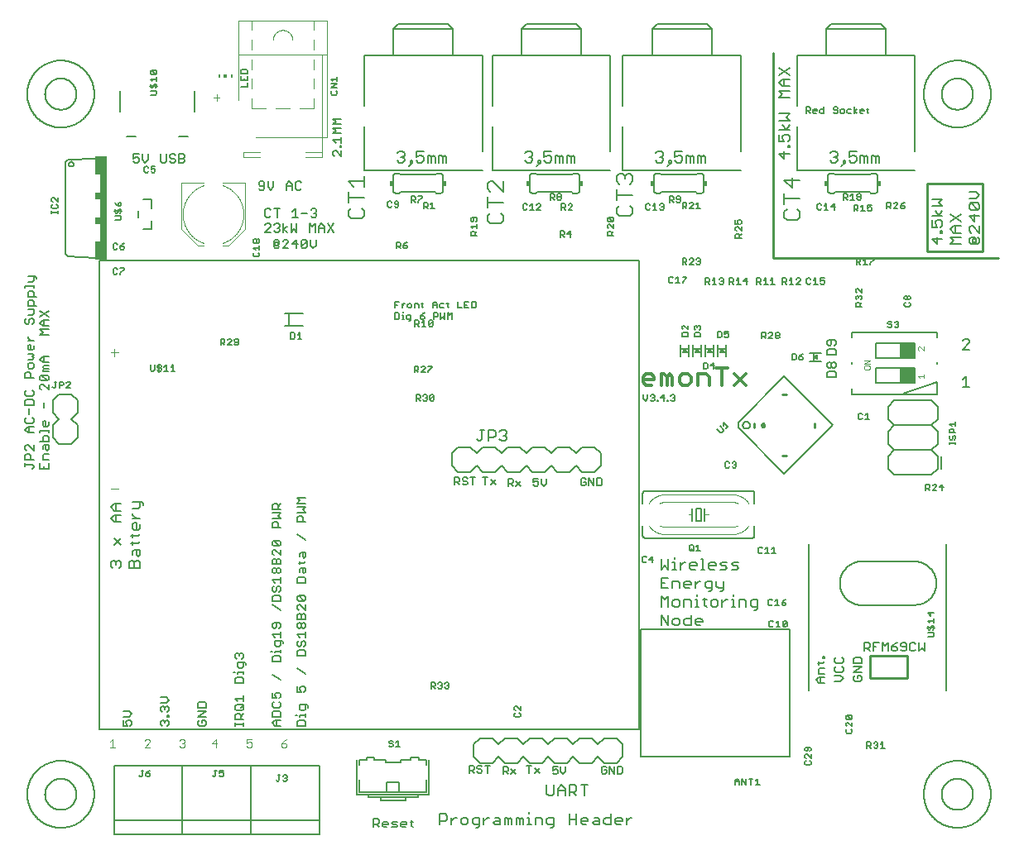
<source format=gto>
G75*
%MOIN*%
%OFA0B0*%
%FSLAX25Y25*%
%IPPOS*%
%LPD*%
%AMOC8*
5,1,8,0,0,1.08239X$1,22.5*
%
%ADD10C,0.00500*%
%ADD11C,0.01200*%
%ADD12C,0.00600*%
%ADD13C,0.00300*%
%ADD14C,0.00800*%
%ADD15C,0.01000*%
%ADD16C,0.00700*%
%ADD17R,0.01500X0.02000*%
%ADD18C,0.00400*%
%ADD19R,0.03000X0.42000*%
%ADD20R,0.02000X0.07500*%
%ADD21R,0.02000X0.03000*%
%ADD22R,0.00591X0.01181*%
%ADD23R,0.01181X0.01181*%
%ADD24C,0.00394*%
%ADD25C,0.00200*%
%ADD26R,0.05906X0.05906*%
%ADD27R,0.03150X0.00787*%
%ADD28R,0.00787X0.03150*%
D10*
X0042098Y0077582D02*
X0069657Y0077582D01*
X0069657Y0083094D01*
X0042098Y0083094D01*
X0042098Y0077582D01*
X0042098Y0083094D02*
X0042098Y0105141D01*
X0069657Y0105141D01*
X0069657Y0083094D01*
X0097217Y0083094D01*
X0097217Y0105141D01*
X0069657Y0105141D01*
X0069657Y0083094D01*
X0069657Y0077582D01*
X0097217Y0077582D01*
X0097217Y0083094D01*
X0124776Y0083094D01*
X0124776Y0105141D01*
X0097217Y0105141D01*
X0097217Y0083094D01*
X0097217Y0077582D01*
X0124776Y0077582D01*
X0124776Y0083094D01*
X0185027Y0102146D02*
X0185027Y0105148D01*
X0186528Y0105148D01*
X0187028Y0104648D01*
X0187028Y0103647D01*
X0186528Y0103147D01*
X0185027Y0103147D01*
X0186027Y0103147D02*
X0187028Y0102146D01*
X0188249Y0102646D02*
X0188750Y0102146D01*
X0189751Y0102146D01*
X0190251Y0102646D01*
X0190251Y0103147D01*
X0189751Y0103647D01*
X0188750Y0103647D01*
X0188249Y0104148D01*
X0188249Y0104648D01*
X0188750Y0105148D01*
X0189751Y0105148D01*
X0190251Y0104648D01*
X0191472Y0105148D02*
X0193474Y0105148D01*
X0192473Y0105148D02*
X0192473Y0102146D01*
X0198718Y0101646D02*
X0198718Y0104648D01*
X0200219Y0104648D01*
X0200720Y0104148D01*
X0200720Y0103147D01*
X0200219Y0102647D01*
X0198718Y0102647D01*
X0199719Y0102647D02*
X0200720Y0101646D01*
X0201941Y0101646D02*
X0203942Y0103648D01*
X0201941Y0103648D02*
X0203942Y0101646D01*
X0209219Y0102146D02*
X0209219Y0105148D01*
X0208218Y0105148D02*
X0210220Y0105148D01*
X0211441Y0104148D02*
X0213442Y0102146D01*
X0211441Y0102146D02*
X0213442Y0104148D01*
X0218749Y0104648D02*
X0218749Y0103147D01*
X0219750Y0103648D01*
X0220251Y0103648D01*
X0220751Y0103147D01*
X0220751Y0102146D01*
X0220251Y0101646D01*
X0219250Y0101646D01*
X0218749Y0102146D01*
X0218749Y0104648D02*
X0220751Y0104648D01*
X0221972Y0104648D02*
X0221972Y0102647D01*
X0222973Y0101646D01*
X0223974Y0102647D01*
X0223974Y0104648D01*
X0238364Y0104417D02*
X0238364Y0102415D01*
X0238865Y0101914D01*
X0239865Y0101914D01*
X0240366Y0102415D01*
X0240366Y0103416D01*
X0239365Y0103416D01*
X0238364Y0104417D02*
X0238865Y0104917D01*
X0239865Y0104917D01*
X0240366Y0104417D01*
X0241587Y0104917D02*
X0243589Y0101914D01*
X0243589Y0104917D01*
X0244810Y0104917D02*
X0246311Y0104917D01*
X0246811Y0104417D01*
X0246811Y0102415D01*
X0246311Y0101914D01*
X0244810Y0101914D01*
X0244810Y0104917D01*
X0241587Y0104917D02*
X0241587Y0101914D01*
X0253358Y0119747D02*
X0253358Y0308723D01*
X0036035Y0308723D01*
X0036035Y0119747D01*
X0253358Y0119747D01*
X0321941Y0135410D02*
X0321941Y0194465D01*
X0344500Y0187438D02*
X0364500Y0187438D01*
X0364713Y0187435D01*
X0364926Y0187428D01*
X0365139Y0187415D01*
X0365351Y0187397D01*
X0365563Y0187373D01*
X0365774Y0187345D01*
X0365984Y0187311D01*
X0366194Y0187272D01*
X0366403Y0187229D01*
X0366610Y0187180D01*
X0366816Y0187126D01*
X0367021Y0187067D01*
X0367224Y0187003D01*
X0367426Y0186934D01*
X0367626Y0186861D01*
X0367824Y0186782D01*
X0368020Y0186699D01*
X0368214Y0186611D01*
X0368406Y0186518D01*
X0368595Y0186420D01*
X0368782Y0186318D01*
X0368967Y0186212D01*
X0369149Y0186101D01*
X0369328Y0185985D01*
X0369504Y0185866D01*
X0369678Y0185742D01*
X0369848Y0185614D01*
X0370015Y0185481D01*
X0370179Y0185345D01*
X0370339Y0185205D01*
X0370496Y0185061D01*
X0370649Y0184913D01*
X0370799Y0184761D01*
X0370945Y0184606D01*
X0371087Y0184447D01*
X0371226Y0184285D01*
X0371360Y0184120D01*
X0371490Y0183951D01*
X0371616Y0183779D01*
X0371738Y0183604D01*
X0371856Y0183427D01*
X0371969Y0183246D01*
X0372078Y0183063D01*
X0372182Y0182877D01*
X0372282Y0182689D01*
X0372377Y0182498D01*
X0372467Y0182305D01*
X0372553Y0182110D01*
X0372634Y0181913D01*
X0372710Y0181714D01*
X0372781Y0181513D01*
X0372848Y0181311D01*
X0372909Y0181107D01*
X0372965Y0180901D01*
X0373017Y0180694D01*
X0373063Y0180486D01*
X0373104Y0180277D01*
X0373141Y0180067D01*
X0373172Y0179857D01*
X0373198Y0179645D01*
X0373218Y0179433D01*
X0373234Y0179220D01*
X0373244Y0179008D01*
X0373249Y0178795D01*
X0373249Y0178581D01*
X0373244Y0178368D01*
X0373234Y0178156D01*
X0373218Y0177943D01*
X0373198Y0177731D01*
X0373172Y0177519D01*
X0373141Y0177309D01*
X0373104Y0177099D01*
X0373063Y0176890D01*
X0373017Y0176682D01*
X0372965Y0176475D01*
X0372909Y0176269D01*
X0372848Y0176065D01*
X0372781Y0175863D01*
X0372710Y0175662D01*
X0372634Y0175463D01*
X0372553Y0175266D01*
X0372467Y0175071D01*
X0372377Y0174878D01*
X0372282Y0174687D01*
X0372182Y0174499D01*
X0372078Y0174313D01*
X0371969Y0174130D01*
X0371856Y0173949D01*
X0371738Y0173772D01*
X0371616Y0173597D01*
X0371490Y0173425D01*
X0371360Y0173256D01*
X0371226Y0173091D01*
X0371087Y0172929D01*
X0370945Y0172770D01*
X0370799Y0172615D01*
X0370649Y0172463D01*
X0370496Y0172315D01*
X0370339Y0172171D01*
X0370179Y0172031D01*
X0370015Y0171895D01*
X0369848Y0171762D01*
X0369678Y0171634D01*
X0369504Y0171510D01*
X0369328Y0171391D01*
X0369149Y0171275D01*
X0368967Y0171164D01*
X0368782Y0171058D01*
X0368595Y0170956D01*
X0368406Y0170858D01*
X0368214Y0170765D01*
X0368020Y0170677D01*
X0367824Y0170594D01*
X0367626Y0170515D01*
X0367426Y0170442D01*
X0367224Y0170373D01*
X0367021Y0170309D01*
X0366816Y0170250D01*
X0366610Y0170196D01*
X0366403Y0170147D01*
X0366194Y0170104D01*
X0365984Y0170065D01*
X0365774Y0170031D01*
X0365563Y0170003D01*
X0365351Y0169979D01*
X0365139Y0169961D01*
X0364926Y0169948D01*
X0364713Y0169941D01*
X0364500Y0169938D01*
X0344500Y0169938D01*
X0344286Y0169910D01*
X0344071Y0169887D01*
X0343855Y0169870D01*
X0343639Y0169858D01*
X0343423Y0169851D01*
X0343207Y0169849D01*
X0342990Y0169853D01*
X0342774Y0169862D01*
X0342559Y0169876D01*
X0342343Y0169896D01*
X0342128Y0169920D01*
X0341914Y0169951D01*
X0341701Y0169986D01*
X0341488Y0170026D01*
X0341277Y0170072D01*
X0341067Y0170123D01*
X0340858Y0170179D01*
X0340650Y0170240D01*
X0340445Y0170306D01*
X0340240Y0170377D01*
X0340038Y0170453D01*
X0339837Y0170534D01*
X0339639Y0170620D01*
X0339443Y0170711D01*
X0339249Y0170807D01*
X0339057Y0170907D01*
X0338868Y0171012D01*
X0338681Y0171121D01*
X0338498Y0171235D01*
X0338317Y0171354D01*
X0338139Y0171477D01*
X0337964Y0171604D01*
X0337792Y0171735D01*
X0337624Y0171871D01*
X0337459Y0172011D01*
X0337297Y0172154D01*
X0337139Y0172302D01*
X0336985Y0172453D01*
X0336834Y0172608D01*
X0336687Y0172767D01*
X0336544Y0172929D01*
X0336405Y0173095D01*
X0336271Y0173264D01*
X0336140Y0173437D01*
X0336014Y0173612D01*
X0335892Y0173791D01*
X0335774Y0173972D01*
X0335661Y0174157D01*
X0335552Y0174344D01*
X0335448Y0174533D01*
X0335349Y0174725D01*
X0335254Y0174920D01*
X0335165Y0175117D01*
X0335080Y0175315D01*
X0335000Y0175516D01*
X0334925Y0175719D01*
X0334854Y0175924D01*
X0334789Y0176130D01*
X0334729Y0176338D01*
X0334674Y0176547D01*
X0334624Y0176757D01*
X0334580Y0176969D01*
X0334540Y0177182D01*
X0334506Y0177395D01*
X0334477Y0177609D01*
X0334453Y0177824D01*
X0334435Y0178040D01*
X0334422Y0178256D01*
X0334414Y0178472D01*
X0334411Y0178688D01*
X0334414Y0178904D01*
X0334422Y0179120D01*
X0334435Y0179336D01*
X0334453Y0179552D01*
X0334477Y0179767D01*
X0334506Y0179981D01*
X0334540Y0180194D01*
X0334580Y0180407D01*
X0334624Y0180619D01*
X0334674Y0180829D01*
X0334729Y0181038D01*
X0334789Y0181246D01*
X0334854Y0181452D01*
X0334925Y0181657D01*
X0335000Y0181860D01*
X0335080Y0182061D01*
X0335165Y0182259D01*
X0335254Y0182456D01*
X0335349Y0182651D01*
X0335448Y0182843D01*
X0335552Y0183032D01*
X0335661Y0183219D01*
X0335774Y0183404D01*
X0335892Y0183585D01*
X0336014Y0183764D01*
X0336140Y0183939D01*
X0336271Y0184112D01*
X0336405Y0184281D01*
X0336544Y0184447D01*
X0336687Y0184609D01*
X0336834Y0184768D01*
X0336985Y0184923D01*
X0337139Y0185074D01*
X0337297Y0185222D01*
X0337459Y0185365D01*
X0337624Y0185505D01*
X0337792Y0185641D01*
X0337964Y0185772D01*
X0338139Y0185899D01*
X0338317Y0186022D01*
X0338498Y0186141D01*
X0338681Y0186255D01*
X0338868Y0186364D01*
X0339057Y0186469D01*
X0339249Y0186569D01*
X0339443Y0186665D01*
X0339639Y0186756D01*
X0339837Y0186842D01*
X0340038Y0186923D01*
X0340240Y0186999D01*
X0340445Y0187070D01*
X0340650Y0187136D01*
X0340858Y0187197D01*
X0341067Y0187253D01*
X0341277Y0187304D01*
X0341488Y0187350D01*
X0341701Y0187390D01*
X0341914Y0187425D01*
X0342128Y0187456D01*
X0342343Y0187480D01*
X0342559Y0187500D01*
X0342774Y0187514D01*
X0342990Y0187523D01*
X0343207Y0187527D01*
X0343423Y0187525D01*
X0343639Y0187518D01*
X0343855Y0187506D01*
X0344071Y0187489D01*
X0344286Y0187466D01*
X0344500Y0187438D01*
X0377059Y0194465D02*
X0377059Y0135410D01*
X0238544Y0218557D02*
X0238544Y0220558D01*
X0238043Y0221059D01*
X0236542Y0221059D01*
X0236542Y0218056D01*
X0238043Y0218056D01*
X0238544Y0218557D01*
X0235321Y0218056D02*
X0235321Y0221059D01*
X0233319Y0221059D02*
X0235321Y0218056D01*
X0233319Y0218056D02*
X0233319Y0221059D01*
X0232098Y0220558D02*
X0231598Y0221059D01*
X0230597Y0221059D01*
X0230096Y0220558D01*
X0230096Y0218557D01*
X0230597Y0218056D01*
X0231598Y0218056D01*
X0232098Y0218557D01*
X0232098Y0219557D01*
X0231097Y0219557D01*
X0216100Y0218789D02*
X0216100Y0220790D01*
X0216100Y0218789D02*
X0215099Y0217788D01*
X0214098Y0218789D01*
X0214098Y0220790D01*
X0212877Y0220790D02*
X0210875Y0220790D01*
X0210875Y0219289D01*
X0211876Y0219789D01*
X0212377Y0219789D01*
X0212877Y0219289D01*
X0212877Y0218288D01*
X0212377Y0217788D01*
X0211376Y0217788D01*
X0210875Y0218288D01*
X0205911Y0217788D02*
X0203909Y0219789D01*
X0202688Y0219289D02*
X0202188Y0218789D01*
X0200686Y0218789D01*
X0201687Y0218789D02*
X0202688Y0217788D01*
X0203909Y0217788D02*
X0205911Y0219789D01*
X0202688Y0220290D02*
X0202688Y0219289D01*
X0202688Y0220290D02*
X0202188Y0220790D01*
X0200686Y0220790D01*
X0200686Y0217788D01*
X0195726Y0218288D02*
X0193724Y0220289D01*
X0192503Y0221290D02*
X0190501Y0221290D01*
X0191502Y0221290D02*
X0191502Y0218288D01*
X0193724Y0218288D02*
X0195726Y0220289D01*
X0187568Y0221290D02*
X0185567Y0221290D01*
X0186567Y0221290D02*
X0186567Y0218288D01*
X0184346Y0218788D02*
X0183845Y0218288D01*
X0182844Y0218288D01*
X0182344Y0218788D01*
X0182844Y0219789D02*
X0183845Y0219789D01*
X0184346Y0219289D01*
X0184346Y0218788D01*
X0182844Y0219789D02*
X0182344Y0220289D01*
X0182344Y0220790D01*
X0182844Y0221290D01*
X0183845Y0221290D01*
X0184346Y0220790D01*
X0181123Y0220790D02*
X0180622Y0221290D01*
X0179121Y0221290D01*
X0179121Y0218288D01*
X0179121Y0219289D02*
X0180622Y0219289D01*
X0181123Y0219789D01*
X0181123Y0220790D01*
X0180122Y0219289D02*
X0181123Y0218288D01*
X0188831Y0235955D02*
X0189581Y0235955D01*
X0190332Y0236705D01*
X0190332Y0240458D01*
X0191082Y0240458D02*
X0189581Y0240458D01*
X0192684Y0240458D02*
X0192684Y0235955D01*
X0192684Y0237456D02*
X0194936Y0237456D01*
X0195686Y0238207D01*
X0195686Y0239708D01*
X0194936Y0240458D01*
X0192684Y0240458D01*
X0197288Y0239708D02*
X0198038Y0240458D01*
X0199540Y0240458D01*
X0200290Y0239708D01*
X0200290Y0238957D01*
X0199540Y0238207D01*
X0200290Y0237456D01*
X0200290Y0236705D01*
X0199540Y0235955D01*
X0198038Y0235955D01*
X0197288Y0236705D01*
X0198789Y0238207D02*
X0199540Y0238207D01*
X0188831Y0235955D02*
X0188080Y0236705D01*
X0161105Y0284360D02*
X0161522Y0284777D01*
X0161522Y0286862D01*
X0160271Y0286862D01*
X0159854Y0286445D01*
X0159854Y0285611D01*
X0160271Y0285194D01*
X0161522Y0285194D01*
X0161105Y0284360D02*
X0160688Y0284360D01*
X0158846Y0285194D02*
X0158012Y0285194D01*
X0158429Y0285194D02*
X0158429Y0286862D01*
X0158012Y0286862D01*
X0158429Y0287696D02*
X0158429Y0288113D01*
X0158012Y0289694D02*
X0158012Y0291362D01*
X0158012Y0290528D02*
X0158846Y0291362D01*
X0159263Y0291362D01*
X0160314Y0290945D02*
X0160314Y0290111D01*
X0160731Y0289694D01*
X0161565Y0289694D01*
X0161982Y0290111D01*
X0161982Y0290945D01*
X0161565Y0291362D01*
X0160731Y0291362D01*
X0160314Y0290945D01*
X0163077Y0291362D02*
X0164328Y0291362D01*
X0164745Y0290945D01*
X0164745Y0289694D01*
X0166256Y0290111D02*
X0166673Y0289694D01*
X0166256Y0290111D02*
X0166256Y0291779D01*
X0165839Y0291362D02*
X0166673Y0291362D01*
X0163077Y0291362D02*
X0163077Y0289694D01*
X0166213Y0287279D02*
X0165379Y0286445D01*
X0166630Y0286445D01*
X0167047Y0286028D01*
X0167047Y0285611D01*
X0166630Y0285194D01*
X0165796Y0285194D01*
X0165379Y0285611D01*
X0165379Y0286445D01*
X0166213Y0287279D02*
X0167047Y0287696D01*
X0170903Y0287696D02*
X0172154Y0287696D01*
X0172571Y0287279D01*
X0172571Y0286445D01*
X0172154Y0286028D01*
X0170903Y0286028D01*
X0170903Y0285194D02*
X0170903Y0287696D01*
X0170443Y0289694D02*
X0170443Y0291362D01*
X0171277Y0292196D01*
X0172111Y0291362D01*
X0172111Y0289694D01*
X0173205Y0290111D02*
X0173622Y0289694D01*
X0174873Y0289694D01*
X0176385Y0290111D02*
X0176802Y0289694D01*
X0176385Y0290111D02*
X0176385Y0291779D01*
X0175968Y0291362D02*
X0176802Y0291362D01*
X0174873Y0291362D02*
X0173622Y0291362D01*
X0173205Y0290945D01*
X0173205Y0290111D01*
X0172111Y0290945D02*
X0170443Y0290945D01*
X0173666Y0287696D02*
X0173666Y0285194D01*
X0174500Y0286028D01*
X0175334Y0285194D01*
X0175334Y0287696D01*
X0176428Y0287696D02*
X0177262Y0286862D01*
X0178096Y0287696D01*
X0178096Y0285194D01*
X0176428Y0285194D02*
X0176428Y0287696D01*
X0180572Y0289694D02*
X0182240Y0289694D01*
X0183334Y0289694D02*
X0185002Y0289694D01*
X0186096Y0289694D02*
X0187347Y0289694D01*
X0187764Y0290111D01*
X0187764Y0291779D01*
X0187347Y0292196D01*
X0186096Y0292196D01*
X0186096Y0289694D01*
X0184168Y0290945D02*
X0183334Y0290945D01*
X0183334Y0292196D02*
X0183334Y0289694D01*
X0183334Y0292196D02*
X0185002Y0292196D01*
X0180572Y0292196D02*
X0180572Y0289694D01*
X0156918Y0287279D02*
X0156501Y0287696D01*
X0155250Y0287696D01*
X0155250Y0285194D01*
X0156501Y0285194D01*
X0156918Y0285611D01*
X0156918Y0287279D01*
X0155250Y0289694D02*
X0155250Y0292196D01*
X0156918Y0292196D01*
X0156084Y0290945D02*
X0155250Y0290945D01*
X0160689Y0346764D02*
X0162190Y0348265D01*
X0161439Y0348265D01*
X0161439Y0349015D01*
X0162190Y0349015D01*
X0162190Y0348265D01*
X0163758Y0349015D02*
X0164508Y0348265D01*
X0166010Y0348265D01*
X0166760Y0349015D01*
X0166760Y0350517D01*
X0166010Y0351267D01*
X0165259Y0351267D01*
X0163758Y0350517D01*
X0163758Y0352769D01*
X0166760Y0352769D01*
X0168362Y0351267D02*
X0169112Y0351267D01*
X0169863Y0350517D01*
X0170614Y0351267D01*
X0171364Y0350517D01*
X0171364Y0348265D01*
X0169863Y0348265D02*
X0169863Y0350517D01*
X0168362Y0351267D02*
X0168362Y0348265D01*
X0172966Y0348265D02*
X0172966Y0351267D01*
X0173716Y0351267D01*
X0174467Y0350517D01*
X0175218Y0351267D01*
X0175968Y0350517D01*
X0175968Y0348265D01*
X0174467Y0348265D02*
X0174467Y0350517D01*
X0159087Y0351267D02*
X0158337Y0350517D01*
X0159087Y0349766D01*
X0159087Y0349015D01*
X0158337Y0348265D01*
X0156835Y0348265D01*
X0156085Y0349015D01*
X0157586Y0350517D02*
X0158337Y0350517D01*
X0159087Y0351267D02*
X0159087Y0352018D01*
X0158337Y0352769D01*
X0156835Y0352769D01*
X0156085Y0352018D01*
X0207640Y0352018D02*
X0208390Y0352769D01*
X0209892Y0352769D01*
X0210642Y0352018D01*
X0210642Y0351267D01*
X0209892Y0350517D01*
X0210642Y0349766D01*
X0210642Y0349015D01*
X0209892Y0348265D01*
X0208390Y0348265D01*
X0207640Y0349015D01*
X0209141Y0350517D02*
X0209892Y0350517D01*
X0212994Y0349015D02*
X0212994Y0348265D01*
X0213745Y0348265D01*
X0213745Y0349015D01*
X0212994Y0349015D01*
X0213745Y0348265D02*
X0212244Y0346764D01*
X0215313Y0349015D02*
X0216064Y0348265D01*
X0217565Y0348265D01*
X0218316Y0349015D01*
X0218316Y0350517D01*
X0217565Y0351267D01*
X0216814Y0351267D01*
X0215313Y0350517D01*
X0215313Y0352769D01*
X0218316Y0352769D01*
X0219917Y0351267D02*
X0220668Y0351267D01*
X0221418Y0350517D01*
X0222169Y0351267D01*
X0222919Y0350517D01*
X0222919Y0348265D01*
X0221418Y0348265D02*
X0221418Y0350517D01*
X0219917Y0351267D02*
X0219917Y0348265D01*
X0224521Y0348265D02*
X0224521Y0351267D01*
X0225271Y0351267D01*
X0226022Y0350517D01*
X0226773Y0351267D01*
X0227523Y0350517D01*
X0227523Y0348265D01*
X0226022Y0348265D02*
X0226022Y0350517D01*
X0260258Y0352018D02*
X0261009Y0352769D01*
X0262510Y0352769D01*
X0263260Y0352018D01*
X0263260Y0351267D01*
X0262510Y0350517D01*
X0263260Y0349766D01*
X0263260Y0349015D01*
X0262510Y0348265D01*
X0261009Y0348265D01*
X0260258Y0349015D01*
X0261759Y0350517D02*
X0262510Y0350517D01*
X0265612Y0349015D02*
X0265612Y0348265D01*
X0266363Y0348265D01*
X0266363Y0349015D01*
X0265612Y0349015D01*
X0266363Y0348265D02*
X0264862Y0346764D01*
X0267931Y0349015D02*
X0268682Y0348265D01*
X0270183Y0348265D01*
X0270934Y0349015D01*
X0270934Y0350517D01*
X0270183Y0351267D01*
X0269432Y0351267D01*
X0267931Y0350517D01*
X0267931Y0352769D01*
X0270934Y0352769D01*
X0272535Y0351267D02*
X0273286Y0351267D01*
X0274036Y0350517D01*
X0274787Y0351267D01*
X0275538Y0350517D01*
X0275538Y0348265D01*
X0274036Y0348265D02*
X0274036Y0350517D01*
X0272535Y0351267D02*
X0272535Y0348265D01*
X0277139Y0348265D02*
X0277139Y0351267D01*
X0277890Y0351267D01*
X0278640Y0350517D01*
X0279391Y0351267D01*
X0280141Y0350517D01*
X0280141Y0348265D01*
X0278640Y0348265D02*
X0278640Y0350517D01*
X0320750Y0368194D02*
X0320750Y0370696D01*
X0322001Y0370696D01*
X0322418Y0370279D01*
X0322418Y0369445D01*
X0322001Y0369028D01*
X0320750Y0369028D01*
X0321584Y0369028D02*
X0322418Y0368194D01*
X0323512Y0368611D02*
X0323512Y0369445D01*
X0323929Y0369862D01*
X0324763Y0369862D01*
X0325180Y0369445D01*
X0325180Y0369028D01*
X0323512Y0369028D01*
X0323512Y0368611D02*
X0323929Y0368194D01*
X0324763Y0368194D01*
X0326275Y0368611D02*
X0326275Y0369445D01*
X0326692Y0369862D01*
X0327943Y0369862D01*
X0327943Y0370696D02*
X0327943Y0368194D01*
X0326692Y0368194D01*
X0326275Y0368611D01*
X0331799Y0368611D02*
X0332216Y0368194D01*
X0333050Y0368194D01*
X0333467Y0368611D01*
X0333467Y0369028D01*
X0333050Y0369445D01*
X0332216Y0369445D01*
X0331799Y0369862D01*
X0331799Y0370279D01*
X0332216Y0370696D01*
X0333050Y0370696D01*
X0333467Y0370279D01*
X0334562Y0369445D02*
X0334562Y0368611D01*
X0334979Y0368194D01*
X0335813Y0368194D01*
X0336230Y0368611D01*
X0336230Y0369445D01*
X0335813Y0369862D01*
X0334979Y0369862D01*
X0334562Y0369445D01*
X0337324Y0369445D02*
X0337324Y0368611D01*
X0337741Y0368194D01*
X0338992Y0368194D01*
X0340086Y0368194D02*
X0340086Y0370696D01*
X0338992Y0369862D02*
X0337741Y0369862D01*
X0337324Y0369445D01*
X0340086Y0369028D02*
X0341338Y0369862D01*
X0342388Y0369445D02*
X0342805Y0369862D01*
X0343639Y0369862D01*
X0344057Y0369445D01*
X0344057Y0369028D01*
X0342388Y0369028D01*
X0342388Y0368611D02*
X0342388Y0369445D01*
X0342388Y0368611D02*
X0342805Y0368194D01*
X0343639Y0368194D01*
X0345568Y0368611D02*
X0345985Y0368194D01*
X0345568Y0368611D02*
X0345568Y0370279D01*
X0345151Y0369862D02*
X0345985Y0369862D01*
X0341338Y0368194D02*
X0340086Y0369028D01*
X0341052Y0352769D02*
X0338049Y0352769D01*
X0338049Y0350517D01*
X0339550Y0351267D01*
X0340301Y0351267D01*
X0341052Y0350517D01*
X0341052Y0349015D01*
X0340301Y0348265D01*
X0338800Y0348265D01*
X0338049Y0349015D01*
X0336481Y0349015D02*
X0335731Y0349015D01*
X0335731Y0348265D01*
X0336481Y0348265D01*
X0336481Y0349015D01*
X0336481Y0348265D02*
X0334980Y0346764D01*
X0333379Y0349015D02*
X0332628Y0348265D01*
X0331127Y0348265D01*
X0330376Y0349015D01*
X0331877Y0350517D02*
X0332628Y0350517D01*
X0333379Y0349766D01*
X0333379Y0349015D01*
X0332628Y0350517D02*
X0333379Y0351267D01*
X0333379Y0352018D01*
X0332628Y0352769D01*
X0331127Y0352769D01*
X0330376Y0352018D01*
X0342653Y0351267D02*
X0343404Y0351267D01*
X0344154Y0350517D01*
X0344905Y0351267D01*
X0345656Y0350517D01*
X0345656Y0348265D01*
X0344154Y0348265D02*
X0344154Y0350517D01*
X0342653Y0351267D02*
X0342653Y0348265D01*
X0347257Y0348265D02*
X0347257Y0351267D01*
X0348008Y0351267D01*
X0348758Y0350517D01*
X0349509Y0351267D01*
X0350260Y0350517D01*
X0350260Y0348265D01*
X0348758Y0348265D02*
X0348758Y0350517D01*
X0326862Y0271612D02*
X0322138Y0271612D01*
X0324303Y0269938D02*
X0325287Y0270922D01*
X0325287Y0268953D01*
X0324303Y0269938D01*
X0322138Y0268263D02*
X0326862Y0268263D01*
X0288675Y0270075D02*
X0288675Y0274800D01*
X0287000Y0272635D02*
X0286016Y0271650D01*
X0287984Y0271650D01*
X0287000Y0272635D01*
X0285325Y0274800D02*
X0285325Y0270075D01*
X0283675Y0270075D02*
X0283675Y0274800D01*
X0282000Y0272635D02*
X0281016Y0271650D01*
X0282984Y0271650D01*
X0282000Y0272635D01*
X0280325Y0274800D02*
X0280325Y0270075D01*
X0278675Y0270075D02*
X0278675Y0274800D01*
X0277000Y0272635D02*
X0276016Y0271650D01*
X0277984Y0271650D01*
X0277000Y0272635D01*
X0275325Y0274800D02*
X0275325Y0270075D01*
X0273675Y0270075D02*
X0273675Y0274800D01*
X0272000Y0272635D02*
X0272984Y0271650D01*
X0271016Y0271650D01*
X0272000Y0272635D01*
X0270325Y0274800D02*
X0270325Y0270075D01*
X0267550Y0254696D02*
X0267967Y0254279D01*
X0267967Y0253862D01*
X0267550Y0253445D01*
X0267967Y0253028D01*
X0267967Y0252611D01*
X0267550Y0252194D01*
X0266716Y0252194D01*
X0266299Y0252611D01*
X0265335Y0252611D02*
X0265335Y0252194D01*
X0264918Y0252194D01*
X0264918Y0252611D01*
X0265335Y0252611D01*
X0263824Y0253445D02*
X0262156Y0253445D01*
X0263407Y0254696D01*
X0263407Y0252194D01*
X0261192Y0252194D02*
X0260775Y0252194D01*
X0260775Y0252611D01*
X0261192Y0252611D01*
X0261192Y0252194D01*
X0259680Y0252611D02*
X0259263Y0252194D01*
X0258429Y0252194D01*
X0258012Y0252611D01*
X0256918Y0253028D02*
X0256084Y0252194D01*
X0255250Y0253028D01*
X0255250Y0254696D01*
X0256918Y0254696D02*
X0256918Y0253028D01*
X0258012Y0254279D02*
X0258429Y0254696D01*
X0259263Y0254696D01*
X0259680Y0254279D01*
X0259680Y0253862D01*
X0259263Y0253445D01*
X0259680Y0253028D01*
X0259680Y0252611D01*
X0259263Y0253445D02*
X0258846Y0253445D01*
X0266299Y0254279D02*
X0266716Y0254696D01*
X0267550Y0254696D01*
X0267550Y0253445D02*
X0267133Y0253445D01*
X0095744Y0378688D02*
X0093242Y0378688D01*
X0095744Y0378688D02*
X0095744Y0380356D01*
X0095744Y0381450D02*
X0095744Y0383118D01*
X0095744Y0384212D02*
X0093242Y0384212D01*
X0093242Y0385463D01*
X0093659Y0385880D01*
X0095327Y0385880D01*
X0095744Y0385463D01*
X0095744Y0384212D01*
X0094493Y0382284D02*
X0094493Y0381450D01*
X0093242Y0381450D02*
X0095744Y0381450D01*
X0093242Y0381450D02*
X0093242Y0383118D01*
X0035000Y0349944D02*
X0023500Y0349444D01*
X0022500Y0348444D01*
X0022500Y0311444D01*
X0023500Y0310444D01*
X0035000Y0309944D01*
X0023900Y0347644D02*
X0023902Y0347707D01*
X0023908Y0347769D01*
X0023918Y0347831D01*
X0023931Y0347893D01*
X0023949Y0347953D01*
X0023970Y0348012D01*
X0023995Y0348070D01*
X0024024Y0348126D01*
X0024056Y0348180D01*
X0024091Y0348232D01*
X0024129Y0348281D01*
X0024171Y0348329D01*
X0024215Y0348373D01*
X0024263Y0348415D01*
X0024312Y0348453D01*
X0024364Y0348488D01*
X0024418Y0348520D01*
X0024474Y0348549D01*
X0024532Y0348574D01*
X0024591Y0348595D01*
X0024651Y0348613D01*
X0024713Y0348626D01*
X0024775Y0348636D01*
X0024837Y0348642D01*
X0024900Y0348644D01*
X0024963Y0348642D01*
X0025025Y0348636D01*
X0025087Y0348626D01*
X0025149Y0348613D01*
X0025209Y0348595D01*
X0025268Y0348574D01*
X0025326Y0348549D01*
X0025382Y0348520D01*
X0025436Y0348488D01*
X0025488Y0348453D01*
X0025537Y0348415D01*
X0025585Y0348373D01*
X0025629Y0348329D01*
X0025671Y0348281D01*
X0025709Y0348232D01*
X0025744Y0348180D01*
X0025776Y0348126D01*
X0025805Y0348070D01*
X0025830Y0348012D01*
X0025851Y0347953D01*
X0025869Y0347893D01*
X0025882Y0347831D01*
X0025892Y0347769D01*
X0025898Y0347707D01*
X0025900Y0347644D01*
X0025898Y0347581D01*
X0025892Y0347519D01*
X0025882Y0347457D01*
X0025869Y0347395D01*
X0025851Y0347335D01*
X0025830Y0347276D01*
X0025805Y0347218D01*
X0025776Y0347162D01*
X0025744Y0347108D01*
X0025709Y0347056D01*
X0025671Y0347007D01*
X0025629Y0346959D01*
X0025585Y0346915D01*
X0025537Y0346873D01*
X0025488Y0346835D01*
X0025436Y0346800D01*
X0025382Y0346768D01*
X0025326Y0346739D01*
X0025268Y0346714D01*
X0025209Y0346693D01*
X0025149Y0346675D01*
X0025087Y0346662D01*
X0025025Y0346652D01*
X0024963Y0346646D01*
X0024900Y0346644D01*
X0024837Y0346646D01*
X0024775Y0346652D01*
X0024713Y0346662D01*
X0024651Y0346675D01*
X0024591Y0346693D01*
X0024532Y0346714D01*
X0024474Y0346739D01*
X0024418Y0346768D01*
X0024364Y0346800D01*
X0024312Y0346835D01*
X0024263Y0346873D01*
X0024215Y0346915D01*
X0024171Y0346959D01*
X0024129Y0347007D01*
X0024091Y0347056D01*
X0024056Y0347108D01*
X0024024Y0347162D01*
X0023995Y0347218D01*
X0023970Y0347276D01*
X0023949Y0347335D01*
X0023931Y0347395D01*
X0023918Y0347457D01*
X0023908Y0347519D01*
X0023902Y0347581D01*
X0023900Y0347644D01*
D11*
X0255100Y0261947D02*
X0255100Y0259678D01*
X0256234Y0258544D01*
X0258503Y0258544D01*
X0259637Y0260813D02*
X0255100Y0260813D01*
X0255100Y0261947D02*
X0256234Y0263081D01*
X0258503Y0263081D01*
X0259637Y0261947D01*
X0259637Y0260813D01*
X0262466Y0263081D02*
X0262466Y0258544D01*
X0264735Y0258544D02*
X0264735Y0261947D01*
X0265869Y0263081D01*
X0267003Y0261947D01*
X0267003Y0258544D01*
X0269833Y0259678D02*
X0270967Y0258544D01*
X0273235Y0258544D01*
X0274370Y0259678D01*
X0274370Y0261947D01*
X0273235Y0263081D01*
X0270967Y0263081D01*
X0269833Y0261947D01*
X0269833Y0259678D01*
X0264735Y0261947D02*
X0263601Y0263081D01*
X0262466Y0263081D01*
X0277199Y0263081D02*
X0277199Y0258544D01*
X0281736Y0258544D02*
X0281736Y0261947D01*
X0280602Y0263081D01*
X0277199Y0263081D01*
X0284565Y0265350D02*
X0289102Y0265350D01*
X0286834Y0265350D02*
X0286834Y0258544D01*
X0291931Y0258544D02*
X0296469Y0263081D01*
X0296469Y0258544D02*
X0291931Y0263081D01*
D12*
X0283820Y0266376D02*
X0282219Y0266376D01*
X0283420Y0267577D01*
X0283420Y0265175D01*
X0281058Y0265575D02*
X0281058Y0267176D01*
X0280657Y0267577D01*
X0279456Y0267577D01*
X0279456Y0265175D01*
X0280657Y0265175D01*
X0281058Y0265575D01*
X0278137Y0278057D02*
X0278137Y0279258D01*
X0277737Y0279658D01*
X0276135Y0279658D01*
X0275735Y0279258D01*
X0275735Y0278057D01*
X0278137Y0278057D01*
X0277737Y0280819D02*
X0278137Y0281219D01*
X0278137Y0282020D01*
X0277737Y0282420D01*
X0277336Y0282420D01*
X0276936Y0282020D01*
X0276936Y0281620D01*
X0276936Y0282020D02*
X0276536Y0282420D01*
X0276135Y0282420D01*
X0275735Y0282020D01*
X0275735Y0281219D01*
X0276135Y0280819D01*
X0273200Y0281000D02*
X0271599Y0282601D01*
X0271198Y0282601D01*
X0270798Y0282201D01*
X0270798Y0281400D01*
X0271198Y0281000D01*
X0271198Y0279839D02*
X0270798Y0279439D01*
X0270798Y0278238D01*
X0273200Y0278238D01*
X0273200Y0279439D01*
X0272800Y0279839D01*
X0271198Y0279839D01*
X0273200Y0281000D02*
X0273200Y0282601D01*
X0285119Y0280203D02*
X0285119Y0277801D01*
X0286320Y0277801D01*
X0286720Y0278201D01*
X0286720Y0279802D01*
X0286320Y0280203D01*
X0285119Y0280203D01*
X0287881Y0280203D02*
X0287881Y0279002D01*
X0288682Y0279402D01*
X0289082Y0279402D01*
X0289483Y0279002D01*
X0289483Y0278201D01*
X0289082Y0277801D01*
X0288282Y0277801D01*
X0287881Y0278201D01*
X0287881Y0280203D02*
X0289483Y0280203D01*
X0302885Y0279687D02*
X0304086Y0279687D01*
X0304486Y0279287D01*
X0304486Y0278486D01*
X0304086Y0278086D01*
X0302885Y0278086D01*
X0303685Y0278086D02*
X0304486Y0277285D01*
X0305647Y0277285D02*
X0307248Y0278886D01*
X0307248Y0279287D01*
X0306848Y0279687D01*
X0306047Y0279687D01*
X0305647Y0279287D01*
X0305647Y0277285D02*
X0307248Y0277285D01*
X0308409Y0277685D02*
X0308409Y0278086D01*
X0308810Y0278486D01*
X0309610Y0278486D01*
X0310011Y0278086D01*
X0310011Y0277685D01*
X0309610Y0277285D01*
X0308810Y0277285D01*
X0308409Y0277685D01*
X0308810Y0278486D02*
X0308409Y0278886D01*
X0308409Y0279287D01*
X0308810Y0279687D01*
X0309610Y0279687D01*
X0310011Y0279287D01*
X0310011Y0278886D01*
X0309610Y0278486D01*
X0302885Y0277285D02*
X0302885Y0279687D01*
X0315119Y0271203D02*
X0315119Y0268801D01*
X0316320Y0268801D01*
X0316720Y0269201D01*
X0316720Y0270802D01*
X0316320Y0271203D01*
X0315119Y0271203D01*
X0317881Y0270002D02*
X0319082Y0270002D01*
X0319483Y0269601D01*
X0319483Y0269201D01*
X0319082Y0268801D01*
X0318282Y0268801D01*
X0317881Y0269201D01*
X0317881Y0270002D01*
X0318682Y0270802D01*
X0319483Y0271203D01*
X0329291Y0270738D02*
X0329291Y0272439D01*
X0329858Y0273006D01*
X0332127Y0273006D01*
X0332694Y0272439D01*
X0332694Y0270738D01*
X0329291Y0270738D01*
X0329858Y0267689D02*
X0330425Y0267689D01*
X0330992Y0267122D01*
X0330992Y0265988D01*
X0330425Y0265421D01*
X0329858Y0265421D01*
X0329291Y0265988D01*
X0329291Y0267122D01*
X0329858Y0267689D01*
X0330992Y0267122D02*
X0331559Y0267689D01*
X0332127Y0267689D01*
X0332694Y0267122D01*
X0332694Y0265988D01*
X0332127Y0265421D01*
X0331559Y0265421D01*
X0330992Y0265988D01*
X0329858Y0264006D02*
X0329291Y0263439D01*
X0329291Y0261738D01*
X0332694Y0261738D01*
X0332694Y0263439D01*
X0332127Y0264006D01*
X0329858Y0264006D01*
X0329858Y0274421D02*
X0330425Y0274421D01*
X0330992Y0274988D01*
X0330992Y0276689D01*
X0329858Y0276689D02*
X0329291Y0276122D01*
X0329291Y0274988D01*
X0329858Y0274421D01*
X0329858Y0276689D02*
X0332127Y0276689D01*
X0332694Y0276122D01*
X0332694Y0274988D01*
X0332127Y0274421D01*
X0353618Y0282232D02*
X0354018Y0281832D01*
X0354819Y0281832D01*
X0355219Y0282232D01*
X0355219Y0282633D01*
X0354819Y0283033D01*
X0354018Y0283033D01*
X0353618Y0283434D01*
X0353618Y0283834D01*
X0354018Y0284234D01*
X0354819Y0284234D01*
X0355219Y0283834D01*
X0356380Y0283834D02*
X0356780Y0284234D01*
X0357581Y0284234D01*
X0357982Y0283834D01*
X0357982Y0283434D01*
X0357581Y0283033D01*
X0357982Y0282633D01*
X0357982Y0282232D01*
X0357581Y0281832D01*
X0356780Y0281832D01*
X0356380Y0282232D01*
X0357181Y0283033D02*
X0357581Y0283033D01*
X0360698Y0290238D02*
X0362300Y0290238D01*
X0362700Y0290638D01*
X0362700Y0291439D01*
X0362300Y0291839D01*
X0362300Y0293000D02*
X0361899Y0293000D01*
X0361499Y0293400D01*
X0361499Y0294201D01*
X0361899Y0294601D01*
X0362300Y0294601D01*
X0362700Y0294201D01*
X0362700Y0293400D01*
X0362300Y0293000D01*
X0361499Y0293400D02*
X0361099Y0293000D01*
X0360698Y0293000D01*
X0360298Y0293400D01*
X0360298Y0294201D01*
X0360698Y0294601D01*
X0361099Y0294601D01*
X0361499Y0294201D01*
X0360698Y0291839D02*
X0360298Y0291439D01*
X0360298Y0290638D01*
X0360698Y0290238D01*
X0343200Y0290238D02*
X0340798Y0290238D01*
X0340798Y0291439D01*
X0341198Y0291839D01*
X0341999Y0291839D01*
X0342399Y0291439D01*
X0342399Y0290238D01*
X0342399Y0291038D02*
X0343200Y0291839D01*
X0342800Y0293000D02*
X0343200Y0293400D01*
X0343200Y0294201D01*
X0342800Y0294601D01*
X0342399Y0294601D01*
X0341999Y0294201D01*
X0341999Y0293801D01*
X0341999Y0294201D02*
X0341599Y0294601D01*
X0341198Y0294601D01*
X0340798Y0294201D01*
X0340798Y0293400D01*
X0341198Y0293000D01*
X0341198Y0295762D02*
X0340798Y0296163D01*
X0340798Y0296963D01*
X0341198Y0297364D01*
X0341599Y0297364D01*
X0343200Y0295762D01*
X0343200Y0297364D01*
X0328133Y0299638D02*
X0327732Y0299238D01*
X0326932Y0299238D01*
X0326531Y0299638D01*
X0326531Y0300439D02*
X0327332Y0300839D01*
X0327732Y0300839D01*
X0328133Y0300439D01*
X0328133Y0299638D01*
X0326531Y0300439D02*
X0326531Y0301640D01*
X0328133Y0301640D01*
X0324570Y0301640D02*
X0324570Y0299238D01*
X0325370Y0299238D02*
X0323769Y0299238D01*
X0322608Y0299638D02*
X0322208Y0299238D01*
X0321407Y0299238D01*
X0321007Y0299638D01*
X0321007Y0301239D01*
X0321407Y0301640D01*
X0322208Y0301640D01*
X0322608Y0301239D01*
X0323769Y0300839D02*
X0324570Y0301640D01*
X0318420Y0301239D02*
X0318019Y0301640D01*
X0317219Y0301640D01*
X0316818Y0301239D01*
X0318420Y0301239D02*
X0318420Y0300839D01*
X0316818Y0299238D01*
X0318420Y0299238D01*
X0315657Y0299238D02*
X0314056Y0299238D01*
X0314857Y0299238D02*
X0314857Y0301640D01*
X0314056Y0300839D01*
X0312895Y0300439D02*
X0312495Y0300038D01*
X0311294Y0300038D01*
X0311294Y0299238D02*
X0311294Y0301640D01*
X0312495Y0301640D01*
X0312895Y0301239D01*
X0312895Y0300439D01*
X0312094Y0300038D02*
X0312895Y0299238D01*
X0308133Y0299238D02*
X0306531Y0299238D01*
X0307332Y0299238D02*
X0307332Y0301640D01*
X0306531Y0300839D01*
X0305370Y0299238D02*
X0303769Y0299238D01*
X0304570Y0299238D02*
X0304570Y0301640D01*
X0303769Y0300839D01*
X0302608Y0300439D02*
X0302208Y0300038D01*
X0301007Y0300038D01*
X0301807Y0300038D02*
X0302608Y0299238D01*
X0302608Y0300439D02*
X0302608Y0301239D01*
X0302208Y0301640D01*
X0301007Y0301640D01*
X0301007Y0299238D01*
X0297133Y0300439D02*
X0295531Y0300439D01*
X0296732Y0301640D01*
X0296732Y0299238D01*
X0294370Y0299238D02*
X0292769Y0299238D01*
X0293570Y0299238D02*
X0293570Y0301640D01*
X0292769Y0300839D01*
X0291608Y0300439D02*
X0291208Y0300038D01*
X0290007Y0300038D01*
X0290807Y0300038D02*
X0291608Y0299238D01*
X0291608Y0300439D02*
X0291608Y0301239D01*
X0291208Y0301640D01*
X0290007Y0301640D01*
X0290007Y0299238D01*
X0287420Y0299638D02*
X0287019Y0299238D01*
X0286219Y0299238D01*
X0285818Y0299638D01*
X0286619Y0300439D02*
X0287019Y0300439D01*
X0287420Y0300038D01*
X0287420Y0299638D01*
X0287019Y0300439D02*
X0287420Y0300839D01*
X0287420Y0301239D01*
X0287019Y0301640D01*
X0286219Y0301640D01*
X0285818Y0301239D01*
X0283857Y0301640D02*
X0283857Y0299238D01*
X0284657Y0299238D02*
X0283056Y0299238D01*
X0281895Y0299238D02*
X0281094Y0300038D01*
X0281495Y0300038D02*
X0280294Y0300038D01*
X0280294Y0299238D02*
X0280294Y0301640D01*
X0281495Y0301640D01*
X0281895Y0301239D01*
X0281895Y0300439D01*
X0281495Y0300038D01*
X0283056Y0300839D02*
X0283857Y0301640D01*
X0278139Y0307644D02*
X0277739Y0307244D01*
X0276938Y0307244D01*
X0276538Y0307644D01*
X0277338Y0308445D02*
X0277739Y0308445D01*
X0278139Y0308045D01*
X0278139Y0307644D01*
X0277739Y0308445D02*
X0278139Y0308845D01*
X0278139Y0309246D01*
X0277739Y0309646D01*
X0276938Y0309646D01*
X0276538Y0309246D01*
X0275377Y0309246D02*
X0274976Y0309646D01*
X0274176Y0309646D01*
X0273775Y0309246D01*
X0272614Y0309246D02*
X0272614Y0308445D01*
X0272214Y0308045D01*
X0271013Y0308045D01*
X0271814Y0308045D02*
X0272614Y0307244D01*
X0273775Y0307244D02*
X0275377Y0308845D01*
X0275377Y0309246D01*
X0275377Y0307244D02*
X0273775Y0307244D01*
X0272614Y0309246D02*
X0272214Y0309646D01*
X0271013Y0309646D01*
X0271013Y0307244D01*
X0271038Y0302146D02*
X0272639Y0302146D01*
X0272639Y0301746D01*
X0271038Y0300144D01*
X0271038Y0299744D01*
X0269877Y0299744D02*
X0268275Y0299744D01*
X0269076Y0299744D02*
X0269076Y0302146D01*
X0268275Y0301345D01*
X0267114Y0301746D02*
X0266714Y0302146D01*
X0265913Y0302146D01*
X0265513Y0301746D01*
X0265513Y0300144D01*
X0265913Y0299744D01*
X0266714Y0299744D01*
X0267114Y0300144D01*
X0243200Y0318951D02*
X0240798Y0318951D01*
X0240798Y0320152D01*
X0241198Y0320552D01*
X0241999Y0320552D01*
X0242399Y0320152D01*
X0242399Y0318951D01*
X0242399Y0319751D02*
X0243200Y0320552D01*
X0243200Y0321713D02*
X0241599Y0323314D01*
X0241198Y0323314D01*
X0240798Y0322914D01*
X0240798Y0322113D01*
X0241198Y0321713D01*
X0243200Y0321713D02*
X0243200Y0323314D01*
X0242800Y0324475D02*
X0241198Y0326077D01*
X0242800Y0326077D01*
X0243200Y0325676D01*
X0243200Y0324876D01*
X0242800Y0324475D01*
X0241198Y0324475D01*
X0240798Y0324876D01*
X0240798Y0325676D01*
X0241198Y0326077D01*
X0226639Y0329244D02*
X0225038Y0329244D01*
X0226639Y0330845D01*
X0226639Y0331246D01*
X0226239Y0331646D01*
X0225438Y0331646D01*
X0225038Y0331246D01*
X0223877Y0331246D02*
X0223877Y0330445D01*
X0223476Y0330045D01*
X0222275Y0330045D01*
X0223076Y0330045D02*
X0223877Y0329244D01*
X0222275Y0329244D02*
X0222275Y0331646D01*
X0223476Y0331646D01*
X0223877Y0331246D01*
X0221763Y0333244D02*
X0220963Y0333244D01*
X0220562Y0333644D01*
X0220562Y0334045D01*
X0220963Y0334445D01*
X0221763Y0334445D01*
X0222164Y0334045D01*
X0222164Y0333644D01*
X0221763Y0333244D01*
X0221763Y0334445D02*
X0222164Y0334845D01*
X0222164Y0335246D01*
X0221763Y0335646D01*
X0220963Y0335646D01*
X0220562Y0335246D01*
X0220562Y0334845D01*
X0220963Y0334445D01*
X0219401Y0334445D02*
X0219001Y0334045D01*
X0217800Y0334045D01*
X0218601Y0334045D02*
X0219401Y0333244D01*
X0219401Y0334445D02*
X0219401Y0335246D01*
X0219001Y0335646D01*
X0217800Y0335646D01*
X0217800Y0333244D01*
X0213926Y0331246D02*
X0213526Y0331646D01*
X0212725Y0331646D01*
X0212325Y0331246D01*
X0213926Y0331246D02*
X0213926Y0330845D01*
X0212325Y0329244D01*
X0213926Y0329244D01*
X0211164Y0329244D02*
X0209562Y0329244D01*
X0210363Y0329244D02*
X0210363Y0331646D01*
X0209562Y0330845D01*
X0208401Y0331246D02*
X0208001Y0331646D01*
X0207200Y0331646D01*
X0206800Y0331246D01*
X0206800Y0329644D01*
X0207200Y0329244D01*
X0208001Y0329244D01*
X0208401Y0329644D01*
X0210500Y0335944D02*
X0212000Y0335944D01*
X0212500Y0336444D01*
X0226500Y0336444D01*
X0227000Y0335944D01*
X0228500Y0335944D01*
X0228560Y0335946D01*
X0228621Y0335951D01*
X0228680Y0335960D01*
X0228739Y0335973D01*
X0228798Y0335989D01*
X0228855Y0336009D01*
X0228910Y0336032D01*
X0228965Y0336059D01*
X0229017Y0336088D01*
X0229068Y0336121D01*
X0229117Y0336157D01*
X0229163Y0336195D01*
X0229207Y0336237D01*
X0229249Y0336281D01*
X0229287Y0336327D01*
X0229323Y0336376D01*
X0229356Y0336427D01*
X0229385Y0336479D01*
X0229412Y0336534D01*
X0229435Y0336589D01*
X0229455Y0336646D01*
X0229471Y0336705D01*
X0229484Y0336764D01*
X0229493Y0336823D01*
X0229498Y0336884D01*
X0229500Y0336944D01*
X0229500Y0342944D01*
X0229498Y0343004D01*
X0229493Y0343065D01*
X0229484Y0343124D01*
X0229471Y0343183D01*
X0229455Y0343242D01*
X0229435Y0343299D01*
X0229412Y0343354D01*
X0229385Y0343409D01*
X0229356Y0343461D01*
X0229323Y0343512D01*
X0229287Y0343561D01*
X0229249Y0343607D01*
X0229207Y0343651D01*
X0229163Y0343693D01*
X0229117Y0343731D01*
X0229068Y0343767D01*
X0229017Y0343800D01*
X0228965Y0343829D01*
X0228910Y0343856D01*
X0228855Y0343879D01*
X0228798Y0343899D01*
X0228739Y0343915D01*
X0228680Y0343928D01*
X0228621Y0343937D01*
X0228560Y0343942D01*
X0228500Y0343944D01*
X0227000Y0343944D01*
X0226500Y0343444D01*
X0212500Y0343444D01*
X0212000Y0343944D01*
X0210500Y0343944D01*
X0210440Y0343942D01*
X0210379Y0343937D01*
X0210320Y0343928D01*
X0210261Y0343915D01*
X0210202Y0343899D01*
X0210145Y0343879D01*
X0210090Y0343856D01*
X0210035Y0343829D01*
X0209983Y0343800D01*
X0209932Y0343767D01*
X0209883Y0343731D01*
X0209837Y0343693D01*
X0209793Y0343651D01*
X0209751Y0343607D01*
X0209713Y0343561D01*
X0209677Y0343512D01*
X0209644Y0343461D01*
X0209615Y0343409D01*
X0209588Y0343354D01*
X0209565Y0343299D01*
X0209545Y0343242D01*
X0209529Y0343183D01*
X0209516Y0343124D01*
X0209507Y0343065D01*
X0209502Y0343004D01*
X0209500Y0342944D01*
X0209500Y0336944D01*
X0209502Y0336884D01*
X0209507Y0336823D01*
X0209516Y0336764D01*
X0209529Y0336705D01*
X0209545Y0336646D01*
X0209565Y0336589D01*
X0209588Y0336534D01*
X0209615Y0336479D01*
X0209644Y0336427D01*
X0209677Y0336376D01*
X0209713Y0336327D01*
X0209751Y0336281D01*
X0209793Y0336237D01*
X0209837Y0336195D01*
X0209883Y0336157D01*
X0209932Y0336121D01*
X0209983Y0336088D01*
X0210035Y0336059D01*
X0210090Y0336032D01*
X0210145Y0336009D01*
X0210202Y0335989D01*
X0210261Y0335973D01*
X0210320Y0335960D01*
X0210379Y0335951D01*
X0210440Y0335946D01*
X0210500Y0335944D01*
X0194354Y0345172D02*
X0194354Y0362680D01*
X0194354Y0371180D02*
X0194354Y0391330D01*
X0206142Y0391330D01*
X0230142Y0391330D01*
X0241929Y0391330D01*
X0241929Y0352680D01*
X0241929Y0345180D02*
X0241929Y0345172D01*
X0194354Y0345172D01*
X0190374Y0345172D02*
X0190374Y0345180D01*
X0190374Y0345172D02*
X0142799Y0345172D01*
X0142799Y0362680D01*
X0133676Y0362224D02*
X0130273Y0362224D01*
X0131408Y0361090D01*
X0130273Y0359956D01*
X0133676Y0359956D01*
X0133676Y0358541D02*
X0133676Y0356272D01*
X0133676Y0357407D02*
X0130273Y0357407D01*
X0131408Y0356272D01*
X0133109Y0354998D02*
X0133676Y0354998D01*
X0133676Y0354431D01*
X0133109Y0354431D01*
X0133109Y0354998D01*
X0133676Y0353016D02*
X0133676Y0350748D01*
X0131408Y0353016D01*
X0130841Y0353016D01*
X0130273Y0352449D01*
X0130273Y0351315D01*
X0130841Y0350748D01*
X0117379Y0340073D02*
X0116812Y0340641D01*
X0115678Y0340641D01*
X0115111Y0340073D01*
X0115111Y0337805D01*
X0115678Y0337238D01*
X0116812Y0337238D01*
X0117379Y0337805D01*
X0113696Y0337238D02*
X0113696Y0339506D01*
X0112562Y0340641D01*
X0111427Y0339506D01*
X0111427Y0337238D01*
X0111427Y0338939D02*
X0113696Y0338939D01*
X0106330Y0338372D02*
X0106330Y0340641D01*
X0104061Y0340641D02*
X0104061Y0338372D01*
X0105195Y0337238D01*
X0106330Y0338372D01*
X0102647Y0338939D02*
X0100945Y0338939D01*
X0100378Y0339506D01*
X0100378Y0340073D01*
X0100945Y0340641D01*
X0102079Y0340641D01*
X0102647Y0340073D01*
X0102647Y0337805D01*
X0102079Y0337238D01*
X0100945Y0337238D01*
X0100378Y0337805D01*
X0103510Y0329641D02*
X0102942Y0329073D01*
X0102942Y0326805D01*
X0103510Y0326238D01*
X0104644Y0326238D01*
X0105211Y0326805D01*
X0105211Y0329073D02*
X0104644Y0329641D01*
X0103510Y0329641D01*
X0106626Y0329641D02*
X0108894Y0329641D01*
X0107760Y0329641D02*
X0107760Y0326238D01*
X0108327Y0323641D02*
X0108894Y0323073D01*
X0108894Y0322506D01*
X0108327Y0321939D01*
X0108894Y0321372D01*
X0108894Y0320805D01*
X0108327Y0320238D01*
X0107193Y0320238D01*
X0106626Y0320805D01*
X0105211Y0320238D02*
X0102942Y0320238D01*
X0105211Y0322506D01*
X0105211Y0323073D01*
X0104644Y0323641D01*
X0103510Y0323641D01*
X0102942Y0323073D01*
X0106626Y0323073D02*
X0107193Y0323641D01*
X0108327Y0323641D01*
X0108327Y0321939D02*
X0107760Y0321939D01*
X0110309Y0321372D02*
X0112010Y0320238D01*
X0113378Y0320238D02*
X0114512Y0321372D01*
X0115647Y0320238D01*
X0115647Y0323641D01*
X0113378Y0323641D02*
X0113378Y0320238D01*
X0112010Y0322506D02*
X0110309Y0321372D01*
X0110309Y0320238D02*
X0110309Y0323641D01*
X0113992Y0326238D02*
X0116260Y0326238D01*
X0115126Y0326238D02*
X0115126Y0329641D01*
X0113992Y0328506D01*
X0117675Y0327939D02*
X0119944Y0327939D01*
X0121358Y0326805D02*
X0121925Y0326238D01*
X0123060Y0326238D01*
X0123627Y0326805D01*
X0123627Y0327372D01*
X0123060Y0327939D01*
X0122492Y0327939D01*
X0123060Y0327939D02*
X0123627Y0328506D01*
X0123627Y0329073D01*
X0123060Y0329641D01*
X0121925Y0329641D01*
X0121358Y0329073D01*
X0120744Y0323641D02*
X0121879Y0322506D01*
X0123013Y0323641D01*
X0123013Y0320238D01*
X0124427Y0320238D02*
X0124427Y0322506D01*
X0125562Y0323641D01*
X0126696Y0322506D01*
X0126696Y0320238D01*
X0128111Y0320238D02*
X0130379Y0323641D01*
X0128111Y0323641D02*
X0130379Y0320238D01*
X0126696Y0321939D02*
X0124427Y0321939D01*
X0120744Y0320238D02*
X0120744Y0323641D01*
X0121111Y0317141D02*
X0121111Y0314872D01*
X0122245Y0313738D01*
X0123379Y0314872D01*
X0123379Y0317141D01*
X0119696Y0316573D02*
X0117427Y0314305D01*
X0117995Y0313738D01*
X0119129Y0313738D01*
X0119696Y0314305D01*
X0119696Y0316573D01*
X0119129Y0317141D01*
X0117995Y0317141D01*
X0117427Y0316573D01*
X0117427Y0314305D01*
X0116013Y0315439D02*
X0113744Y0315439D01*
X0115446Y0317141D01*
X0115446Y0313738D01*
X0112330Y0313738D02*
X0110061Y0313738D01*
X0112330Y0316006D01*
X0112330Y0316573D01*
X0111763Y0317141D01*
X0110628Y0317141D01*
X0110061Y0316573D01*
X0108647Y0316573D02*
X0108647Y0315439D01*
X0108079Y0314872D01*
X0108079Y0316006D01*
X0106945Y0316006D01*
X0106945Y0314872D01*
X0108079Y0314872D01*
X0108647Y0314305D02*
X0108079Y0313738D01*
X0106945Y0313738D01*
X0106378Y0314305D01*
X0106378Y0316573D01*
X0106945Y0317141D01*
X0108079Y0317141D01*
X0108647Y0316573D01*
X0100631Y0316265D02*
X0100230Y0315865D01*
X0099830Y0315865D01*
X0099430Y0316265D01*
X0099430Y0317066D01*
X0099830Y0317466D01*
X0100230Y0317466D01*
X0100631Y0317066D01*
X0100631Y0316265D01*
X0099430Y0316265D02*
X0099029Y0315865D01*
X0098629Y0315865D01*
X0098229Y0316265D01*
X0098229Y0317066D01*
X0098629Y0317466D01*
X0099029Y0317466D01*
X0099430Y0317066D01*
X0100631Y0314704D02*
X0100631Y0313103D01*
X0100631Y0313903D02*
X0098229Y0313903D01*
X0099029Y0313103D01*
X0098629Y0311942D02*
X0098229Y0311541D01*
X0098229Y0310741D01*
X0098629Y0310340D01*
X0100230Y0310340D01*
X0100631Y0310741D01*
X0100631Y0311541D01*
X0100230Y0311942D01*
X0057300Y0321438D02*
X0057300Y0324938D01*
X0057300Y0321438D02*
X0053900Y0321438D01*
X0051700Y0326238D02*
X0051700Y0328638D01*
X0053900Y0333438D02*
X0057300Y0333438D01*
X0057300Y0329938D01*
X0045300Y0328688D02*
X0042098Y0328688D01*
X0042498Y0328288D02*
X0042498Y0329088D01*
X0042898Y0329489D01*
X0043699Y0329088D02*
X0043699Y0328288D01*
X0043299Y0327887D01*
X0042898Y0327887D01*
X0042498Y0328288D01*
X0043699Y0329088D02*
X0044099Y0329489D01*
X0044500Y0329489D01*
X0044900Y0329088D01*
X0044900Y0328288D01*
X0044500Y0327887D01*
X0044500Y0326726D02*
X0042498Y0326726D01*
X0042498Y0325125D02*
X0044500Y0325125D01*
X0044900Y0325525D01*
X0044900Y0326326D01*
X0044500Y0326726D01*
X0044500Y0330650D02*
X0044900Y0331050D01*
X0044900Y0331851D01*
X0044500Y0332251D01*
X0044099Y0332251D01*
X0043699Y0331851D01*
X0043699Y0330650D01*
X0044500Y0330650D01*
X0043699Y0330650D02*
X0042898Y0331450D01*
X0042498Y0332251D01*
X0054700Y0344244D02*
X0054300Y0344644D01*
X0054300Y0346246D01*
X0054700Y0346646D01*
X0055501Y0346646D01*
X0055901Y0346246D01*
X0057062Y0346646D02*
X0057062Y0345445D01*
X0057863Y0345845D01*
X0058263Y0345845D01*
X0058664Y0345445D01*
X0058664Y0344644D01*
X0058263Y0344244D01*
X0057463Y0344244D01*
X0057062Y0344644D01*
X0055901Y0344644D02*
X0055501Y0344244D01*
X0054700Y0344244D01*
X0057062Y0346646D02*
X0058664Y0346646D01*
X0060856Y0348805D02*
X0061423Y0348238D01*
X0062557Y0348238D01*
X0063124Y0348805D01*
X0063124Y0351641D01*
X0064539Y0351073D02*
X0064539Y0350506D01*
X0065106Y0349939D01*
X0066240Y0349939D01*
X0066807Y0349372D01*
X0066807Y0348805D01*
X0066240Y0348238D01*
X0065106Y0348238D01*
X0064539Y0348805D01*
X0064539Y0351073D02*
X0065106Y0351641D01*
X0066240Y0351641D01*
X0066807Y0351073D01*
X0068222Y0351641D02*
X0069923Y0351641D01*
X0070491Y0351073D01*
X0070491Y0350506D01*
X0069923Y0349939D01*
X0068222Y0349939D01*
X0068222Y0348238D02*
X0069923Y0348238D01*
X0070491Y0348805D01*
X0070491Y0349372D01*
X0069923Y0349939D01*
X0068222Y0348238D02*
X0068222Y0351641D01*
X0060856Y0351641D02*
X0060856Y0348805D01*
X0055758Y0349372D02*
X0055758Y0351641D01*
X0053489Y0351641D02*
X0053489Y0349372D01*
X0054624Y0348238D01*
X0055758Y0349372D01*
X0052075Y0348805D02*
X0051508Y0348238D01*
X0050373Y0348238D01*
X0049806Y0348805D01*
X0049806Y0349939D02*
X0050941Y0350506D01*
X0051508Y0350506D01*
X0052075Y0349939D01*
X0052075Y0348805D01*
X0049806Y0349939D02*
X0049806Y0351641D01*
X0052075Y0351641D01*
X0019400Y0334083D02*
X0019400Y0332482D01*
X0017799Y0334083D01*
X0017398Y0334083D01*
X0016998Y0333683D01*
X0016998Y0332882D01*
X0017398Y0332482D01*
X0017398Y0331321D02*
X0016998Y0330920D01*
X0016998Y0330120D01*
X0017398Y0329719D01*
X0019000Y0329719D01*
X0019400Y0330120D01*
X0019400Y0330920D01*
X0019000Y0331321D01*
X0019400Y0328678D02*
X0019400Y0327878D01*
X0019400Y0328278D02*
X0016998Y0328278D01*
X0016998Y0327878D02*
X0016998Y0328678D01*
X0041775Y0315246D02*
X0041775Y0313644D01*
X0042176Y0313244D01*
X0042976Y0313244D01*
X0043377Y0313644D01*
X0044538Y0313644D02*
X0044938Y0313244D01*
X0045739Y0313244D01*
X0046139Y0313644D01*
X0046139Y0314045D01*
X0045739Y0314445D01*
X0044538Y0314445D01*
X0044538Y0313644D01*
X0044538Y0314445D02*
X0045338Y0315246D01*
X0046139Y0315646D01*
X0043377Y0315246D02*
X0042976Y0315646D01*
X0042176Y0315646D01*
X0041775Y0315246D01*
X0042176Y0305646D02*
X0041775Y0305246D01*
X0041775Y0303644D01*
X0042176Y0303244D01*
X0042976Y0303244D01*
X0043377Y0303644D01*
X0044538Y0303644D02*
X0044538Y0303244D01*
X0044538Y0303644D02*
X0046139Y0305246D01*
X0046139Y0305646D01*
X0044538Y0305646D01*
X0043377Y0305246D02*
X0042976Y0305646D01*
X0042176Y0305646D01*
X0015700Y0288398D02*
X0012297Y0286130D01*
X0013431Y0284715D02*
X0015700Y0284715D01*
X0015700Y0286130D02*
X0012297Y0288398D01*
X0010834Y0290427D02*
X0007431Y0290427D01*
X0007431Y0292128D01*
X0007999Y0292695D01*
X0009133Y0292695D01*
X0009700Y0292128D01*
X0009700Y0290427D01*
X0009700Y0289012D02*
X0007431Y0289012D01*
X0007431Y0286744D02*
X0009133Y0286744D01*
X0009700Y0287311D01*
X0009700Y0289012D01*
X0009133Y0285329D02*
X0009700Y0284762D01*
X0009700Y0283628D01*
X0009133Y0283060D01*
X0007999Y0283628D02*
X0007999Y0284762D01*
X0008566Y0285329D01*
X0009133Y0285329D01*
X0007999Y0283628D02*
X0007431Y0283060D01*
X0006864Y0283060D01*
X0006297Y0283628D01*
X0006297Y0284762D01*
X0006864Y0285329D01*
X0012297Y0283581D02*
X0013431Y0284715D01*
X0013999Y0284715D02*
X0013999Y0282447D01*
X0013431Y0282447D02*
X0015700Y0282447D01*
X0015700Y0281032D02*
X0012297Y0281032D01*
X0013431Y0279898D01*
X0012297Y0278763D01*
X0015700Y0278763D01*
X0013431Y0282447D02*
X0012297Y0283581D01*
X0007431Y0278009D02*
X0007431Y0277442D01*
X0008566Y0276308D01*
X0009700Y0276308D02*
X0007431Y0276308D01*
X0007999Y0274893D02*
X0008566Y0274893D01*
X0008566Y0272625D01*
X0009133Y0272625D02*
X0007999Y0272625D01*
X0007431Y0273192D01*
X0007431Y0274326D01*
X0007999Y0274893D01*
X0009700Y0274326D02*
X0009700Y0273192D01*
X0009133Y0272625D01*
X0009133Y0271210D02*
X0007431Y0271210D01*
X0009133Y0271210D02*
X0009700Y0270643D01*
X0009133Y0270076D01*
X0009700Y0269509D01*
X0009133Y0268942D01*
X0007431Y0268942D01*
X0007999Y0267527D02*
X0007431Y0266960D01*
X0007431Y0265826D01*
X0007999Y0265259D01*
X0009133Y0265259D01*
X0009700Y0265826D01*
X0009700Y0266960D01*
X0009133Y0267527D01*
X0007999Y0267527D01*
X0007999Y0263844D02*
X0008566Y0263277D01*
X0008566Y0261575D01*
X0009700Y0261575D02*
X0006297Y0261575D01*
X0006297Y0263277D01*
X0006864Y0263844D01*
X0007999Y0263844D01*
X0012297Y0262049D02*
X0012864Y0262616D01*
X0015133Y0260348D01*
X0015700Y0260915D01*
X0015700Y0262049D01*
X0015133Y0262616D01*
X0012864Y0262616D01*
X0012297Y0262049D02*
X0012297Y0260915D01*
X0012864Y0260348D01*
X0015133Y0260348D01*
X0015700Y0258933D02*
X0015700Y0256665D01*
X0013431Y0258933D01*
X0012864Y0258933D01*
X0012297Y0258366D01*
X0012297Y0257232D01*
X0012864Y0256665D01*
X0009700Y0255911D02*
X0009133Y0256478D01*
X0009700Y0255911D02*
X0009700Y0254776D01*
X0009133Y0254209D01*
X0006864Y0254209D01*
X0006297Y0254776D01*
X0006297Y0255911D01*
X0006864Y0256478D01*
X0006864Y0252795D02*
X0006297Y0252227D01*
X0006297Y0250526D01*
X0009700Y0250526D01*
X0009700Y0252227D01*
X0009133Y0252795D01*
X0006864Y0252795D01*
X0007999Y0249111D02*
X0007999Y0246843D01*
X0009133Y0245428D02*
X0009700Y0244861D01*
X0009700Y0243727D01*
X0009133Y0243160D01*
X0006864Y0243160D01*
X0006297Y0243727D01*
X0006297Y0244861D01*
X0006864Y0245428D01*
X0007431Y0241745D02*
X0006297Y0240611D01*
X0007431Y0239477D01*
X0009700Y0239477D01*
X0007999Y0239477D02*
X0007999Y0241745D01*
X0007431Y0241745D02*
X0009700Y0241745D01*
X0012297Y0240044D02*
X0015700Y0240044D01*
X0015700Y0239477D02*
X0015700Y0240611D01*
X0015133Y0241932D02*
X0013999Y0241932D01*
X0013431Y0242499D01*
X0013431Y0243633D01*
X0013999Y0244201D01*
X0014566Y0244201D01*
X0014566Y0241932D01*
X0015133Y0241932D02*
X0015700Y0242499D01*
X0015700Y0243633D01*
X0012297Y0240044D02*
X0012297Y0239477D01*
X0013999Y0238062D02*
X0013431Y0237495D01*
X0013431Y0235793D01*
X0012297Y0235793D02*
X0015700Y0235793D01*
X0015700Y0237495D01*
X0015133Y0238062D01*
X0013999Y0238062D01*
X0013999Y0234379D02*
X0013431Y0233812D01*
X0013431Y0232677D01*
X0014566Y0232677D02*
X0014566Y0234379D01*
X0013999Y0234379D02*
X0015700Y0234379D01*
X0015700Y0232677D01*
X0015133Y0232110D01*
X0014566Y0232677D01*
X0013999Y0230696D02*
X0015700Y0230696D01*
X0013999Y0230696D02*
X0013431Y0230129D01*
X0013431Y0228427D01*
X0015700Y0228427D01*
X0015700Y0227013D02*
X0015700Y0224744D01*
X0012297Y0224744D01*
X0012297Y0227013D01*
X0013999Y0225878D02*
X0013999Y0224744D01*
X0009700Y0225311D02*
X0009700Y0225878D01*
X0009133Y0226445D01*
X0006297Y0226445D01*
X0006297Y0225878D02*
X0006297Y0227013D01*
X0006297Y0228427D02*
X0006297Y0230129D01*
X0006864Y0230696D01*
X0007999Y0230696D01*
X0008566Y0230129D01*
X0008566Y0228427D01*
X0009700Y0228427D02*
X0006297Y0228427D01*
X0006864Y0232110D02*
X0006297Y0232677D01*
X0006297Y0233812D01*
X0006864Y0234379D01*
X0007431Y0234379D01*
X0009700Y0232110D01*
X0009700Y0234379D01*
X0009700Y0225311D02*
X0009133Y0224744D01*
X0013999Y0249298D02*
X0013999Y0251567D01*
X0017720Y0257538D02*
X0018120Y0257538D01*
X0018520Y0257938D01*
X0018520Y0259940D01*
X0018120Y0259940D02*
X0018921Y0259940D01*
X0020082Y0259940D02*
X0021283Y0259940D01*
X0021683Y0259539D01*
X0021683Y0258739D01*
X0021283Y0258338D01*
X0020082Y0258338D01*
X0020082Y0257538D02*
X0020082Y0259940D01*
X0022844Y0259539D02*
X0023244Y0259940D01*
X0024045Y0259940D01*
X0024445Y0259539D01*
X0024445Y0259139D01*
X0022844Y0257538D01*
X0024445Y0257538D01*
X0017720Y0257538D02*
X0017319Y0257938D01*
X0015700Y0264031D02*
X0013431Y0264031D01*
X0013431Y0264598D01*
X0013999Y0265165D01*
X0013431Y0265732D01*
X0013999Y0266299D01*
X0015700Y0266299D01*
X0015700Y0265165D02*
X0013999Y0265165D01*
X0013999Y0267714D02*
X0013999Y0269983D01*
X0013431Y0269983D02*
X0015700Y0269983D01*
X0013431Y0269983D02*
X0012297Y0268848D01*
X0013431Y0267714D01*
X0015700Y0267714D01*
X0010834Y0294110D02*
X0007431Y0294110D01*
X0007431Y0295811D01*
X0007999Y0296378D01*
X0009133Y0296378D01*
X0009700Y0295811D01*
X0009700Y0294110D01*
X0009700Y0297793D02*
X0009700Y0298927D01*
X0009700Y0298360D02*
X0006297Y0298360D01*
X0006297Y0297793D01*
X0007431Y0300248D02*
X0009133Y0300248D01*
X0009700Y0300816D01*
X0009700Y0302517D01*
X0010267Y0302517D02*
X0010834Y0301950D01*
X0010834Y0301383D01*
X0010267Y0302517D02*
X0007431Y0302517D01*
X0056751Y0266640D02*
X0056751Y0264638D01*
X0057151Y0264238D01*
X0057952Y0264238D01*
X0058352Y0264638D01*
X0058352Y0266640D01*
X0059513Y0266239D02*
X0059913Y0266640D01*
X0060714Y0266640D01*
X0061114Y0266239D01*
X0060714Y0265439D02*
X0059913Y0265439D01*
X0059513Y0265839D01*
X0059513Y0266239D01*
X0060314Y0267040D02*
X0060314Y0263837D01*
X0060714Y0264238D02*
X0061114Y0264638D01*
X0061114Y0265038D01*
X0060714Y0265439D01*
X0060714Y0264238D02*
X0059913Y0264238D01*
X0059513Y0264638D01*
X0062275Y0264238D02*
X0063877Y0264238D01*
X0063076Y0264238D02*
X0063076Y0266640D01*
X0062275Y0265839D01*
X0065038Y0265839D02*
X0065838Y0266640D01*
X0065838Y0264238D01*
X0065038Y0264238D02*
X0066639Y0264238D01*
X0085013Y0274744D02*
X0085013Y0277146D01*
X0086214Y0277146D01*
X0086614Y0276746D01*
X0086614Y0275945D01*
X0086214Y0275545D01*
X0085013Y0275545D01*
X0085814Y0275545D02*
X0086614Y0274744D01*
X0087775Y0274744D02*
X0089377Y0276345D01*
X0089377Y0276746D01*
X0088976Y0277146D01*
X0088176Y0277146D01*
X0087775Y0276746D01*
X0087775Y0274744D02*
X0089377Y0274744D01*
X0090538Y0275144D02*
X0090938Y0274744D01*
X0091739Y0274744D01*
X0092139Y0275144D01*
X0092139Y0276746D01*
X0091739Y0277146D01*
X0090938Y0277146D01*
X0090538Y0276746D01*
X0090538Y0276345D01*
X0090938Y0275945D01*
X0092139Y0275945D01*
X0113300Y0277244D02*
X0114501Y0277244D01*
X0114901Y0277644D01*
X0114901Y0279246D01*
X0114501Y0279646D01*
X0113300Y0279646D01*
X0113300Y0277244D01*
X0116062Y0277244D02*
X0117664Y0277244D01*
X0116863Y0277244D02*
X0116863Y0279646D01*
X0116062Y0278845D01*
X0163300Y0282238D02*
X0163300Y0284640D01*
X0164501Y0284640D01*
X0164901Y0284239D01*
X0164901Y0283439D01*
X0164501Y0283038D01*
X0163300Y0283038D01*
X0164101Y0283038D02*
X0164901Y0282238D01*
X0166062Y0282238D02*
X0167664Y0282238D01*
X0166863Y0282238D02*
X0166863Y0284640D01*
X0166062Y0283839D01*
X0168825Y0284239D02*
X0169225Y0284640D01*
X0170026Y0284640D01*
X0170426Y0284239D01*
X0168825Y0282638D01*
X0169225Y0282238D01*
X0170026Y0282238D01*
X0170426Y0282638D01*
X0170426Y0284239D01*
X0168825Y0284239D02*
X0168825Y0282638D01*
X0168538Y0266140D02*
X0170139Y0266140D01*
X0170139Y0265739D01*
X0168538Y0264138D01*
X0168538Y0263738D01*
X0167377Y0263738D02*
X0165775Y0263738D01*
X0167377Y0265339D01*
X0167377Y0265739D01*
X0166976Y0266140D01*
X0166176Y0266140D01*
X0165775Y0265739D01*
X0164614Y0265739D02*
X0164614Y0264939D01*
X0164214Y0264538D01*
X0163013Y0264538D01*
X0163013Y0263738D02*
X0163013Y0266140D01*
X0164214Y0266140D01*
X0164614Y0265739D01*
X0163814Y0264538D02*
X0164614Y0263738D01*
X0165001Y0254640D02*
X0165401Y0254239D01*
X0165401Y0253439D01*
X0165001Y0253038D01*
X0163800Y0253038D01*
X0163800Y0252238D02*
X0163800Y0254640D01*
X0165001Y0254640D01*
X0166562Y0254239D02*
X0166963Y0254640D01*
X0167763Y0254640D01*
X0168164Y0254239D01*
X0168164Y0253839D01*
X0167763Y0253439D01*
X0168164Y0253038D01*
X0168164Y0252638D01*
X0167763Y0252238D01*
X0166963Y0252238D01*
X0166562Y0252638D01*
X0167363Y0253439D02*
X0167763Y0253439D01*
X0169325Y0254239D02*
X0169725Y0254640D01*
X0170526Y0254640D01*
X0170926Y0254239D01*
X0169325Y0252638D01*
X0169725Y0252238D01*
X0170526Y0252238D01*
X0170926Y0252638D01*
X0170926Y0254239D01*
X0169325Y0254239D02*
X0169325Y0252638D01*
X0165401Y0252238D02*
X0164601Y0253038D01*
X0119200Y0213136D02*
X0115797Y0213136D01*
X0116931Y0212001D01*
X0115797Y0210867D01*
X0119200Y0210867D01*
X0119200Y0209453D02*
X0115797Y0209453D01*
X0115797Y0207184D02*
X0119200Y0207184D01*
X0118066Y0208318D01*
X0119200Y0209453D01*
X0117499Y0205769D02*
X0118066Y0205202D01*
X0118066Y0203501D01*
X0119200Y0203501D02*
X0115797Y0203501D01*
X0115797Y0205202D01*
X0116364Y0205769D01*
X0117499Y0205769D01*
X0109200Y0204729D02*
X0108066Y0205863D01*
X0109200Y0206997D01*
X0105797Y0206997D01*
X0105797Y0208412D02*
X0105797Y0210113D01*
X0106364Y0210680D01*
X0107499Y0210680D01*
X0108066Y0210113D01*
X0108066Y0208412D01*
X0109200Y0208412D02*
X0105797Y0208412D01*
X0108066Y0209546D02*
X0109200Y0210680D01*
X0109200Y0204729D02*
X0105797Y0204729D01*
X0106364Y0203314D02*
X0107499Y0203314D01*
X0108066Y0202747D01*
X0108066Y0201045D01*
X0109200Y0201045D02*
X0105797Y0201045D01*
X0105797Y0202747D01*
X0106364Y0203314D01*
X0106364Y0195948D02*
X0108633Y0193679D01*
X0109200Y0194246D01*
X0109200Y0195381D01*
X0108633Y0195948D01*
X0106364Y0195948D01*
X0105797Y0195381D01*
X0105797Y0194246D01*
X0106364Y0193679D01*
X0108633Y0193679D01*
X0109200Y0192265D02*
X0109200Y0189996D01*
X0106931Y0192265D01*
X0106364Y0192265D01*
X0105797Y0191697D01*
X0105797Y0190563D01*
X0106364Y0189996D01*
X0106364Y0188581D02*
X0106931Y0188581D01*
X0107499Y0188014D01*
X0107499Y0186313D01*
X0108066Y0184898D02*
X0108633Y0184898D01*
X0109200Y0184331D01*
X0109200Y0183197D01*
X0108633Y0182630D01*
X0108066Y0182630D01*
X0107499Y0183197D01*
X0107499Y0184331D01*
X0108066Y0184898D01*
X0107499Y0184331D02*
X0106931Y0184898D01*
X0106364Y0184898D01*
X0105797Y0184331D01*
X0105797Y0183197D01*
X0106364Y0182630D01*
X0106931Y0182630D01*
X0107499Y0183197D01*
X0109200Y0181215D02*
X0109200Y0178947D01*
X0109200Y0180081D02*
X0105797Y0180081D01*
X0106931Y0178947D01*
X0106364Y0177532D02*
X0105797Y0176965D01*
X0105797Y0175831D01*
X0106364Y0175263D01*
X0106931Y0175263D01*
X0107499Y0175831D01*
X0107499Y0176965D01*
X0108066Y0177532D01*
X0108633Y0177532D01*
X0109200Y0176965D01*
X0109200Y0175831D01*
X0108633Y0175263D01*
X0108633Y0173849D02*
X0106364Y0173849D01*
X0105797Y0173282D01*
X0105797Y0171580D01*
X0109200Y0171580D01*
X0109200Y0173282D01*
X0108633Y0173849D01*
X0105797Y0170166D02*
X0109200Y0167897D01*
X0108633Y0162799D02*
X0106364Y0162799D01*
X0105797Y0162232D01*
X0105797Y0161098D01*
X0106364Y0160531D01*
X0106931Y0160531D01*
X0107499Y0161098D01*
X0107499Y0162799D01*
X0108633Y0162799D02*
X0109200Y0162232D01*
X0109200Y0161098D01*
X0108633Y0160531D01*
X0109200Y0159116D02*
X0109200Y0156848D01*
X0109200Y0157982D02*
X0105797Y0157982D01*
X0106931Y0156848D01*
X0106931Y0155433D02*
X0106931Y0153732D01*
X0107499Y0153165D01*
X0108633Y0153165D01*
X0109200Y0153732D01*
X0109200Y0155433D01*
X0109767Y0155433D02*
X0106931Y0155433D01*
X0109767Y0155433D02*
X0110334Y0154866D01*
X0110334Y0154299D01*
X0109200Y0151843D02*
X0109200Y0150709D01*
X0109200Y0151276D02*
X0106931Y0151276D01*
X0106931Y0150709D01*
X0105797Y0151276D02*
X0105230Y0151276D01*
X0106364Y0149295D02*
X0105797Y0148727D01*
X0105797Y0147026D01*
X0109200Y0147026D01*
X0109200Y0148727D01*
X0108633Y0149295D01*
X0106364Y0149295D01*
X0115797Y0149481D02*
X0115797Y0151183D01*
X0116364Y0151750D01*
X0118633Y0151750D01*
X0119200Y0151183D01*
X0119200Y0149481D01*
X0115797Y0149481D01*
X0116364Y0153165D02*
X0115797Y0153732D01*
X0115797Y0154866D01*
X0116364Y0155433D01*
X0117499Y0154866D02*
X0118066Y0155433D01*
X0118633Y0155433D01*
X0119200Y0154866D01*
X0119200Y0153732D01*
X0118633Y0153165D01*
X0117499Y0153732D02*
X0116931Y0153165D01*
X0116364Y0153165D01*
X0117499Y0153732D02*
X0117499Y0154866D01*
X0116931Y0156848D02*
X0115797Y0157982D01*
X0119200Y0157982D01*
X0119200Y0156848D02*
X0119200Y0159116D01*
X0118633Y0160531D02*
X0118066Y0160531D01*
X0117499Y0161098D01*
X0117499Y0162232D01*
X0118066Y0162799D01*
X0118633Y0162799D01*
X0119200Y0162232D01*
X0119200Y0161098D01*
X0118633Y0160531D01*
X0117499Y0161098D02*
X0116931Y0160531D01*
X0116364Y0160531D01*
X0115797Y0161098D01*
X0115797Y0162232D01*
X0116364Y0162799D01*
X0116931Y0162799D01*
X0117499Y0162232D01*
X0117499Y0164214D02*
X0117499Y0165915D01*
X0118066Y0166483D01*
X0118633Y0166483D01*
X0119200Y0165915D01*
X0119200Y0164214D01*
X0115797Y0164214D01*
X0115797Y0165915D01*
X0116364Y0166483D01*
X0116931Y0166483D01*
X0117499Y0165915D01*
X0116364Y0167897D02*
X0115797Y0168464D01*
X0115797Y0169599D01*
X0116364Y0170166D01*
X0116931Y0170166D01*
X0119200Y0167897D01*
X0119200Y0170166D01*
X0118633Y0171580D02*
X0116364Y0173849D01*
X0118633Y0173849D01*
X0119200Y0173282D01*
X0119200Y0172147D01*
X0118633Y0171580D01*
X0116364Y0171580D01*
X0115797Y0172147D01*
X0115797Y0173282D01*
X0116364Y0173849D01*
X0115797Y0178947D02*
X0115797Y0180648D01*
X0116364Y0181215D01*
X0118633Y0181215D01*
X0119200Y0180648D01*
X0119200Y0178947D01*
X0115797Y0178947D01*
X0116931Y0183197D02*
X0116931Y0184331D01*
X0117499Y0184898D01*
X0119200Y0184898D01*
X0119200Y0183197D01*
X0118633Y0182630D01*
X0118066Y0183197D01*
X0118066Y0184898D01*
X0116931Y0186313D02*
X0116931Y0187447D01*
X0116364Y0186880D02*
X0118633Y0186880D01*
X0119200Y0187447D01*
X0118633Y0188768D02*
X0118066Y0189335D01*
X0118066Y0191037D01*
X0117499Y0191037D02*
X0119200Y0191037D01*
X0119200Y0189335D01*
X0118633Y0188768D01*
X0116931Y0189335D02*
X0116931Y0190470D01*
X0117499Y0191037D01*
X0119200Y0196135D02*
X0115797Y0198403D01*
X0108633Y0188581D02*
X0109200Y0188014D01*
X0109200Y0186313D01*
X0105797Y0186313D01*
X0105797Y0188014D01*
X0106364Y0188581D01*
X0107499Y0188014D02*
X0108066Y0188581D01*
X0108633Y0188581D01*
X0093633Y0150522D02*
X0094200Y0149955D01*
X0094200Y0148821D01*
X0093633Y0148254D01*
X0094200Y0146839D02*
X0094200Y0145138D01*
X0093633Y0144571D01*
X0092499Y0144571D01*
X0091931Y0145138D01*
X0091931Y0146839D01*
X0094767Y0146839D01*
X0095334Y0146272D01*
X0095334Y0145705D01*
X0094200Y0143249D02*
X0094200Y0142115D01*
X0094200Y0142682D02*
X0091931Y0142682D01*
X0091931Y0142115D01*
X0090797Y0142682D02*
X0090230Y0142682D01*
X0091364Y0140701D02*
X0090797Y0140133D01*
X0090797Y0138432D01*
X0094200Y0138432D01*
X0094200Y0140133D01*
X0093633Y0140701D01*
X0091364Y0140701D01*
X0091364Y0148254D02*
X0090797Y0148821D01*
X0090797Y0149955D01*
X0091364Y0150522D01*
X0091931Y0150522D01*
X0092499Y0149955D01*
X0093066Y0150522D01*
X0093633Y0150522D01*
X0092499Y0149955D02*
X0092499Y0149388D01*
X0105797Y0141928D02*
X0109200Y0139660D01*
X0108633Y0134562D02*
X0109200Y0133995D01*
X0109200Y0132861D01*
X0108633Y0132293D01*
X0107499Y0132293D02*
X0106931Y0133428D01*
X0106931Y0133995D01*
X0107499Y0134562D01*
X0108633Y0134562D01*
X0107499Y0132293D02*
X0105797Y0132293D01*
X0105797Y0134562D01*
X0106364Y0130879D02*
X0105797Y0130312D01*
X0105797Y0129177D01*
X0106364Y0128610D01*
X0108633Y0128610D01*
X0109200Y0129177D01*
X0109200Y0130312D01*
X0108633Y0130879D01*
X0108633Y0127196D02*
X0106364Y0127196D01*
X0105797Y0126629D01*
X0105797Y0124927D01*
X0109200Y0124927D01*
X0109200Y0126629D01*
X0108633Y0127196D01*
X0109200Y0123513D02*
X0106931Y0123513D01*
X0105797Y0122378D01*
X0106931Y0121244D01*
X0109200Y0121244D01*
X0107499Y0121244D02*
X0107499Y0123513D01*
X0115230Y0125494D02*
X0115797Y0125494D01*
X0116931Y0125494D02*
X0119200Y0125494D01*
X0119200Y0124927D02*
X0119200Y0126061D01*
X0118633Y0127383D02*
X0119200Y0127950D01*
X0119200Y0129651D01*
X0119767Y0129651D02*
X0116931Y0129651D01*
X0116931Y0127950D01*
X0117499Y0127383D01*
X0118633Y0127383D01*
X0120334Y0128517D02*
X0120334Y0129084D01*
X0119767Y0129651D01*
X0116931Y0125494D02*
X0116931Y0124927D01*
X0116364Y0123513D02*
X0115797Y0122945D01*
X0115797Y0121244D01*
X0119200Y0121244D01*
X0119200Y0122945D01*
X0118633Y0123513D01*
X0116364Y0123513D01*
X0115797Y0134749D02*
X0117499Y0134749D01*
X0116931Y0135883D01*
X0116931Y0136450D01*
X0117499Y0137017D01*
X0118633Y0137017D01*
X0119200Y0136450D01*
X0119200Y0135316D01*
X0118633Y0134749D01*
X0115797Y0134749D02*
X0115797Y0137017D01*
X0119200Y0142115D02*
X0115797Y0144384D01*
X0094200Y0133334D02*
X0094200Y0131066D01*
X0094200Y0132200D02*
X0090797Y0132200D01*
X0091931Y0131066D01*
X0091364Y0129651D02*
X0093633Y0129651D01*
X0094200Y0129084D01*
X0094200Y0127950D01*
X0093633Y0127383D01*
X0091364Y0127383D01*
X0090797Y0127950D01*
X0090797Y0129084D01*
X0091364Y0129651D01*
X0093066Y0128517D02*
X0094200Y0129651D01*
X0094200Y0125968D02*
X0093066Y0124834D01*
X0093066Y0125401D02*
X0093066Y0123699D01*
X0094200Y0123699D02*
X0090797Y0123699D01*
X0090797Y0125401D01*
X0091364Y0125968D01*
X0092499Y0125968D01*
X0093066Y0125401D01*
X0094200Y0122378D02*
X0094200Y0121244D01*
X0094200Y0121811D02*
X0090797Y0121811D01*
X0090797Y0121244D02*
X0090797Y0122378D01*
X0079200Y0121811D02*
X0079200Y0122945D01*
X0078633Y0123513D01*
X0077499Y0123513D01*
X0077499Y0122378D01*
X0078633Y0121244D02*
X0079200Y0121811D01*
X0078633Y0121244D02*
X0076364Y0121244D01*
X0075797Y0121811D01*
X0075797Y0122945D01*
X0076364Y0123513D01*
X0075797Y0124927D02*
X0079200Y0127196D01*
X0075797Y0127196D01*
X0075797Y0128610D02*
X0075797Y0130312D01*
X0076364Y0130879D01*
X0078633Y0130879D01*
X0079200Y0130312D01*
X0079200Y0128610D01*
X0075797Y0128610D01*
X0075797Y0124927D02*
X0079200Y0124927D01*
X0064200Y0124927D02*
X0064200Y0125494D01*
X0063633Y0125494D01*
X0063633Y0124927D01*
X0064200Y0124927D01*
X0063633Y0123513D02*
X0064200Y0122945D01*
X0064200Y0121811D01*
X0063633Y0121244D01*
X0062499Y0122378D02*
X0062499Y0122945D01*
X0063066Y0123513D01*
X0063633Y0123513D01*
X0062499Y0122945D02*
X0061931Y0123513D01*
X0061364Y0123513D01*
X0060797Y0122945D01*
X0060797Y0121811D01*
X0061364Y0121244D01*
X0049200Y0121811D02*
X0049200Y0122945D01*
X0048633Y0123513D01*
X0047499Y0123513D01*
X0046931Y0122945D01*
X0046931Y0122378D01*
X0047499Y0121244D01*
X0045797Y0121244D01*
X0045797Y0123513D01*
X0045797Y0124927D02*
X0048066Y0124927D01*
X0049200Y0126061D01*
X0048066Y0127196D01*
X0045797Y0127196D01*
X0049200Y0121811D02*
X0048633Y0121244D01*
X0060797Y0127336D02*
X0060797Y0128470D01*
X0061364Y0129037D01*
X0061931Y0129037D01*
X0062499Y0128470D01*
X0063066Y0129037D01*
X0063633Y0129037D01*
X0064200Y0128470D01*
X0064200Y0127336D01*
X0063633Y0126769D01*
X0062499Y0127903D02*
X0062499Y0128470D01*
X0061364Y0126769D02*
X0060797Y0127336D01*
X0060797Y0130452D02*
X0063066Y0130452D01*
X0064200Y0131586D01*
X0063066Y0132720D01*
X0060797Y0132720D01*
X0056592Y0103268D02*
X0055791Y0102868D01*
X0054990Y0102067D01*
X0056191Y0102067D01*
X0056592Y0101667D01*
X0056592Y0101266D01*
X0056191Y0100866D01*
X0055391Y0100866D01*
X0054990Y0101266D01*
X0054990Y0102067D01*
X0053829Y0103268D02*
X0053029Y0103268D01*
X0053429Y0103268D02*
X0053429Y0101266D01*
X0053029Y0100866D01*
X0052628Y0100866D01*
X0052228Y0101266D01*
X0081756Y0101266D02*
X0082156Y0100866D01*
X0082556Y0100866D01*
X0082957Y0101266D01*
X0082957Y0103268D01*
X0083357Y0103268D02*
X0082556Y0103268D01*
X0084518Y0103268D02*
X0084518Y0102067D01*
X0085319Y0102467D01*
X0085719Y0102467D01*
X0086119Y0102067D01*
X0086119Y0101266D01*
X0085719Y0100866D01*
X0084918Y0100866D01*
X0084518Y0101266D01*
X0084518Y0103268D02*
X0086119Y0103268D01*
X0107346Y0099298D02*
X0107746Y0098898D01*
X0108147Y0098898D01*
X0108547Y0099298D01*
X0108547Y0101300D01*
X0108147Y0101300D02*
X0108948Y0101300D01*
X0110109Y0100899D02*
X0110509Y0101300D01*
X0111310Y0101300D01*
X0111710Y0100899D01*
X0111710Y0100499D01*
X0111310Y0100099D01*
X0111710Y0099698D01*
X0111710Y0099298D01*
X0111310Y0098898D01*
X0110509Y0098898D01*
X0110109Y0099298D01*
X0110909Y0100099D02*
X0111310Y0100099D01*
X0140000Y0093542D02*
X0164500Y0093542D01*
X0164500Y0092542D01*
X0159500Y0092542D01*
X0159500Y0091042D01*
X0149500Y0091042D01*
X0149500Y0092542D01*
X0159500Y0092542D01*
X0157000Y0094542D02*
X0168000Y0094542D01*
X0168000Y0099542D01*
X0168000Y0105542D02*
X0168000Y0107542D01*
X0165000Y0107542D01*
X0165000Y0108542D01*
X0161500Y0108542D01*
X0161500Y0107542D01*
X0157500Y0107542D01*
X0157500Y0106542D01*
X0151500Y0106542D01*
X0151500Y0107542D01*
X0147000Y0107542D01*
X0147000Y0108542D01*
X0144000Y0108542D01*
X0144000Y0107542D01*
X0141000Y0107542D01*
X0141000Y0105542D01*
X0140000Y0107542D02*
X0140000Y0093542D01*
X0141000Y0094542D02*
X0141000Y0099542D01*
X0141000Y0094542D02*
X0152000Y0094542D01*
X0157000Y0094542D01*
X0157000Y0098542D01*
X0152000Y0098542D01*
X0152000Y0094542D01*
X0149500Y0092542D02*
X0144500Y0092542D01*
X0144500Y0093542D01*
X0146615Y0083737D02*
X0148316Y0083737D01*
X0148884Y0083170D01*
X0148884Y0082036D01*
X0148316Y0081469D01*
X0146615Y0081469D01*
X0147749Y0081469D02*
X0148884Y0080335D01*
X0150298Y0080902D02*
X0150298Y0082036D01*
X0150865Y0082603D01*
X0152000Y0082603D01*
X0152567Y0082036D01*
X0152567Y0081469D01*
X0150298Y0081469D01*
X0150298Y0080902D02*
X0150865Y0080335D01*
X0152000Y0080335D01*
X0153981Y0080335D02*
X0155683Y0080335D01*
X0156250Y0080902D01*
X0155683Y0081469D01*
X0154548Y0081469D01*
X0153981Y0082036D01*
X0154548Y0082603D01*
X0156250Y0082603D01*
X0157664Y0082036D02*
X0157664Y0080902D01*
X0158232Y0080335D01*
X0159366Y0080335D01*
X0159933Y0081469D02*
X0157664Y0081469D01*
X0157664Y0082036D02*
X0158232Y0082603D01*
X0159366Y0082603D01*
X0159933Y0082036D01*
X0159933Y0081469D01*
X0161348Y0082603D02*
X0162482Y0082603D01*
X0161915Y0083170D02*
X0161915Y0080902D01*
X0162482Y0080335D01*
X0146615Y0080335D02*
X0146615Y0083737D01*
X0164500Y0093542D02*
X0169000Y0093542D01*
X0169000Y0107542D01*
X0157164Y0112842D02*
X0155562Y0112842D01*
X0156363Y0112842D02*
X0156363Y0115244D01*
X0155562Y0114444D01*
X0154401Y0114844D02*
X0154001Y0115244D01*
X0153200Y0115244D01*
X0152800Y0114844D01*
X0152800Y0114444D01*
X0153200Y0114043D01*
X0154001Y0114043D01*
X0154401Y0113643D01*
X0154401Y0113243D01*
X0154001Y0112842D01*
X0153200Y0112842D01*
X0152800Y0113243D01*
X0169800Y0136238D02*
X0169800Y0138640D01*
X0171001Y0138640D01*
X0171401Y0138239D01*
X0171401Y0137439D01*
X0171001Y0137038D01*
X0169800Y0137038D01*
X0170601Y0137038D02*
X0171401Y0136238D01*
X0172562Y0136638D02*
X0172963Y0136238D01*
X0173763Y0136238D01*
X0174164Y0136638D01*
X0174164Y0137038D01*
X0173763Y0137439D01*
X0173363Y0137439D01*
X0173763Y0137439D02*
X0174164Y0137839D01*
X0174164Y0138239D01*
X0173763Y0138640D01*
X0172963Y0138640D01*
X0172562Y0138239D01*
X0175325Y0138239D02*
X0175725Y0138640D01*
X0176526Y0138640D01*
X0176926Y0138239D01*
X0176926Y0137839D01*
X0176526Y0137439D01*
X0176926Y0137038D01*
X0176926Y0136638D01*
X0176526Y0136238D01*
X0175725Y0136238D01*
X0175325Y0136638D01*
X0176125Y0137439D02*
X0176526Y0137439D01*
X0203298Y0128676D02*
X0203298Y0127876D01*
X0203698Y0127475D01*
X0203698Y0126314D02*
X0203298Y0125914D01*
X0203298Y0125113D01*
X0203698Y0124713D01*
X0205300Y0124713D01*
X0205700Y0125113D01*
X0205700Y0125914D01*
X0205300Y0126314D01*
X0205700Y0127475D02*
X0204099Y0129077D01*
X0203698Y0129077D01*
X0203298Y0128676D01*
X0205700Y0129077D02*
X0205700Y0127475D01*
X0292178Y0099059D02*
X0292979Y0099860D01*
X0293779Y0099059D01*
X0293779Y0097458D01*
X0294940Y0097458D02*
X0294940Y0099860D01*
X0296542Y0097458D01*
X0296542Y0099860D01*
X0297703Y0099860D02*
X0299304Y0099860D01*
X0298503Y0099860D02*
X0298503Y0097458D01*
X0300465Y0097458D02*
X0302066Y0097458D01*
X0301266Y0097458D02*
X0301266Y0099860D01*
X0300465Y0099059D01*
X0293779Y0098659D02*
X0292178Y0098659D01*
X0292178Y0099059D02*
X0292178Y0097458D01*
X0320298Y0105851D02*
X0320698Y0105451D01*
X0322300Y0105451D01*
X0322700Y0105851D01*
X0322700Y0106652D01*
X0322300Y0107052D01*
X0322700Y0108213D02*
X0321099Y0109814D01*
X0320698Y0109814D01*
X0320298Y0109414D01*
X0320298Y0108613D01*
X0320698Y0108213D01*
X0320698Y0107052D02*
X0320298Y0106652D01*
X0320298Y0105851D01*
X0322700Y0108213D02*
X0322700Y0109814D01*
X0322300Y0110975D02*
X0322700Y0111376D01*
X0322700Y0112176D01*
X0322300Y0112577D01*
X0320698Y0112577D01*
X0320298Y0112176D01*
X0320298Y0111376D01*
X0320698Y0110975D01*
X0321099Y0110975D01*
X0321499Y0111376D01*
X0321499Y0112577D01*
X0336798Y0118638D02*
X0337198Y0118238D01*
X0338800Y0118238D01*
X0339200Y0118638D01*
X0339200Y0119439D01*
X0338800Y0119839D01*
X0339200Y0121000D02*
X0337599Y0122601D01*
X0337198Y0122601D01*
X0336798Y0122201D01*
X0336798Y0121400D01*
X0337198Y0121000D01*
X0337198Y0119839D02*
X0336798Y0119439D01*
X0336798Y0118638D01*
X0339200Y0121000D02*
X0339200Y0122601D01*
X0338800Y0123762D02*
X0337198Y0125364D01*
X0338800Y0125364D01*
X0339200Y0124963D01*
X0339200Y0124163D01*
X0338800Y0123762D01*
X0337198Y0123762D01*
X0336798Y0124163D01*
X0336798Y0124963D01*
X0337198Y0125364D01*
X0345300Y0114640D02*
X0346501Y0114640D01*
X0346901Y0114239D01*
X0346901Y0113439D01*
X0346501Y0113038D01*
X0345300Y0113038D01*
X0345300Y0112238D02*
X0345300Y0114640D01*
X0346101Y0113038D02*
X0346901Y0112238D01*
X0348062Y0112638D02*
X0348463Y0112238D01*
X0349263Y0112238D01*
X0349664Y0112638D01*
X0349664Y0113038D01*
X0349263Y0113439D01*
X0348863Y0113439D01*
X0349263Y0113439D02*
X0349664Y0113839D01*
X0349664Y0114239D01*
X0349263Y0114640D01*
X0348463Y0114640D01*
X0348062Y0114239D01*
X0350825Y0113839D02*
X0351625Y0114640D01*
X0351625Y0112238D01*
X0350825Y0112238D02*
X0352426Y0112238D01*
X0368165Y0093605D02*
X0368169Y0093936D01*
X0368181Y0094267D01*
X0368202Y0094598D01*
X0368230Y0094928D01*
X0368267Y0095258D01*
X0368311Y0095586D01*
X0368364Y0095913D01*
X0368424Y0096239D01*
X0368493Y0096563D01*
X0368570Y0096885D01*
X0368654Y0097206D01*
X0368746Y0097524D01*
X0368846Y0097840D01*
X0368954Y0098153D01*
X0369070Y0098464D01*
X0369193Y0098771D01*
X0369323Y0099076D01*
X0369461Y0099377D01*
X0369606Y0099675D01*
X0369759Y0099969D01*
X0369919Y0100259D01*
X0370086Y0100545D01*
X0370259Y0100827D01*
X0370440Y0101105D01*
X0370628Y0101378D01*
X0370822Y0101647D01*
X0371022Y0101911D01*
X0371229Y0102169D01*
X0371443Y0102423D01*
X0371662Y0102671D01*
X0371888Y0102914D01*
X0372119Y0103151D01*
X0372356Y0103382D01*
X0372599Y0103608D01*
X0372847Y0103827D01*
X0373101Y0104041D01*
X0373359Y0104248D01*
X0373623Y0104448D01*
X0373892Y0104642D01*
X0374165Y0104830D01*
X0374443Y0105011D01*
X0374725Y0105184D01*
X0375011Y0105351D01*
X0375301Y0105511D01*
X0375595Y0105664D01*
X0375893Y0105809D01*
X0376194Y0105947D01*
X0376499Y0106077D01*
X0376806Y0106200D01*
X0377117Y0106316D01*
X0377430Y0106424D01*
X0377746Y0106524D01*
X0378064Y0106616D01*
X0378385Y0106700D01*
X0378707Y0106777D01*
X0379031Y0106846D01*
X0379357Y0106906D01*
X0379684Y0106959D01*
X0380012Y0107003D01*
X0380342Y0107040D01*
X0380672Y0107068D01*
X0381003Y0107089D01*
X0381334Y0107101D01*
X0381665Y0107105D01*
X0381996Y0107101D01*
X0382327Y0107089D01*
X0382658Y0107068D01*
X0382988Y0107040D01*
X0383318Y0107003D01*
X0383646Y0106959D01*
X0383973Y0106906D01*
X0384299Y0106846D01*
X0384623Y0106777D01*
X0384945Y0106700D01*
X0385266Y0106616D01*
X0385584Y0106524D01*
X0385900Y0106424D01*
X0386213Y0106316D01*
X0386524Y0106200D01*
X0386831Y0106077D01*
X0387136Y0105947D01*
X0387437Y0105809D01*
X0387735Y0105664D01*
X0388029Y0105511D01*
X0388319Y0105351D01*
X0388605Y0105184D01*
X0388887Y0105011D01*
X0389165Y0104830D01*
X0389438Y0104642D01*
X0389707Y0104448D01*
X0389971Y0104248D01*
X0390229Y0104041D01*
X0390483Y0103827D01*
X0390731Y0103608D01*
X0390974Y0103382D01*
X0391211Y0103151D01*
X0391442Y0102914D01*
X0391668Y0102671D01*
X0391887Y0102423D01*
X0392101Y0102169D01*
X0392308Y0101911D01*
X0392508Y0101647D01*
X0392702Y0101378D01*
X0392890Y0101105D01*
X0393071Y0100827D01*
X0393244Y0100545D01*
X0393411Y0100259D01*
X0393571Y0099969D01*
X0393724Y0099675D01*
X0393869Y0099377D01*
X0394007Y0099076D01*
X0394137Y0098771D01*
X0394260Y0098464D01*
X0394376Y0098153D01*
X0394484Y0097840D01*
X0394584Y0097524D01*
X0394676Y0097206D01*
X0394760Y0096885D01*
X0394837Y0096563D01*
X0394906Y0096239D01*
X0394966Y0095913D01*
X0395019Y0095586D01*
X0395063Y0095258D01*
X0395100Y0094928D01*
X0395128Y0094598D01*
X0395149Y0094267D01*
X0395161Y0093936D01*
X0395165Y0093605D01*
X0395161Y0093274D01*
X0395149Y0092943D01*
X0395128Y0092612D01*
X0395100Y0092282D01*
X0395063Y0091952D01*
X0395019Y0091624D01*
X0394966Y0091297D01*
X0394906Y0090971D01*
X0394837Y0090647D01*
X0394760Y0090325D01*
X0394676Y0090004D01*
X0394584Y0089686D01*
X0394484Y0089370D01*
X0394376Y0089057D01*
X0394260Y0088746D01*
X0394137Y0088439D01*
X0394007Y0088134D01*
X0393869Y0087833D01*
X0393724Y0087535D01*
X0393571Y0087241D01*
X0393411Y0086951D01*
X0393244Y0086665D01*
X0393071Y0086383D01*
X0392890Y0086105D01*
X0392702Y0085832D01*
X0392508Y0085563D01*
X0392308Y0085299D01*
X0392101Y0085041D01*
X0391887Y0084787D01*
X0391668Y0084539D01*
X0391442Y0084296D01*
X0391211Y0084059D01*
X0390974Y0083828D01*
X0390731Y0083602D01*
X0390483Y0083383D01*
X0390229Y0083169D01*
X0389971Y0082962D01*
X0389707Y0082762D01*
X0389438Y0082568D01*
X0389165Y0082380D01*
X0388887Y0082199D01*
X0388605Y0082026D01*
X0388319Y0081859D01*
X0388029Y0081699D01*
X0387735Y0081546D01*
X0387437Y0081401D01*
X0387136Y0081263D01*
X0386831Y0081133D01*
X0386524Y0081010D01*
X0386213Y0080894D01*
X0385900Y0080786D01*
X0385584Y0080686D01*
X0385266Y0080594D01*
X0384945Y0080510D01*
X0384623Y0080433D01*
X0384299Y0080364D01*
X0383973Y0080304D01*
X0383646Y0080251D01*
X0383318Y0080207D01*
X0382988Y0080170D01*
X0382658Y0080142D01*
X0382327Y0080121D01*
X0381996Y0080109D01*
X0381665Y0080105D01*
X0381334Y0080109D01*
X0381003Y0080121D01*
X0380672Y0080142D01*
X0380342Y0080170D01*
X0380012Y0080207D01*
X0379684Y0080251D01*
X0379357Y0080304D01*
X0379031Y0080364D01*
X0378707Y0080433D01*
X0378385Y0080510D01*
X0378064Y0080594D01*
X0377746Y0080686D01*
X0377430Y0080786D01*
X0377117Y0080894D01*
X0376806Y0081010D01*
X0376499Y0081133D01*
X0376194Y0081263D01*
X0375893Y0081401D01*
X0375595Y0081546D01*
X0375301Y0081699D01*
X0375011Y0081859D01*
X0374725Y0082026D01*
X0374443Y0082199D01*
X0374165Y0082380D01*
X0373892Y0082568D01*
X0373623Y0082762D01*
X0373359Y0082962D01*
X0373101Y0083169D01*
X0372847Y0083383D01*
X0372599Y0083602D01*
X0372356Y0083828D01*
X0372119Y0084059D01*
X0371888Y0084296D01*
X0371662Y0084539D01*
X0371443Y0084787D01*
X0371229Y0085041D01*
X0371022Y0085299D01*
X0370822Y0085563D01*
X0370628Y0085832D01*
X0370440Y0086105D01*
X0370259Y0086383D01*
X0370086Y0086665D01*
X0369919Y0086951D01*
X0369759Y0087241D01*
X0369606Y0087535D01*
X0369461Y0087833D01*
X0369323Y0088134D01*
X0369193Y0088439D01*
X0369070Y0088746D01*
X0368954Y0089057D01*
X0368846Y0089370D01*
X0368746Y0089686D01*
X0368654Y0090004D01*
X0368570Y0090325D01*
X0368493Y0090647D01*
X0368424Y0090971D01*
X0368364Y0091297D01*
X0368311Y0091624D01*
X0368267Y0091952D01*
X0368230Y0092282D01*
X0368202Y0092612D01*
X0368181Y0092943D01*
X0368169Y0093274D01*
X0368165Y0093605D01*
X0342633Y0139188D02*
X0340364Y0139188D01*
X0339797Y0139755D01*
X0339797Y0140890D01*
X0340364Y0141457D01*
X0341499Y0141457D02*
X0341499Y0140323D01*
X0341499Y0141457D02*
X0342633Y0141457D01*
X0343200Y0140890D01*
X0343200Y0139755D01*
X0342633Y0139188D01*
X0343200Y0142871D02*
X0339797Y0142871D01*
X0343200Y0145140D01*
X0339797Y0145140D01*
X0339797Y0146555D02*
X0339797Y0148256D01*
X0340364Y0148823D01*
X0342633Y0148823D01*
X0343200Y0148256D01*
X0343200Y0146555D01*
X0339797Y0146555D01*
X0335700Y0147122D02*
X0335700Y0148256D01*
X0335133Y0148823D01*
X0335700Y0147122D02*
X0335133Y0146555D01*
X0332864Y0146555D01*
X0332297Y0147122D01*
X0332297Y0148256D01*
X0332864Y0148823D01*
X0332864Y0145140D02*
X0332297Y0144573D01*
X0332297Y0143439D01*
X0332864Y0142871D01*
X0335133Y0142871D01*
X0335700Y0143439D01*
X0335700Y0144573D01*
X0335133Y0145140D01*
X0334566Y0141457D02*
X0332297Y0141457D01*
X0334566Y0141457D02*
X0335700Y0140323D01*
X0334566Y0139188D01*
X0332297Y0139188D01*
X0328200Y0138574D02*
X0325931Y0138574D01*
X0324797Y0139709D01*
X0325931Y0140843D01*
X0328200Y0140843D01*
X0328200Y0142258D02*
X0325931Y0142258D01*
X0325931Y0143959D01*
X0326499Y0144526D01*
X0328200Y0144526D01*
X0327633Y0146508D02*
X0328200Y0147075D01*
X0327633Y0146508D02*
X0325364Y0146508D01*
X0325931Y0145941D02*
X0325931Y0147075D01*
X0327633Y0148396D02*
X0327633Y0148963D01*
X0328200Y0148963D01*
X0328200Y0148396D01*
X0327633Y0148396D01*
X0326499Y0140843D02*
X0326499Y0138574D01*
X0344115Y0151335D02*
X0344115Y0154737D01*
X0345816Y0154737D01*
X0346384Y0154170D01*
X0346384Y0153036D01*
X0345816Y0152469D01*
X0344115Y0152469D01*
X0345249Y0152469D02*
X0346384Y0151335D01*
X0347798Y0151335D02*
X0347798Y0154737D01*
X0350067Y0154737D01*
X0351481Y0154737D02*
X0352616Y0153603D01*
X0353750Y0154737D01*
X0353750Y0151335D01*
X0355164Y0151902D02*
X0355732Y0151335D01*
X0356866Y0151335D01*
X0357433Y0151902D01*
X0357433Y0152469D01*
X0356866Y0153036D01*
X0355164Y0153036D01*
X0355164Y0151902D01*
X0355164Y0153036D02*
X0356299Y0154170D01*
X0357433Y0154737D01*
X0358848Y0154170D02*
X0358848Y0153603D01*
X0359415Y0153036D01*
X0361116Y0153036D01*
X0361116Y0151902D02*
X0361116Y0154170D01*
X0360549Y0154737D01*
X0359415Y0154737D01*
X0358848Y0154170D01*
X0358848Y0151902D02*
X0359415Y0151335D01*
X0360549Y0151335D01*
X0361116Y0151902D01*
X0362531Y0151902D02*
X0362531Y0154170D01*
X0363098Y0154737D01*
X0364232Y0154737D01*
X0364799Y0154170D01*
X0366214Y0154737D02*
X0366214Y0151335D01*
X0367348Y0152469D01*
X0368482Y0151335D01*
X0368482Y0154737D01*
X0369798Y0157188D02*
X0371800Y0157188D01*
X0372200Y0157589D01*
X0372200Y0158389D01*
X0371800Y0158790D01*
X0369798Y0158790D01*
X0370198Y0159951D02*
X0369798Y0160351D01*
X0369798Y0161152D01*
X0370198Y0161552D01*
X0370999Y0161152D02*
X0370999Y0160351D01*
X0370599Y0159951D01*
X0370198Y0159951D01*
X0369398Y0160751D02*
X0372600Y0160751D01*
X0372200Y0160351D02*
X0372200Y0161152D01*
X0371800Y0161552D01*
X0371399Y0161552D01*
X0370999Y0161152D01*
X0371800Y0159951D02*
X0372200Y0160351D01*
X0372200Y0162713D02*
X0372200Y0164314D01*
X0372200Y0163514D02*
X0369798Y0163514D01*
X0370599Y0162713D01*
X0370999Y0165475D02*
X0370999Y0167077D01*
X0372200Y0166676D02*
X0369798Y0166676D01*
X0370999Y0165475D01*
X0364799Y0151902D02*
X0364232Y0151335D01*
X0363098Y0151335D01*
X0362531Y0151902D01*
X0351481Y0151335D02*
X0351481Y0154737D01*
X0348932Y0153036D02*
X0347798Y0153036D01*
X0313060Y0161457D02*
X0312660Y0161057D01*
X0311859Y0161057D01*
X0311459Y0161457D01*
X0313060Y0163058D01*
X0313060Y0161457D01*
X0311459Y0161457D02*
X0311459Y0163058D01*
X0311859Y0163459D01*
X0312660Y0163459D01*
X0313060Y0163058D01*
X0310298Y0161057D02*
X0308697Y0161057D01*
X0309497Y0161057D02*
X0309497Y0163459D01*
X0308697Y0162658D01*
X0307536Y0163058D02*
X0307135Y0163459D01*
X0306335Y0163459D01*
X0305934Y0163058D01*
X0305934Y0161457D01*
X0306335Y0161057D01*
X0307135Y0161057D01*
X0307536Y0161457D01*
X0308275Y0169738D02*
X0309877Y0169738D01*
X0309076Y0169738D02*
X0309076Y0172140D01*
X0308275Y0171339D01*
X0307114Y0171739D02*
X0306714Y0172140D01*
X0305913Y0172140D01*
X0305513Y0171739D01*
X0305513Y0170138D01*
X0305913Y0169738D01*
X0306714Y0169738D01*
X0307114Y0170138D01*
X0311038Y0170138D02*
X0311438Y0169738D01*
X0312239Y0169738D01*
X0312639Y0170138D01*
X0312639Y0170538D01*
X0312239Y0170939D01*
X0311038Y0170939D01*
X0311038Y0170138D01*
X0311038Y0170939D02*
X0311838Y0171739D01*
X0312639Y0172140D01*
X0308607Y0190801D02*
X0307006Y0190801D01*
X0307807Y0190801D02*
X0307807Y0193203D01*
X0307006Y0192402D01*
X0305845Y0190801D02*
X0304244Y0190801D01*
X0305044Y0190801D02*
X0305044Y0193203D01*
X0304244Y0192402D01*
X0303083Y0192802D02*
X0302682Y0193203D01*
X0301882Y0193203D01*
X0301481Y0192802D01*
X0301481Y0191201D01*
X0301882Y0190801D01*
X0302682Y0190801D01*
X0303083Y0191201D01*
X0299000Y0196938D02*
X0256000Y0196938D01*
X0255940Y0196940D01*
X0255879Y0196945D01*
X0255820Y0196954D01*
X0255761Y0196967D01*
X0255702Y0196983D01*
X0255645Y0197003D01*
X0255590Y0197026D01*
X0255535Y0197053D01*
X0255483Y0197082D01*
X0255432Y0197115D01*
X0255383Y0197151D01*
X0255337Y0197189D01*
X0255293Y0197231D01*
X0255251Y0197275D01*
X0255213Y0197321D01*
X0255177Y0197370D01*
X0255144Y0197421D01*
X0255115Y0197473D01*
X0255088Y0197528D01*
X0255065Y0197583D01*
X0255045Y0197640D01*
X0255029Y0197699D01*
X0255016Y0197758D01*
X0255007Y0197817D01*
X0255002Y0197878D01*
X0255000Y0197938D01*
X0255000Y0201938D01*
X0255000Y0210938D02*
X0255000Y0214938D01*
X0255002Y0214998D01*
X0255007Y0215059D01*
X0255016Y0215118D01*
X0255029Y0215177D01*
X0255045Y0215236D01*
X0255065Y0215293D01*
X0255088Y0215348D01*
X0255115Y0215403D01*
X0255144Y0215455D01*
X0255177Y0215506D01*
X0255213Y0215555D01*
X0255251Y0215601D01*
X0255293Y0215645D01*
X0255337Y0215687D01*
X0255383Y0215725D01*
X0255432Y0215761D01*
X0255483Y0215794D01*
X0255535Y0215823D01*
X0255590Y0215850D01*
X0255645Y0215873D01*
X0255702Y0215893D01*
X0255761Y0215909D01*
X0255820Y0215922D01*
X0255879Y0215931D01*
X0255940Y0215936D01*
X0256000Y0215938D01*
X0299000Y0215938D01*
X0299060Y0215936D01*
X0299121Y0215931D01*
X0299180Y0215922D01*
X0299239Y0215909D01*
X0299298Y0215893D01*
X0299355Y0215873D01*
X0299410Y0215850D01*
X0299465Y0215823D01*
X0299517Y0215794D01*
X0299568Y0215761D01*
X0299617Y0215725D01*
X0299663Y0215687D01*
X0299707Y0215645D01*
X0299749Y0215601D01*
X0299787Y0215555D01*
X0299823Y0215506D01*
X0299856Y0215455D01*
X0299885Y0215403D01*
X0299912Y0215348D01*
X0299935Y0215293D01*
X0299955Y0215236D01*
X0299971Y0215177D01*
X0299984Y0215118D01*
X0299993Y0215059D01*
X0299998Y0214998D01*
X0300000Y0214938D01*
X0300000Y0210938D01*
X0300000Y0201938D02*
X0300000Y0197938D01*
X0299998Y0197878D01*
X0299993Y0197817D01*
X0299984Y0197758D01*
X0299971Y0197699D01*
X0299955Y0197640D01*
X0299935Y0197583D01*
X0299912Y0197528D01*
X0299885Y0197473D01*
X0299856Y0197421D01*
X0299823Y0197370D01*
X0299787Y0197321D01*
X0299749Y0197275D01*
X0299707Y0197231D01*
X0299663Y0197189D01*
X0299617Y0197151D01*
X0299568Y0197115D01*
X0299517Y0197082D01*
X0299465Y0197053D01*
X0299410Y0197026D01*
X0299355Y0197003D01*
X0299298Y0196983D01*
X0299239Y0196967D01*
X0299180Y0196954D01*
X0299121Y0196945D01*
X0299060Y0196940D01*
X0299000Y0196938D01*
X0280000Y0203938D02*
X0280000Y0206438D01*
X0280000Y0208938D01*
X0278500Y0208938D02*
X0278500Y0203938D01*
X0276500Y0203938D01*
X0276500Y0208938D01*
X0278500Y0208938D01*
X0275000Y0208938D02*
X0275000Y0206438D01*
X0275000Y0203938D01*
X0274976Y0194140D02*
X0275377Y0193739D01*
X0275377Y0192138D01*
X0274976Y0191738D01*
X0274176Y0191738D01*
X0273775Y0192138D01*
X0273775Y0193739D01*
X0274176Y0194140D01*
X0274976Y0194140D01*
X0274576Y0192538D02*
X0275377Y0191738D01*
X0276538Y0191738D02*
X0278139Y0191738D01*
X0277338Y0191738D02*
X0277338Y0194140D01*
X0276538Y0193339D01*
X0259195Y0188159D02*
X0257594Y0188159D01*
X0258795Y0189360D01*
X0258795Y0186958D01*
X0256433Y0187358D02*
X0256033Y0186958D01*
X0255232Y0186958D01*
X0254831Y0187358D01*
X0254831Y0188960D01*
X0255232Y0189360D01*
X0256033Y0189360D01*
X0256433Y0188960D01*
X0288676Y0225238D02*
X0289476Y0225238D01*
X0289877Y0225638D01*
X0291038Y0225638D02*
X0291438Y0225238D01*
X0292239Y0225238D01*
X0292639Y0225638D01*
X0292639Y0226038D01*
X0292239Y0226439D01*
X0291838Y0226439D01*
X0292239Y0226439D02*
X0292639Y0226839D01*
X0292639Y0227239D01*
X0292239Y0227640D01*
X0291438Y0227640D01*
X0291038Y0227239D01*
X0289877Y0227239D02*
X0289476Y0227640D01*
X0288676Y0227640D01*
X0288275Y0227239D01*
X0288275Y0225638D01*
X0288676Y0225238D01*
X0293473Y0241449D02*
X0312000Y0222923D01*
X0331515Y0242438D01*
X0312000Y0261953D01*
X0293473Y0243426D01*
X0293473Y0241449D01*
X0295312Y0242438D02*
X0295314Y0242513D01*
X0295320Y0242587D01*
X0295330Y0242661D01*
X0295343Y0242734D01*
X0295361Y0242807D01*
X0295382Y0242878D01*
X0295407Y0242949D01*
X0295436Y0243018D01*
X0295469Y0243085D01*
X0295505Y0243150D01*
X0295544Y0243214D01*
X0295586Y0243275D01*
X0295632Y0243334D01*
X0295681Y0243391D01*
X0295733Y0243444D01*
X0295787Y0243495D01*
X0295844Y0243544D01*
X0295904Y0243588D01*
X0295966Y0243630D01*
X0296030Y0243669D01*
X0296096Y0243704D01*
X0296163Y0243735D01*
X0296233Y0243763D01*
X0296303Y0243787D01*
X0296375Y0243808D01*
X0296448Y0243824D01*
X0296521Y0243837D01*
X0296596Y0243846D01*
X0296670Y0243851D01*
X0296745Y0243852D01*
X0296819Y0243849D01*
X0296894Y0243842D01*
X0296967Y0243831D01*
X0297041Y0243817D01*
X0297113Y0243798D01*
X0297184Y0243776D01*
X0297254Y0243750D01*
X0297323Y0243720D01*
X0297389Y0243687D01*
X0297454Y0243650D01*
X0297517Y0243610D01*
X0297578Y0243566D01*
X0297636Y0243520D01*
X0297692Y0243470D01*
X0297745Y0243418D01*
X0297796Y0243363D01*
X0297843Y0243305D01*
X0297887Y0243245D01*
X0297928Y0243182D01*
X0297966Y0243118D01*
X0298000Y0243052D01*
X0298031Y0242983D01*
X0298058Y0242914D01*
X0298081Y0242843D01*
X0298100Y0242771D01*
X0298116Y0242698D01*
X0298128Y0242624D01*
X0298136Y0242550D01*
X0298140Y0242475D01*
X0298140Y0242401D01*
X0298136Y0242326D01*
X0298128Y0242252D01*
X0298116Y0242178D01*
X0298100Y0242105D01*
X0298081Y0242033D01*
X0298058Y0241962D01*
X0298031Y0241893D01*
X0298000Y0241824D01*
X0297966Y0241758D01*
X0297928Y0241694D01*
X0297887Y0241631D01*
X0297843Y0241571D01*
X0297796Y0241513D01*
X0297745Y0241458D01*
X0297692Y0241406D01*
X0297636Y0241356D01*
X0297578Y0241310D01*
X0297517Y0241266D01*
X0297454Y0241226D01*
X0297389Y0241189D01*
X0297323Y0241156D01*
X0297254Y0241126D01*
X0297184Y0241100D01*
X0297113Y0241078D01*
X0297041Y0241059D01*
X0296967Y0241045D01*
X0296894Y0241034D01*
X0296819Y0241027D01*
X0296745Y0241024D01*
X0296670Y0241025D01*
X0296596Y0241030D01*
X0296521Y0241039D01*
X0296448Y0241052D01*
X0296375Y0241068D01*
X0296303Y0241089D01*
X0296233Y0241113D01*
X0296163Y0241141D01*
X0296096Y0241172D01*
X0296030Y0241207D01*
X0295966Y0241246D01*
X0295904Y0241288D01*
X0295844Y0241332D01*
X0295787Y0241381D01*
X0295733Y0241432D01*
X0295681Y0241485D01*
X0295632Y0241542D01*
X0295586Y0241601D01*
X0295544Y0241662D01*
X0295505Y0241726D01*
X0295469Y0241791D01*
X0295436Y0241858D01*
X0295407Y0241927D01*
X0295382Y0241998D01*
X0295361Y0242069D01*
X0295343Y0242142D01*
X0295330Y0242215D01*
X0295320Y0242289D01*
X0295314Y0242363D01*
X0295312Y0242438D01*
X0289676Y0242215D02*
X0288543Y0241083D01*
X0289110Y0241649D02*
X0287411Y0243348D01*
X0287411Y0242215D01*
X0286024Y0241961D02*
X0287439Y0240545D01*
X0287439Y0239979D01*
X0286873Y0239413D01*
X0286307Y0239413D01*
X0284892Y0240828D01*
X0341800Y0245138D02*
X0342200Y0244738D01*
X0343001Y0244738D01*
X0343401Y0245138D01*
X0344562Y0244738D02*
X0346164Y0244738D01*
X0345363Y0244738D02*
X0345363Y0247140D01*
X0344562Y0246339D01*
X0343401Y0246739D02*
X0343001Y0247140D01*
X0342200Y0247140D01*
X0341800Y0246739D01*
X0341800Y0245138D01*
X0378550Y0242905D02*
X0380952Y0242905D01*
X0380952Y0243705D02*
X0380952Y0242104D01*
X0379351Y0242104D02*
X0378550Y0242905D01*
X0378950Y0240943D02*
X0379751Y0240943D01*
X0380151Y0240543D01*
X0380151Y0239342D01*
X0380952Y0239342D02*
X0378550Y0239342D01*
X0378550Y0240543D01*
X0378950Y0240943D01*
X0378950Y0238181D02*
X0378550Y0237780D01*
X0378550Y0236980D01*
X0378950Y0236579D01*
X0379351Y0236579D01*
X0379751Y0236980D01*
X0379751Y0237780D01*
X0380151Y0238181D01*
X0380552Y0238181D01*
X0380952Y0237780D01*
X0380952Y0236980D01*
X0380552Y0236579D01*
X0380952Y0235538D02*
X0380952Y0234738D01*
X0380952Y0235138D02*
X0378550Y0235138D01*
X0378550Y0234738D02*
X0378550Y0235538D01*
X0375652Y0218506D02*
X0374451Y0217305D01*
X0376052Y0217305D01*
X0375652Y0216104D02*
X0375652Y0218506D01*
X0373290Y0218106D02*
X0372890Y0218506D01*
X0372089Y0218506D01*
X0371689Y0218106D01*
X0370528Y0218106D02*
X0370528Y0217305D01*
X0370127Y0216904D01*
X0368926Y0216904D01*
X0368926Y0216104D02*
X0368926Y0218506D01*
X0370127Y0218506D01*
X0370528Y0218106D01*
X0369727Y0216904D02*
X0370528Y0216104D01*
X0371689Y0216104D02*
X0373290Y0217705D01*
X0373290Y0218106D01*
X0373290Y0216104D02*
X0371689Y0216104D01*
X0346538Y0307244D02*
X0346538Y0307644D01*
X0348139Y0309246D01*
X0348139Y0309646D01*
X0346538Y0309646D01*
X0344576Y0309646D02*
X0344576Y0307244D01*
X0343775Y0307244D02*
X0345377Y0307244D01*
X0343775Y0308845D02*
X0344576Y0309646D01*
X0342614Y0309246D02*
X0342614Y0308445D01*
X0342214Y0308045D01*
X0341013Y0308045D01*
X0341814Y0308045D02*
X0342614Y0307244D01*
X0341013Y0307244D02*
X0341013Y0309646D01*
X0342214Y0309646D01*
X0342614Y0309246D01*
X0342775Y0328744D02*
X0344377Y0328744D01*
X0343576Y0328744D02*
X0343576Y0331146D01*
X0342775Y0330345D01*
X0341614Y0329945D02*
X0341214Y0329545D01*
X0340013Y0329545D01*
X0340814Y0329545D02*
X0341614Y0328744D01*
X0341614Y0329945D02*
X0341614Y0330746D01*
X0341214Y0331146D01*
X0340013Y0331146D01*
X0340013Y0328744D01*
X0340164Y0333244D02*
X0338562Y0333244D01*
X0339363Y0333244D02*
X0339363Y0335646D01*
X0338562Y0334845D01*
X0337401Y0334445D02*
X0337001Y0334045D01*
X0335800Y0334045D01*
X0336601Y0334045D02*
X0337401Y0333244D01*
X0337401Y0334445D02*
X0337401Y0335246D01*
X0337001Y0335646D01*
X0335800Y0335646D01*
X0335800Y0333244D01*
X0332026Y0331646D02*
X0332026Y0329244D01*
X0332426Y0330445D02*
X0330825Y0330445D01*
X0332026Y0331646D01*
X0328863Y0331646D02*
X0328863Y0329244D01*
X0328062Y0329244D02*
X0329664Y0329244D01*
X0328062Y0330845D02*
X0328863Y0331646D01*
X0326901Y0331246D02*
X0326501Y0331646D01*
X0325700Y0331646D01*
X0325300Y0331246D01*
X0325300Y0329644D01*
X0325700Y0329244D01*
X0326501Y0329244D01*
X0326901Y0329644D01*
X0330500Y0335944D02*
X0332000Y0335944D01*
X0332500Y0336444D01*
X0346500Y0336444D01*
X0347000Y0335944D01*
X0348500Y0335944D01*
X0348560Y0335946D01*
X0348621Y0335951D01*
X0348680Y0335960D01*
X0348739Y0335973D01*
X0348798Y0335989D01*
X0348855Y0336009D01*
X0348910Y0336032D01*
X0348965Y0336059D01*
X0349017Y0336088D01*
X0349068Y0336121D01*
X0349117Y0336157D01*
X0349163Y0336195D01*
X0349207Y0336237D01*
X0349249Y0336281D01*
X0349287Y0336327D01*
X0349323Y0336376D01*
X0349356Y0336427D01*
X0349385Y0336479D01*
X0349412Y0336534D01*
X0349435Y0336589D01*
X0349455Y0336646D01*
X0349471Y0336705D01*
X0349484Y0336764D01*
X0349493Y0336823D01*
X0349498Y0336884D01*
X0349500Y0336944D01*
X0349500Y0342944D01*
X0349498Y0343004D01*
X0349493Y0343065D01*
X0349484Y0343124D01*
X0349471Y0343183D01*
X0349455Y0343242D01*
X0349435Y0343299D01*
X0349412Y0343354D01*
X0349385Y0343409D01*
X0349356Y0343461D01*
X0349323Y0343512D01*
X0349287Y0343561D01*
X0349249Y0343607D01*
X0349207Y0343651D01*
X0349163Y0343693D01*
X0349117Y0343731D01*
X0349068Y0343767D01*
X0349017Y0343800D01*
X0348965Y0343829D01*
X0348910Y0343856D01*
X0348855Y0343879D01*
X0348798Y0343899D01*
X0348739Y0343915D01*
X0348680Y0343928D01*
X0348621Y0343937D01*
X0348560Y0343942D01*
X0348500Y0343944D01*
X0347000Y0343944D01*
X0346500Y0343444D01*
X0332500Y0343444D01*
X0332000Y0343944D01*
X0330500Y0343944D01*
X0330440Y0343942D01*
X0330379Y0343937D01*
X0330320Y0343928D01*
X0330261Y0343915D01*
X0330202Y0343899D01*
X0330145Y0343879D01*
X0330090Y0343856D01*
X0330035Y0343829D01*
X0329983Y0343800D01*
X0329932Y0343767D01*
X0329883Y0343731D01*
X0329837Y0343693D01*
X0329793Y0343651D01*
X0329751Y0343607D01*
X0329713Y0343561D01*
X0329677Y0343512D01*
X0329644Y0343461D01*
X0329615Y0343409D01*
X0329588Y0343354D01*
X0329565Y0343299D01*
X0329545Y0343242D01*
X0329529Y0343183D01*
X0329516Y0343124D01*
X0329507Y0343065D01*
X0329502Y0343004D01*
X0329500Y0342944D01*
X0329500Y0336944D01*
X0329502Y0336884D01*
X0329507Y0336823D01*
X0329516Y0336764D01*
X0329529Y0336705D01*
X0329545Y0336646D01*
X0329565Y0336589D01*
X0329588Y0336534D01*
X0329615Y0336479D01*
X0329644Y0336427D01*
X0329677Y0336376D01*
X0329713Y0336327D01*
X0329751Y0336281D01*
X0329793Y0336237D01*
X0329837Y0336195D01*
X0329883Y0336157D01*
X0329932Y0336121D01*
X0329983Y0336088D01*
X0330035Y0336059D01*
X0330090Y0336032D01*
X0330145Y0336009D01*
X0330202Y0335989D01*
X0330261Y0335973D01*
X0330320Y0335960D01*
X0330379Y0335951D01*
X0330440Y0335946D01*
X0330500Y0335944D01*
X0341325Y0335246D02*
X0341325Y0334845D01*
X0341725Y0334445D01*
X0342526Y0334445D01*
X0342926Y0334045D01*
X0342926Y0333644D01*
X0342526Y0333244D01*
X0341725Y0333244D01*
X0341325Y0333644D01*
X0341325Y0334045D01*
X0341725Y0334445D01*
X0342526Y0334445D02*
X0342926Y0334845D01*
X0342926Y0335246D01*
X0342526Y0335646D01*
X0341725Y0335646D01*
X0341325Y0335246D01*
X0345538Y0331146D02*
X0345538Y0329945D01*
X0346338Y0330345D01*
X0346739Y0330345D01*
X0347139Y0329945D01*
X0347139Y0329144D01*
X0346739Y0328744D01*
X0345938Y0328744D01*
X0345538Y0329144D01*
X0345538Y0331146D02*
X0347139Y0331146D01*
X0353300Y0330538D02*
X0354501Y0330538D01*
X0354901Y0330939D01*
X0354901Y0331739D01*
X0354501Y0332140D01*
X0353300Y0332140D01*
X0353300Y0329738D01*
X0354101Y0330538D02*
X0354901Y0329738D01*
X0356062Y0329738D02*
X0357664Y0331339D01*
X0357664Y0331739D01*
X0357263Y0332140D01*
X0356463Y0332140D01*
X0356062Y0331739D01*
X0356062Y0329738D02*
X0357664Y0329738D01*
X0358825Y0330138D02*
X0359225Y0329738D01*
X0360026Y0329738D01*
X0360426Y0330138D01*
X0360426Y0330538D01*
X0360026Y0330939D01*
X0358825Y0330939D01*
X0358825Y0330138D01*
X0358825Y0330939D02*
X0359625Y0331739D01*
X0360426Y0332140D01*
X0364665Y0345172D02*
X0364665Y0345180D01*
X0364665Y0345172D02*
X0317091Y0345172D01*
X0317091Y0362680D01*
X0317091Y0371180D02*
X0317091Y0391330D01*
X0328878Y0391330D01*
X0352878Y0391330D01*
X0364665Y0391330D01*
X0364665Y0352680D01*
X0368165Y0375889D02*
X0368169Y0376220D01*
X0368181Y0376551D01*
X0368202Y0376882D01*
X0368230Y0377212D01*
X0368267Y0377542D01*
X0368311Y0377870D01*
X0368364Y0378197D01*
X0368424Y0378523D01*
X0368493Y0378847D01*
X0368570Y0379169D01*
X0368654Y0379490D01*
X0368746Y0379808D01*
X0368846Y0380124D01*
X0368954Y0380437D01*
X0369070Y0380748D01*
X0369193Y0381055D01*
X0369323Y0381360D01*
X0369461Y0381661D01*
X0369606Y0381959D01*
X0369759Y0382253D01*
X0369919Y0382543D01*
X0370086Y0382829D01*
X0370259Y0383111D01*
X0370440Y0383389D01*
X0370628Y0383662D01*
X0370822Y0383931D01*
X0371022Y0384195D01*
X0371229Y0384453D01*
X0371443Y0384707D01*
X0371662Y0384955D01*
X0371888Y0385198D01*
X0372119Y0385435D01*
X0372356Y0385666D01*
X0372599Y0385892D01*
X0372847Y0386111D01*
X0373101Y0386325D01*
X0373359Y0386532D01*
X0373623Y0386732D01*
X0373892Y0386926D01*
X0374165Y0387114D01*
X0374443Y0387295D01*
X0374725Y0387468D01*
X0375011Y0387635D01*
X0375301Y0387795D01*
X0375595Y0387948D01*
X0375893Y0388093D01*
X0376194Y0388231D01*
X0376499Y0388361D01*
X0376806Y0388484D01*
X0377117Y0388600D01*
X0377430Y0388708D01*
X0377746Y0388808D01*
X0378064Y0388900D01*
X0378385Y0388984D01*
X0378707Y0389061D01*
X0379031Y0389130D01*
X0379357Y0389190D01*
X0379684Y0389243D01*
X0380012Y0389287D01*
X0380342Y0389324D01*
X0380672Y0389352D01*
X0381003Y0389373D01*
X0381334Y0389385D01*
X0381665Y0389389D01*
X0381996Y0389385D01*
X0382327Y0389373D01*
X0382658Y0389352D01*
X0382988Y0389324D01*
X0383318Y0389287D01*
X0383646Y0389243D01*
X0383973Y0389190D01*
X0384299Y0389130D01*
X0384623Y0389061D01*
X0384945Y0388984D01*
X0385266Y0388900D01*
X0385584Y0388808D01*
X0385900Y0388708D01*
X0386213Y0388600D01*
X0386524Y0388484D01*
X0386831Y0388361D01*
X0387136Y0388231D01*
X0387437Y0388093D01*
X0387735Y0387948D01*
X0388029Y0387795D01*
X0388319Y0387635D01*
X0388605Y0387468D01*
X0388887Y0387295D01*
X0389165Y0387114D01*
X0389438Y0386926D01*
X0389707Y0386732D01*
X0389971Y0386532D01*
X0390229Y0386325D01*
X0390483Y0386111D01*
X0390731Y0385892D01*
X0390974Y0385666D01*
X0391211Y0385435D01*
X0391442Y0385198D01*
X0391668Y0384955D01*
X0391887Y0384707D01*
X0392101Y0384453D01*
X0392308Y0384195D01*
X0392508Y0383931D01*
X0392702Y0383662D01*
X0392890Y0383389D01*
X0393071Y0383111D01*
X0393244Y0382829D01*
X0393411Y0382543D01*
X0393571Y0382253D01*
X0393724Y0381959D01*
X0393869Y0381661D01*
X0394007Y0381360D01*
X0394137Y0381055D01*
X0394260Y0380748D01*
X0394376Y0380437D01*
X0394484Y0380124D01*
X0394584Y0379808D01*
X0394676Y0379490D01*
X0394760Y0379169D01*
X0394837Y0378847D01*
X0394906Y0378523D01*
X0394966Y0378197D01*
X0395019Y0377870D01*
X0395063Y0377542D01*
X0395100Y0377212D01*
X0395128Y0376882D01*
X0395149Y0376551D01*
X0395161Y0376220D01*
X0395165Y0375889D01*
X0395161Y0375558D01*
X0395149Y0375227D01*
X0395128Y0374896D01*
X0395100Y0374566D01*
X0395063Y0374236D01*
X0395019Y0373908D01*
X0394966Y0373581D01*
X0394906Y0373255D01*
X0394837Y0372931D01*
X0394760Y0372609D01*
X0394676Y0372288D01*
X0394584Y0371970D01*
X0394484Y0371654D01*
X0394376Y0371341D01*
X0394260Y0371030D01*
X0394137Y0370723D01*
X0394007Y0370418D01*
X0393869Y0370117D01*
X0393724Y0369819D01*
X0393571Y0369525D01*
X0393411Y0369235D01*
X0393244Y0368949D01*
X0393071Y0368667D01*
X0392890Y0368389D01*
X0392702Y0368116D01*
X0392508Y0367847D01*
X0392308Y0367583D01*
X0392101Y0367325D01*
X0391887Y0367071D01*
X0391668Y0366823D01*
X0391442Y0366580D01*
X0391211Y0366343D01*
X0390974Y0366112D01*
X0390731Y0365886D01*
X0390483Y0365667D01*
X0390229Y0365453D01*
X0389971Y0365246D01*
X0389707Y0365046D01*
X0389438Y0364852D01*
X0389165Y0364664D01*
X0388887Y0364483D01*
X0388605Y0364310D01*
X0388319Y0364143D01*
X0388029Y0363983D01*
X0387735Y0363830D01*
X0387437Y0363685D01*
X0387136Y0363547D01*
X0386831Y0363417D01*
X0386524Y0363294D01*
X0386213Y0363178D01*
X0385900Y0363070D01*
X0385584Y0362970D01*
X0385266Y0362878D01*
X0384945Y0362794D01*
X0384623Y0362717D01*
X0384299Y0362648D01*
X0383973Y0362588D01*
X0383646Y0362535D01*
X0383318Y0362491D01*
X0382988Y0362454D01*
X0382658Y0362426D01*
X0382327Y0362405D01*
X0381996Y0362393D01*
X0381665Y0362389D01*
X0381334Y0362393D01*
X0381003Y0362405D01*
X0380672Y0362426D01*
X0380342Y0362454D01*
X0380012Y0362491D01*
X0379684Y0362535D01*
X0379357Y0362588D01*
X0379031Y0362648D01*
X0378707Y0362717D01*
X0378385Y0362794D01*
X0378064Y0362878D01*
X0377746Y0362970D01*
X0377430Y0363070D01*
X0377117Y0363178D01*
X0376806Y0363294D01*
X0376499Y0363417D01*
X0376194Y0363547D01*
X0375893Y0363685D01*
X0375595Y0363830D01*
X0375301Y0363983D01*
X0375011Y0364143D01*
X0374725Y0364310D01*
X0374443Y0364483D01*
X0374165Y0364664D01*
X0373892Y0364852D01*
X0373623Y0365046D01*
X0373359Y0365246D01*
X0373101Y0365453D01*
X0372847Y0365667D01*
X0372599Y0365886D01*
X0372356Y0366112D01*
X0372119Y0366343D01*
X0371888Y0366580D01*
X0371662Y0366823D01*
X0371443Y0367071D01*
X0371229Y0367325D01*
X0371022Y0367583D01*
X0370822Y0367847D01*
X0370628Y0368116D01*
X0370440Y0368389D01*
X0370259Y0368667D01*
X0370086Y0368949D01*
X0369919Y0369235D01*
X0369759Y0369525D01*
X0369606Y0369819D01*
X0369461Y0370117D01*
X0369323Y0370418D01*
X0369193Y0370723D01*
X0369070Y0371030D01*
X0368954Y0371341D01*
X0368846Y0371654D01*
X0368746Y0371970D01*
X0368654Y0372288D01*
X0368570Y0372609D01*
X0368493Y0372931D01*
X0368424Y0373255D01*
X0368364Y0373581D01*
X0368311Y0373908D01*
X0368267Y0374236D01*
X0368230Y0374566D01*
X0368202Y0374896D01*
X0368181Y0375227D01*
X0368169Y0375558D01*
X0368165Y0375889D01*
X0352878Y0391330D02*
X0352878Y0402149D01*
X0328878Y0402149D01*
X0330878Y0404149D01*
X0350878Y0404149D01*
X0352878Y0402149D01*
X0328878Y0402149D02*
X0328878Y0391330D01*
X0294547Y0391330D02*
X0294547Y0352680D01*
X0294547Y0345180D02*
X0294547Y0345172D01*
X0246972Y0345172D01*
X0246972Y0362680D01*
X0246972Y0371180D02*
X0246972Y0391330D01*
X0258760Y0391330D01*
X0282760Y0391330D01*
X0294547Y0391330D01*
X0282760Y0391330D02*
X0282760Y0402149D01*
X0258760Y0402149D01*
X0260760Y0404149D01*
X0280760Y0404149D01*
X0282760Y0402149D01*
X0258760Y0402149D02*
X0258760Y0391330D01*
X0230142Y0391330D02*
X0230142Y0402149D01*
X0206142Y0402149D01*
X0208142Y0404149D01*
X0228142Y0404149D01*
X0230142Y0402149D01*
X0206142Y0402149D02*
X0206142Y0391330D01*
X0190374Y0391330D02*
X0190374Y0352680D01*
X0173500Y0343944D02*
X0172000Y0343944D01*
X0171500Y0343444D01*
X0157500Y0343444D01*
X0157000Y0343944D01*
X0155500Y0343944D01*
X0155440Y0343942D01*
X0155379Y0343937D01*
X0155320Y0343928D01*
X0155261Y0343915D01*
X0155202Y0343899D01*
X0155145Y0343879D01*
X0155090Y0343856D01*
X0155035Y0343829D01*
X0154983Y0343800D01*
X0154932Y0343767D01*
X0154883Y0343731D01*
X0154837Y0343693D01*
X0154793Y0343651D01*
X0154751Y0343607D01*
X0154713Y0343561D01*
X0154677Y0343512D01*
X0154644Y0343461D01*
X0154615Y0343409D01*
X0154588Y0343354D01*
X0154565Y0343299D01*
X0154545Y0343242D01*
X0154529Y0343183D01*
X0154516Y0343124D01*
X0154507Y0343065D01*
X0154502Y0343004D01*
X0154500Y0342944D01*
X0154500Y0336944D01*
X0154502Y0336884D01*
X0154507Y0336823D01*
X0154516Y0336764D01*
X0154529Y0336705D01*
X0154545Y0336646D01*
X0154565Y0336589D01*
X0154588Y0336534D01*
X0154615Y0336479D01*
X0154644Y0336427D01*
X0154677Y0336376D01*
X0154713Y0336327D01*
X0154751Y0336281D01*
X0154793Y0336237D01*
X0154837Y0336195D01*
X0154883Y0336157D01*
X0154932Y0336121D01*
X0154983Y0336088D01*
X0155035Y0336059D01*
X0155090Y0336032D01*
X0155145Y0336009D01*
X0155202Y0335989D01*
X0155261Y0335973D01*
X0155320Y0335960D01*
X0155379Y0335951D01*
X0155440Y0335946D01*
X0155500Y0335944D01*
X0157000Y0335944D01*
X0157500Y0336444D01*
X0171500Y0336444D01*
X0172000Y0335944D01*
X0173500Y0335944D01*
X0173560Y0335946D01*
X0173621Y0335951D01*
X0173680Y0335960D01*
X0173739Y0335973D01*
X0173798Y0335989D01*
X0173855Y0336009D01*
X0173910Y0336032D01*
X0173965Y0336059D01*
X0174017Y0336088D01*
X0174068Y0336121D01*
X0174117Y0336157D01*
X0174163Y0336195D01*
X0174207Y0336237D01*
X0174249Y0336281D01*
X0174287Y0336327D01*
X0174323Y0336376D01*
X0174356Y0336427D01*
X0174385Y0336479D01*
X0174412Y0336534D01*
X0174435Y0336589D01*
X0174455Y0336646D01*
X0174471Y0336705D01*
X0174484Y0336764D01*
X0174493Y0336823D01*
X0174498Y0336884D01*
X0174500Y0336944D01*
X0174500Y0342944D01*
X0174498Y0343004D01*
X0174493Y0343065D01*
X0174484Y0343124D01*
X0174471Y0343183D01*
X0174455Y0343242D01*
X0174435Y0343299D01*
X0174412Y0343354D01*
X0174385Y0343409D01*
X0174356Y0343461D01*
X0174323Y0343512D01*
X0174287Y0343561D01*
X0174249Y0343607D01*
X0174207Y0343651D01*
X0174163Y0343693D01*
X0174117Y0343731D01*
X0174068Y0343767D01*
X0174017Y0343800D01*
X0173965Y0343829D01*
X0173910Y0343856D01*
X0173855Y0343879D01*
X0173798Y0343899D01*
X0173739Y0343915D01*
X0173680Y0343928D01*
X0173621Y0343937D01*
X0173560Y0343942D01*
X0173500Y0343944D01*
X0166164Y0334646D02*
X0166164Y0334246D01*
X0164562Y0332644D01*
X0164562Y0332244D01*
X0163401Y0332244D02*
X0162601Y0333045D01*
X0163001Y0333045D02*
X0161800Y0333045D01*
X0161800Y0332244D02*
X0161800Y0334646D01*
X0163001Y0334646D01*
X0163401Y0334246D01*
X0163401Y0333445D01*
X0163001Y0333045D01*
X0164562Y0334646D02*
X0166164Y0334646D01*
X0166775Y0332146D02*
X0167976Y0332146D01*
X0168377Y0331746D01*
X0168377Y0330945D01*
X0167976Y0330545D01*
X0166775Y0330545D01*
X0167576Y0330545D02*
X0168377Y0329744D01*
X0169538Y0329744D02*
X0171139Y0329744D01*
X0170338Y0329744D02*
X0170338Y0332146D01*
X0169538Y0331345D01*
X0166775Y0332146D02*
X0166775Y0329744D01*
X0156664Y0330644D02*
X0156664Y0332246D01*
X0156263Y0332646D01*
X0155463Y0332646D01*
X0155062Y0332246D01*
X0155062Y0331845D01*
X0155463Y0331445D01*
X0156664Y0331445D01*
X0156664Y0330644D02*
X0156263Y0330244D01*
X0155463Y0330244D01*
X0155062Y0330644D01*
X0153901Y0330644D02*
X0153501Y0330244D01*
X0152700Y0330244D01*
X0152300Y0330644D01*
X0152300Y0332246D01*
X0152700Y0332646D01*
X0153501Y0332646D01*
X0153901Y0332246D01*
X0155775Y0316146D02*
X0156976Y0316146D01*
X0157377Y0315746D01*
X0157377Y0314945D01*
X0156976Y0314545D01*
X0155775Y0314545D01*
X0156576Y0314545D02*
X0157377Y0313744D01*
X0158538Y0314144D02*
X0158938Y0313744D01*
X0159739Y0313744D01*
X0160139Y0314144D01*
X0160139Y0314545D01*
X0159739Y0314945D01*
X0158538Y0314945D01*
X0158538Y0314144D01*
X0158538Y0314945D02*
X0159338Y0315746D01*
X0160139Y0316146D01*
X0155775Y0316146D02*
X0155775Y0313744D01*
X0185798Y0318951D02*
X0185798Y0320152D01*
X0186198Y0320552D01*
X0186999Y0320552D01*
X0187399Y0320152D01*
X0187399Y0318951D01*
X0187399Y0319751D02*
X0188200Y0320552D01*
X0188200Y0321713D02*
X0188200Y0323314D01*
X0188200Y0322514D02*
X0185798Y0322514D01*
X0186599Y0321713D01*
X0186599Y0324475D02*
X0186999Y0324876D01*
X0186999Y0326077D01*
X0187800Y0326077D02*
X0186198Y0326077D01*
X0185798Y0325676D01*
X0185798Y0324876D01*
X0186198Y0324475D01*
X0186599Y0324475D01*
X0187800Y0324475D02*
X0188200Y0324876D01*
X0188200Y0325676D01*
X0187800Y0326077D01*
X0188200Y0318951D02*
X0185798Y0318951D01*
X0221775Y0319045D02*
X0222976Y0319045D01*
X0223377Y0319445D01*
X0223377Y0320246D01*
X0222976Y0320646D01*
X0221775Y0320646D01*
X0221775Y0318244D01*
X0222576Y0319045D02*
X0223377Y0318244D01*
X0224538Y0319445D02*
X0226139Y0319445D01*
X0225739Y0318244D02*
X0225739Y0320646D01*
X0224538Y0319445D01*
X0256300Y0329644D02*
X0256700Y0329244D01*
X0257501Y0329244D01*
X0257901Y0329644D01*
X0259062Y0329244D02*
X0260664Y0329244D01*
X0259863Y0329244D02*
X0259863Y0331646D01*
X0259062Y0330845D01*
X0257901Y0331246D02*
X0257501Y0331646D01*
X0256700Y0331646D01*
X0256300Y0331246D01*
X0256300Y0329644D01*
X0261825Y0329644D02*
X0262225Y0329244D01*
X0263026Y0329244D01*
X0263426Y0329644D01*
X0263426Y0330045D01*
X0263026Y0330445D01*
X0262625Y0330445D01*
X0263026Y0330445D02*
X0263426Y0330845D01*
X0263426Y0331246D01*
X0263026Y0331646D01*
X0262225Y0331646D01*
X0261825Y0331246D01*
X0265800Y0332244D02*
X0265800Y0334646D01*
X0267001Y0334646D01*
X0267401Y0334246D01*
X0267401Y0333445D01*
X0267001Y0333045D01*
X0265800Y0333045D01*
X0266601Y0333045D02*
X0267401Y0332244D01*
X0268562Y0332644D02*
X0268963Y0332244D01*
X0269763Y0332244D01*
X0270164Y0332644D01*
X0270164Y0334246D01*
X0269763Y0334646D01*
X0268963Y0334646D01*
X0268562Y0334246D01*
X0268562Y0333845D01*
X0268963Y0333445D01*
X0270164Y0333445D01*
X0271013Y0332146D02*
X0272214Y0332146D01*
X0272614Y0331746D01*
X0272614Y0330945D01*
X0272214Y0330545D01*
X0271013Y0330545D01*
X0271814Y0330545D02*
X0272614Y0329744D01*
X0273775Y0329744D02*
X0275377Y0331345D01*
X0275377Y0331746D01*
X0274976Y0332146D01*
X0274176Y0332146D01*
X0273775Y0331746D01*
X0273775Y0329744D02*
X0275377Y0329744D01*
X0276538Y0329744D02*
X0278139Y0329744D01*
X0277338Y0329744D02*
X0277338Y0332146D01*
X0276538Y0331345D01*
X0277000Y0335944D02*
X0278500Y0335944D01*
X0278560Y0335946D01*
X0278621Y0335951D01*
X0278680Y0335960D01*
X0278739Y0335973D01*
X0278798Y0335989D01*
X0278855Y0336009D01*
X0278910Y0336032D01*
X0278965Y0336059D01*
X0279017Y0336088D01*
X0279068Y0336121D01*
X0279117Y0336157D01*
X0279163Y0336195D01*
X0279207Y0336237D01*
X0279249Y0336281D01*
X0279287Y0336327D01*
X0279323Y0336376D01*
X0279356Y0336427D01*
X0279385Y0336479D01*
X0279412Y0336534D01*
X0279435Y0336589D01*
X0279455Y0336646D01*
X0279471Y0336705D01*
X0279484Y0336764D01*
X0279493Y0336823D01*
X0279498Y0336884D01*
X0279500Y0336944D01*
X0279500Y0342944D01*
X0279498Y0343004D01*
X0279493Y0343065D01*
X0279484Y0343124D01*
X0279471Y0343183D01*
X0279455Y0343242D01*
X0279435Y0343299D01*
X0279412Y0343354D01*
X0279385Y0343409D01*
X0279356Y0343461D01*
X0279323Y0343512D01*
X0279287Y0343561D01*
X0279249Y0343607D01*
X0279207Y0343651D01*
X0279163Y0343693D01*
X0279117Y0343731D01*
X0279068Y0343767D01*
X0279017Y0343800D01*
X0278965Y0343829D01*
X0278910Y0343856D01*
X0278855Y0343879D01*
X0278798Y0343899D01*
X0278739Y0343915D01*
X0278680Y0343928D01*
X0278621Y0343937D01*
X0278560Y0343942D01*
X0278500Y0343944D01*
X0277000Y0343944D01*
X0276500Y0343444D01*
X0262500Y0343444D01*
X0262000Y0343944D01*
X0260500Y0343944D01*
X0260440Y0343942D01*
X0260379Y0343937D01*
X0260320Y0343928D01*
X0260261Y0343915D01*
X0260202Y0343899D01*
X0260145Y0343879D01*
X0260090Y0343856D01*
X0260035Y0343829D01*
X0259983Y0343800D01*
X0259932Y0343767D01*
X0259883Y0343731D01*
X0259837Y0343693D01*
X0259793Y0343651D01*
X0259751Y0343607D01*
X0259713Y0343561D01*
X0259677Y0343512D01*
X0259644Y0343461D01*
X0259615Y0343409D01*
X0259588Y0343354D01*
X0259565Y0343299D01*
X0259545Y0343242D01*
X0259529Y0343183D01*
X0259516Y0343124D01*
X0259507Y0343065D01*
X0259502Y0343004D01*
X0259500Y0342944D01*
X0259500Y0336944D01*
X0259502Y0336884D01*
X0259507Y0336823D01*
X0259516Y0336764D01*
X0259529Y0336705D01*
X0259545Y0336646D01*
X0259565Y0336589D01*
X0259588Y0336534D01*
X0259615Y0336479D01*
X0259644Y0336427D01*
X0259677Y0336376D01*
X0259713Y0336327D01*
X0259751Y0336281D01*
X0259793Y0336237D01*
X0259837Y0336195D01*
X0259883Y0336157D01*
X0259932Y0336121D01*
X0259983Y0336088D01*
X0260035Y0336059D01*
X0260090Y0336032D01*
X0260145Y0336009D01*
X0260202Y0335989D01*
X0260261Y0335973D01*
X0260320Y0335960D01*
X0260379Y0335951D01*
X0260440Y0335946D01*
X0260500Y0335944D01*
X0262000Y0335944D01*
X0262500Y0336444D01*
X0276500Y0336444D01*
X0277000Y0335944D01*
X0271013Y0332146D02*
X0271013Y0329744D01*
X0292298Y0325077D02*
X0292298Y0323475D01*
X0293499Y0323475D01*
X0293099Y0324276D01*
X0293099Y0324676D01*
X0293499Y0325077D01*
X0294300Y0325077D01*
X0294700Y0324676D01*
X0294700Y0323876D01*
X0294300Y0323475D01*
X0294700Y0322314D02*
X0294700Y0320713D01*
X0293099Y0322314D01*
X0292698Y0322314D01*
X0292298Y0321914D01*
X0292298Y0321113D01*
X0292698Y0320713D01*
X0292698Y0319552D02*
X0293499Y0319552D01*
X0293899Y0319152D01*
X0293899Y0317951D01*
X0293899Y0318751D02*
X0294700Y0319552D01*
X0294700Y0317951D02*
X0292298Y0317951D01*
X0292298Y0319152D01*
X0292698Y0319552D01*
X0190374Y0391330D02*
X0178587Y0391330D01*
X0154587Y0391330D01*
X0154587Y0402149D01*
X0178587Y0402149D01*
X0176587Y0404149D01*
X0156587Y0404149D01*
X0154587Y0402149D01*
X0154587Y0391330D02*
X0142799Y0391330D01*
X0142799Y0371180D01*
X0133676Y0365907D02*
X0130273Y0365907D01*
X0131408Y0364773D01*
X0130273Y0363639D01*
X0133676Y0363639D01*
X0131524Y0375592D02*
X0131924Y0375993D01*
X0131924Y0376793D01*
X0131524Y0377194D01*
X0131924Y0378355D02*
X0129522Y0378355D01*
X0131924Y0379956D01*
X0129522Y0379956D01*
X0130323Y0381117D02*
X0129522Y0381918D01*
X0131924Y0381918D01*
X0131924Y0382718D02*
X0131924Y0381117D01*
X0129923Y0377194D02*
X0129522Y0376793D01*
X0129522Y0375993D01*
X0129923Y0375592D01*
X0131524Y0375592D01*
X0178587Y0391330D02*
X0178587Y0402149D01*
X0059200Y0385066D02*
X0059200Y0384265D01*
X0058800Y0383865D01*
X0057198Y0385466D01*
X0058800Y0385466D01*
X0059200Y0385066D01*
X0058800Y0383865D02*
X0057198Y0383865D01*
X0056798Y0384265D01*
X0056798Y0385066D01*
X0057198Y0385466D01*
X0059200Y0382704D02*
X0059200Y0381103D01*
X0059200Y0381903D02*
X0056798Y0381903D01*
X0057599Y0381103D01*
X0057198Y0379942D02*
X0056798Y0379541D01*
X0056798Y0378741D01*
X0057198Y0378340D01*
X0057599Y0378340D01*
X0057999Y0378741D01*
X0057999Y0379541D01*
X0058399Y0379942D01*
X0058800Y0379942D01*
X0059200Y0379541D01*
X0059200Y0378741D01*
X0058800Y0378340D01*
X0059600Y0379141D02*
X0056398Y0379141D01*
X0056798Y0377179D02*
X0058800Y0377179D01*
X0059200Y0376779D01*
X0059200Y0375978D01*
X0058800Y0375578D01*
X0056798Y0375578D01*
X0007142Y0375889D02*
X0007146Y0376220D01*
X0007158Y0376551D01*
X0007179Y0376882D01*
X0007207Y0377212D01*
X0007244Y0377542D01*
X0007288Y0377870D01*
X0007341Y0378197D01*
X0007401Y0378523D01*
X0007470Y0378847D01*
X0007547Y0379169D01*
X0007631Y0379490D01*
X0007723Y0379808D01*
X0007823Y0380124D01*
X0007931Y0380437D01*
X0008047Y0380748D01*
X0008170Y0381055D01*
X0008300Y0381360D01*
X0008438Y0381661D01*
X0008583Y0381959D01*
X0008736Y0382253D01*
X0008896Y0382543D01*
X0009063Y0382829D01*
X0009236Y0383111D01*
X0009417Y0383389D01*
X0009605Y0383662D01*
X0009799Y0383931D01*
X0009999Y0384195D01*
X0010206Y0384453D01*
X0010420Y0384707D01*
X0010639Y0384955D01*
X0010865Y0385198D01*
X0011096Y0385435D01*
X0011333Y0385666D01*
X0011576Y0385892D01*
X0011824Y0386111D01*
X0012078Y0386325D01*
X0012336Y0386532D01*
X0012600Y0386732D01*
X0012869Y0386926D01*
X0013142Y0387114D01*
X0013420Y0387295D01*
X0013702Y0387468D01*
X0013988Y0387635D01*
X0014278Y0387795D01*
X0014572Y0387948D01*
X0014870Y0388093D01*
X0015171Y0388231D01*
X0015476Y0388361D01*
X0015783Y0388484D01*
X0016094Y0388600D01*
X0016407Y0388708D01*
X0016723Y0388808D01*
X0017041Y0388900D01*
X0017362Y0388984D01*
X0017684Y0389061D01*
X0018008Y0389130D01*
X0018334Y0389190D01*
X0018661Y0389243D01*
X0018989Y0389287D01*
X0019319Y0389324D01*
X0019649Y0389352D01*
X0019980Y0389373D01*
X0020311Y0389385D01*
X0020642Y0389389D01*
X0020973Y0389385D01*
X0021304Y0389373D01*
X0021635Y0389352D01*
X0021965Y0389324D01*
X0022295Y0389287D01*
X0022623Y0389243D01*
X0022950Y0389190D01*
X0023276Y0389130D01*
X0023600Y0389061D01*
X0023922Y0388984D01*
X0024243Y0388900D01*
X0024561Y0388808D01*
X0024877Y0388708D01*
X0025190Y0388600D01*
X0025501Y0388484D01*
X0025808Y0388361D01*
X0026113Y0388231D01*
X0026414Y0388093D01*
X0026712Y0387948D01*
X0027006Y0387795D01*
X0027296Y0387635D01*
X0027582Y0387468D01*
X0027864Y0387295D01*
X0028142Y0387114D01*
X0028415Y0386926D01*
X0028684Y0386732D01*
X0028948Y0386532D01*
X0029206Y0386325D01*
X0029460Y0386111D01*
X0029708Y0385892D01*
X0029951Y0385666D01*
X0030188Y0385435D01*
X0030419Y0385198D01*
X0030645Y0384955D01*
X0030864Y0384707D01*
X0031078Y0384453D01*
X0031285Y0384195D01*
X0031485Y0383931D01*
X0031679Y0383662D01*
X0031867Y0383389D01*
X0032048Y0383111D01*
X0032221Y0382829D01*
X0032388Y0382543D01*
X0032548Y0382253D01*
X0032701Y0381959D01*
X0032846Y0381661D01*
X0032984Y0381360D01*
X0033114Y0381055D01*
X0033237Y0380748D01*
X0033353Y0380437D01*
X0033461Y0380124D01*
X0033561Y0379808D01*
X0033653Y0379490D01*
X0033737Y0379169D01*
X0033814Y0378847D01*
X0033883Y0378523D01*
X0033943Y0378197D01*
X0033996Y0377870D01*
X0034040Y0377542D01*
X0034077Y0377212D01*
X0034105Y0376882D01*
X0034126Y0376551D01*
X0034138Y0376220D01*
X0034142Y0375889D01*
X0034138Y0375558D01*
X0034126Y0375227D01*
X0034105Y0374896D01*
X0034077Y0374566D01*
X0034040Y0374236D01*
X0033996Y0373908D01*
X0033943Y0373581D01*
X0033883Y0373255D01*
X0033814Y0372931D01*
X0033737Y0372609D01*
X0033653Y0372288D01*
X0033561Y0371970D01*
X0033461Y0371654D01*
X0033353Y0371341D01*
X0033237Y0371030D01*
X0033114Y0370723D01*
X0032984Y0370418D01*
X0032846Y0370117D01*
X0032701Y0369819D01*
X0032548Y0369525D01*
X0032388Y0369235D01*
X0032221Y0368949D01*
X0032048Y0368667D01*
X0031867Y0368389D01*
X0031679Y0368116D01*
X0031485Y0367847D01*
X0031285Y0367583D01*
X0031078Y0367325D01*
X0030864Y0367071D01*
X0030645Y0366823D01*
X0030419Y0366580D01*
X0030188Y0366343D01*
X0029951Y0366112D01*
X0029708Y0365886D01*
X0029460Y0365667D01*
X0029206Y0365453D01*
X0028948Y0365246D01*
X0028684Y0365046D01*
X0028415Y0364852D01*
X0028142Y0364664D01*
X0027864Y0364483D01*
X0027582Y0364310D01*
X0027296Y0364143D01*
X0027006Y0363983D01*
X0026712Y0363830D01*
X0026414Y0363685D01*
X0026113Y0363547D01*
X0025808Y0363417D01*
X0025501Y0363294D01*
X0025190Y0363178D01*
X0024877Y0363070D01*
X0024561Y0362970D01*
X0024243Y0362878D01*
X0023922Y0362794D01*
X0023600Y0362717D01*
X0023276Y0362648D01*
X0022950Y0362588D01*
X0022623Y0362535D01*
X0022295Y0362491D01*
X0021965Y0362454D01*
X0021635Y0362426D01*
X0021304Y0362405D01*
X0020973Y0362393D01*
X0020642Y0362389D01*
X0020311Y0362393D01*
X0019980Y0362405D01*
X0019649Y0362426D01*
X0019319Y0362454D01*
X0018989Y0362491D01*
X0018661Y0362535D01*
X0018334Y0362588D01*
X0018008Y0362648D01*
X0017684Y0362717D01*
X0017362Y0362794D01*
X0017041Y0362878D01*
X0016723Y0362970D01*
X0016407Y0363070D01*
X0016094Y0363178D01*
X0015783Y0363294D01*
X0015476Y0363417D01*
X0015171Y0363547D01*
X0014870Y0363685D01*
X0014572Y0363830D01*
X0014278Y0363983D01*
X0013988Y0364143D01*
X0013702Y0364310D01*
X0013420Y0364483D01*
X0013142Y0364664D01*
X0012869Y0364852D01*
X0012600Y0365046D01*
X0012336Y0365246D01*
X0012078Y0365453D01*
X0011824Y0365667D01*
X0011576Y0365886D01*
X0011333Y0366112D01*
X0011096Y0366343D01*
X0010865Y0366580D01*
X0010639Y0366823D01*
X0010420Y0367071D01*
X0010206Y0367325D01*
X0009999Y0367583D01*
X0009799Y0367847D01*
X0009605Y0368116D01*
X0009417Y0368389D01*
X0009236Y0368667D01*
X0009063Y0368949D01*
X0008896Y0369235D01*
X0008736Y0369525D01*
X0008583Y0369819D01*
X0008438Y0370117D01*
X0008300Y0370418D01*
X0008170Y0370723D01*
X0008047Y0371030D01*
X0007931Y0371341D01*
X0007823Y0371654D01*
X0007723Y0371970D01*
X0007631Y0372288D01*
X0007547Y0372609D01*
X0007470Y0372931D01*
X0007401Y0373255D01*
X0007341Y0373581D01*
X0007288Y0373908D01*
X0007244Y0374236D01*
X0007207Y0374566D01*
X0007179Y0374896D01*
X0007158Y0375227D01*
X0007146Y0375558D01*
X0007142Y0375889D01*
X0007142Y0093605D02*
X0007146Y0093936D01*
X0007158Y0094267D01*
X0007179Y0094598D01*
X0007207Y0094928D01*
X0007244Y0095258D01*
X0007288Y0095586D01*
X0007341Y0095913D01*
X0007401Y0096239D01*
X0007470Y0096563D01*
X0007547Y0096885D01*
X0007631Y0097206D01*
X0007723Y0097524D01*
X0007823Y0097840D01*
X0007931Y0098153D01*
X0008047Y0098464D01*
X0008170Y0098771D01*
X0008300Y0099076D01*
X0008438Y0099377D01*
X0008583Y0099675D01*
X0008736Y0099969D01*
X0008896Y0100259D01*
X0009063Y0100545D01*
X0009236Y0100827D01*
X0009417Y0101105D01*
X0009605Y0101378D01*
X0009799Y0101647D01*
X0009999Y0101911D01*
X0010206Y0102169D01*
X0010420Y0102423D01*
X0010639Y0102671D01*
X0010865Y0102914D01*
X0011096Y0103151D01*
X0011333Y0103382D01*
X0011576Y0103608D01*
X0011824Y0103827D01*
X0012078Y0104041D01*
X0012336Y0104248D01*
X0012600Y0104448D01*
X0012869Y0104642D01*
X0013142Y0104830D01*
X0013420Y0105011D01*
X0013702Y0105184D01*
X0013988Y0105351D01*
X0014278Y0105511D01*
X0014572Y0105664D01*
X0014870Y0105809D01*
X0015171Y0105947D01*
X0015476Y0106077D01*
X0015783Y0106200D01*
X0016094Y0106316D01*
X0016407Y0106424D01*
X0016723Y0106524D01*
X0017041Y0106616D01*
X0017362Y0106700D01*
X0017684Y0106777D01*
X0018008Y0106846D01*
X0018334Y0106906D01*
X0018661Y0106959D01*
X0018989Y0107003D01*
X0019319Y0107040D01*
X0019649Y0107068D01*
X0019980Y0107089D01*
X0020311Y0107101D01*
X0020642Y0107105D01*
X0020973Y0107101D01*
X0021304Y0107089D01*
X0021635Y0107068D01*
X0021965Y0107040D01*
X0022295Y0107003D01*
X0022623Y0106959D01*
X0022950Y0106906D01*
X0023276Y0106846D01*
X0023600Y0106777D01*
X0023922Y0106700D01*
X0024243Y0106616D01*
X0024561Y0106524D01*
X0024877Y0106424D01*
X0025190Y0106316D01*
X0025501Y0106200D01*
X0025808Y0106077D01*
X0026113Y0105947D01*
X0026414Y0105809D01*
X0026712Y0105664D01*
X0027006Y0105511D01*
X0027296Y0105351D01*
X0027582Y0105184D01*
X0027864Y0105011D01*
X0028142Y0104830D01*
X0028415Y0104642D01*
X0028684Y0104448D01*
X0028948Y0104248D01*
X0029206Y0104041D01*
X0029460Y0103827D01*
X0029708Y0103608D01*
X0029951Y0103382D01*
X0030188Y0103151D01*
X0030419Y0102914D01*
X0030645Y0102671D01*
X0030864Y0102423D01*
X0031078Y0102169D01*
X0031285Y0101911D01*
X0031485Y0101647D01*
X0031679Y0101378D01*
X0031867Y0101105D01*
X0032048Y0100827D01*
X0032221Y0100545D01*
X0032388Y0100259D01*
X0032548Y0099969D01*
X0032701Y0099675D01*
X0032846Y0099377D01*
X0032984Y0099076D01*
X0033114Y0098771D01*
X0033237Y0098464D01*
X0033353Y0098153D01*
X0033461Y0097840D01*
X0033561Y0097524D01*
X0033653Y0097206D01*
X0033737Y0096885D01*
X0033814Y0096563D01*
X0033883Y0096239D01*
X0033943Y0095913D01*
X0033996Y0095586D01*
X0034040Y0095258D01*
X0034077Y0094928D01*
X0034105Y0094598D01*
X0034126Y0094267D01*
X0034138Y0093936D01*
X0034142Y0093605D01*
X0034138Y0093274D01*
X0034126Y0092943D01*
X0034105Y0092612D01*
X0034077Y0092282D01*
X0034040Y0091952D01*
X0033996Y0091624D01*
X0033943Y0091297D01*
X0033883Y0090971D01*
X0033814Y0090647D01*
X0033737Y0090325D01*
X0033653Y0090004D01*
X0033561Y0089686D01*
X0033461Y0089370D01*
X0033353Y0089057D01*
X0033237Y0088746D01*
X0033114Y0088439D01*
X0032984Y0088134D01*
X0032846Y0087833D01*
X0032701Y0087535D01*
X0032548Y0087241D01*
X0032388Y0086951D01*
X0032221Y0086665D01*
X0032048Y0086383D01*
X0031867Y0086105D01*
X0031679Y0085832D01*
X0031485Y0085563D01*
X0031285Y0085299D01*
X0031078Y0085041D01*
X0030864Y0084787D01*
X0030645Y0084539D01*
X0030419Y0084296D01*
X0030188Y0084059D01*
X0029951Y0083828D01*
X0029708Y0083602D01*
X0029460Y0083383D01*
X0029206Y0083169D01*
X0028948Y0082962D01*
X0028684Y0082762D01*
X0028415Y0082568D01*
X0028142Y0082380D01*
X0027864Y0082199D01*
X0027582Y0082026D01*
X0027296Y0081859D01*
X0027006Y0081699D01*
X0026712Y0081546D01*
X0026414Y0081401D01*
X0026113Y0081263D01*
X0025808Y0081133D01*
X0025501Y0081010D01*
X0025190Y0080894D01*
X0024877Y0080786D01*
X0024561Y0080686D01*
X0024243Y0080594D01*
X0023922Y0080510D01*
X0023600Y0080433D01*
X0023276Y0080364D01*
X0022950Y0080304D01*
X0022623Y0080251D01*
X0022295Y0080207D01*
X0021965Y0080170D01*
X0021635Y0080142D01*
X0021304Y0080121D01*
X0020973Y0080109D01*
X0020642Y0080105D01*
X0020311Y0080109D01*
X0019980Y0080121D01*
X0019649Y0080142D01*
X0019319Y0080170D01*
X0018989Y0080207D01*
X0018661Y0080251D01*
X0018334Y0080304D01*
X0018008Y0080364D01*
X0017684Y0080433D01*
X0017362Y0080510D01*
X0017041Y0080594D01*
X0016723Y0080686D01*
X0016407Y0080786D01*
X0016094Y0080894D01*
X0015783Y0081010D01*
X0015476Y0081133D01*
X0015171Y0081263D01*
X0014870Y0081401D01*
X0014572Y0081546D01*
X0014278Y0081699D01*
X0013988Y0081859D01*
X0013702Y0082026D01*
X0013420Y0082199D01*
X0013142Y0082380D01*
X0012869Y0082568D01*
X0012600Y0082762D01*
X0012336Y0082962D01*
X0012078Y0083169D01*
X0011824Y0083383D01*
X0011576Y0083602D01*
X0011333Y0083828D01*
X0011096Y0084059D01*
X0010865Y0084296D01*
X0010639Y0084539D01*
X0010420Y0084787D01*
X0010206Y0085041D01*
X0009999Y0085299D01*
X0009799Y0085563D01*
X0009605Y0085832D01*
X0009417Y0086105D01*
X0009236Y0086383D01*
X0009063Y0086665D01*
X0008896Y0086951D01*
X0008736Y0087241D01*
X0008583Y0087535D01*
X0008438Y0087833D01*
X0008300Y0088134D01*
X0008170Y0088439D01*
X0008047Y0088746D01*
X0007931Y0089057D01*
X0007823Y0089370D01*
X0007723Y0089686D01*
X0007631Y0090004D01*
X0007547Y0090325D01*
X0007470Y0090647D01*
X0007401Y0090971D01*
X0007341Y0091297D01*
X0007288Y0091624D01*
X0007244Y0091952D01*
X0007207Y0092282D01*
X0007179Y0092612D01*
X0007158Y0092943D01*
X0007146Y0093274D01*
X0007142Y0093605D01*
D13*
X0040427Y0112594D02*
X0042562Y0112594D01*
X0041495Y0112594D02*
X0041495Y0115797D01*
X0040427Y0114729D01*
X0054427Y0115263D02*
X0054961Y0115797D01*
X0056029Y0115797D01*
X0056562Y0115263D01*
X0056562Y0114729D01*
X0054427Y0112594D01*
X0056562Y0112594D01*
X0068427Y0113128D02*
X0068961Y0112594D01*
X0070029Y0112594D01*
X0070562Y0113128D01*
X0070562Y0113662D01*
X0070029Y0114195D01*
X0069495Y0114195D01*
X0070029Y0114195D02*
X0070562Y0114729D01*
X0070562Y0115263D01*
X0070029Y0115797D01*
X0068961Y0115797D01*
X0068427Y0115263D01*
X0081427Y0114195D02*
X0083562Y0114195D01*
X0083029Y0112594D02*
X0083029Y0115797D01*
X0081427Y0114195D01*
X0095427Y0114195D02*
X0096495Y0114729D01*
X0097029Y0114729D01*
X0097562Y0114195D01*
X0097562Y0113128D01*
X0097029Y0112594D01*
X0095961Y0112594D01*
X0095427Y0113128D01*
X0095427Y0114195D02*
X0095427Y0115797D01*
X0097562Y0115797D01*
X0109427Y0114195D02*
X0111029Y0114195D01*
X0111562Y0113662D01*
X0111562Y0113128D01*
X0111029Y0112594D01*
X0109961Y0112594D01*
X0109427Y0113128D01*
X0109427Y0114195D01*
X0110495Y0115263D01*
X0111562Y0115797D01*
X0083384Y0373205D02*
X0083384Y0375674D01*
X0082150Y0374439D02*
X0084619Y0374439D01*
D14*
X0074461Y0377083D02*
X0074461Y0368816D01*
X0071705Y0358855D02*
X0068161Y0358855D01*
X0050839Y0358855D02*
X0047295Y0358855D01*
X0044539Y0368816D02*
X0044539Y0377083D01*
X0014343Y0375889D02*
X0014345Y0376047D01*
X0014351Y0376205D01*
X0014361Y0376363D01*
X0014375Y0376521D01*
X0014393Y0376678D01*
X0014414Y0376835D01*
X0014440Y0376991D01*
X0014470Y0377147D01*
X0014503Y0377302D01*
X0014541Y0377455D01*
X0014582Y0377608D01*
X0014627Y0377760D01*
X0014676Y0377911D01*
X0014729Y0378060D01*
X0014785Y0378208D01*
X0014845Y0378354D01*
X0014909Y0378499D01*
X0014977Y0378642D01*
X0015048Y0378784D01*
X0015122Y0378924D01*
X0015200Y0379061D01*
X0015282Y0379197D01*
X0015366Y0379331D01*
X0015455Y0379462D01*
X0015546Y0379591D01*
X0015641Y0379718D01*
X0015738Y0379843D01*
X0015839Y0379965D01*
X0015943Y0380084D01*
X0016050Y0380201D01*
X0016160Y0380315D01*
X0016273Y0380426D01*
X0016388Y0380535D01*
X0016506Y0380640D01*
X0016627Y0380742D01*
X0016750Y0380842D01*
X0016876Y0380938D01*
X0017004Y0381031D01*
X0017134Y0381121D01*
X0017267Y0381207D01*
X0017402Y0381291D01*
X0017538Y0381370D01*
X0017677Y0381447D01*
X0017818Y0381519D01*
X0017960Y0381589D01*
X0018104Y0381654D01*
X0018250Y0381716D01*
X0018397Y0381774D01*
X0018546Y0381829D01*
X0018696Y0381880D01*
X0018847Y0381927D01*
X0018999Y0381970D01*
X0019152Y0382009D01*
X0019307Y0382045D01*
X0019462Y0382076D01*
X0019618Y0382104D01*
X0019774Y0382128D01*
X0019931Y0382148D01*
X0020089Y0382164D01*
X0020246Y0382176D01*
X0020405Y0382184D01*
X0020563Y0382188D01*
X0020721Y0382188D01*
X0020879Y0382184D01*
X0021038Y0382176D01*
X0021195Y0382164D01*
X0021353Y0382148D01*
X0021510Y0382128D01*
X0021666Y0382104D01*
X0021822Y0382076D01*
X0021977Y0382045D01*
X0022132Y0382009D01*
X0022285Y0381970D01*
X0022437Y0381927D01*
X0022588Y0381880D01*
X0022738Y0381829D01*
X0022887Y0381774D01*
X0023034Y0381716D01*
X0023180Y0381654D01*
X0023324Y0381589D01*
X0023466Y0381519D01*
X0023607Y0381447D01*
X0023746Y0381370D01*
X0023882Y0381291D01*
X0024017Y0381207D01*
X0024150Y0381121D01*
X0024280Y0381031D01*
X0024408Y0380938D01*
X0024534Y0380842D01*
X0024657Y0380742D01*
X0024778Y0380640D01*
X0024896Y0380535D01*
X0025011Y0380426D01*
X0025124Y0380315D01*
X0025234Y0380201D01*
X0025341Y0380084D01*
X0025445Y0379965D01*
X0025546Y0379843D01*
X0025643Y0379718D01*
X0025738Y0379591D01*
X0025829Y0379462D01*
X0025918Y0379331D01*
X0026002Y0379197D01*
X0026084Y0379061D01*
X0026162Y0378924D01*
X0026236Y0378784D01*
X0026307Y0378642D01*
X0026375Y0378499D01*
X0026439Y0378354D01*
X0026499Y0378208D01*
X0026555Y0378060D01*
X0026608Y0377911D01*
X0026657Y0377760D01*
X0026702Y0377608D01*
X0026743Y0377455D01*
X0026781Y0377302D01*
X0026814Y0377147D01*
X0026844Y0376991D01*
X0026870Y0376835D01*
X0026891Y0376678D01*
X0026909Y0376521D01*
X0026923Y0376363D01*
X0026933Y0376205D01*
X0026939Y0376047D01*
X0026941Y0375889D01*
X0026939Y0375731D01*
X0026933Y0375573D01*
X0026923Y0375415D01*
X0026909Y0375257D01*
X0026891Y0375100D01*
X0026870Y0374943D01*
X0026844Y0374787D01*
X0026814Y0374631D01*
X0026781Y0374476D01*
X0026743Y0374323D01*
X0026702Y0374170D01*
X0026657Y0374018D01*
X0026608Y0373867D01*
X0026555Y0373718D01*
X0026499Y0373570D01*
X0026439Y0373424D01*
X0026375Y0373279D01*
X0026307Y0373136D01*
X0026236Y0372994D01*
X0026162Y0372854D01*
X0026084Y0372717D01*
X0026002Y0372581D01*
X0025918Y0372447D01*
X0025829Y0372316D01*
X0025738Y0372187D01*
X0025643Y0372060D01*
X0025546Y0371935D01*
X0025445Y0371813D01*
X0025341Y0371694D01*
X0025234Y0371577D01*
X0025124Y0371463D01*
X0025011Y0371352D01*
X0024896Y0371243D01*
X0024778Y0371138D01*
X0024657Y0371036D01*
X0024534Y0370936D01*
X0024408Y0370840D01*
X0024280Y0370747D01*
X0024150Y0370657D01*
X0024017Y0370571D01*
X0023882Y0370487D01*
X0023746Y0370408D01*
X0023607Y0370331D01*
X0023466Y0370259D01*
X0023324Y0370189D01*
X0023180Y0370124D01*
X0023034Y0370062D01*
X0022887Y0370004D01*
X0022738Y0369949D01*
X0022588Y0369898D01*
X0022437Y0369851D01*
X0022285Y0369808D01*
X0022132Y0369769D01*
X0021977Y0369733D01*
X0021822Y0369702D01*
X0021666Y0369674D01*
X0021510Y0369650D01*
X0021353Y0369630D01*
X0021195Y0369614D01*
X0021038Y0369602D01*
X0020879Y0369594D01*
X0020721Y0369590D01*
X0020563Y0369590D01*
X0020405Y0369594D01*
X0020246Y0369602D01*
X0020089Y0369614D01*
X0019931Y0369630D01*
X0019774Y0369650D01*
X0019618Y0369674D01*
X0019462Y0369702D01*
X0019307Y0369733D01*
X0019152Y0369769D01*
X0018999Y0369808D01*
X0018847Y0369851D01*
X0018696Y0369898D01*
X0018546Y0369949D01*
X0018397Y0370004D01*
X0018250Y0370062D01*
X0018104Y0370124D01*
X0017960Y0370189D01*
X0017818Y0370259D01*
X0017677Y0370331D01*
X0017538Y0370408D01*
X0017402Y0370487D01*
X0017267Y0370571D01*
X0017134Y0370657D01*
X0017004Y0370747D01*
X0016876Y0370840D01*
X0016750Y0370936D01*
X0016627Y0371036D01*
X0016506Y0371138D01*
X0016388Y0371243D01*
X0016273Y0371352D01*
X0016160Y0371463D01*
X0016050Y0371577D01*
X0015943Y0371694D01*
X0015839Y0371813D01*
X0015738Y0371935D01*
X0015641Y0372060D01*
X0015546Y0372187D01*
X0015455Y0372316D01*
X0015366Y0372447D01*
X0015282Y0372581D01*
X0015200Y0372717D01*
X0015122Y0372854D01*
X0015048Y0372994D01*
X0014977Y0373136D01*
X0014909Y0373279D01*
X0014845Y0373424D01*
X0014785Y0373570D01*
X0014729Y0373718D01*
X0014676Y0373867D01*
X0014627Y0374018D01*
X0014582Y0374170D01*
X0014541Y0374323D01*
X0014503Y0374476D01*
X0014470Y0374631D01*
X0014440Y0374787D01*
X0014414Y0374943D01*
X0014393Y0375100D01*
X0014375Y0375257D01*
X0014361Y0375415D01*
X0014351Y0375573D01*
X0014345Y0375731D01*
X0014343Y0375889D01*
X0110957Y0287503D02*
X0112531Y0287503D01*
X0112531Y0282385D01*
X0118043Y0282385D01*
X0118043Y0287503D02*
X0112531Y0287503D01*
X0112531Y0282385D02*
X0110957Y0282385D01*
X0178130Y0231005D02*
X0180630Y0233505D01*
X0185630Y0233505D01*
X0188130Y0231005D01*
X0190630Y0233505D01*
X0195630Y0233505D01*
X0198130Y0231005D01*
X0200630Y0233505D01*
X0205630Y0233505D01*
X0208130Y0231005D01*
X0210630Y0233505D01*
X0215630Y0233505D01*
X0218130Y0231005D01*
X0220630Y0233505D01*
X0225630Y0233505D01*
X0228130Y0231005D01*
X0230630Y0233505D01*
X0235630Y0233505D01*
X0238130Y0231005D01*
X0238130Y0226005D01*
X0235630Y0223505D01*
X0230630Y0223505D01*
X0228130Y0226005D01*
X0225630Y0223505D01*
X0220630Y0223505D01*
X0218130Y0226005D01*
X0215630Y0223505D01*
X0210630Y0223505D01*
X0208130Y0226005D01*
X0205630Y0223505D01*
X0200630Y0223505D01*
X0198130Y0226005D01*
X0195630Y0223505D01*
X0190630Y0223505D01*
X0188130Y0226005D01*
X0185630Y0223505D01*
X0180630Y0223505D01*
X0178130Y0226005D01*
X0178130Y0231005D01*
X0262400Y0188448D02*
X0262400Y0184244D01*
X0263801Y0185645D01*
X0265202Y0184244D01*
X0265202Y0188448D01*
X0267004Y0187046D02*
X0267705Y0187046D01*
X0267705Y0184244D01*
X0268405Y0184244D02*
X0267004Y0184244D01*
X0270073Y0184244D02*
X0270073Y0187046D01*
X0270073Y0185645D02*
X0271474Y0187046D01*
X0272175Y0187046D01*
X0273910Y0186346D02*
X0273910Y0184945D01*
X0274610Y0184244D01*
X0276012Y0184244D01*
X0276712Y0185645D02*
X0273910Y0185645D01*
X0273910Y0186346D02*
X0274610Y0187046D01*
X0276012Y0187046D01*
X0276712Y0186346D01*
X0276712Y0185645D01*
X0278514Y0184244D02*
X0279915Y0184244D01*
X0279214Y0184244D02*
X0279214Y0188448D01*
X0278514Y0188448D01*
X0281583Y0186346D02*
X0281583Y0184945D01*
X0282284Y0184244D01*
X0283685Y0184244D01*
X0284385Y0185645D02*
X0281583Y0185645D01*
X0281583Y0186346D02*
X0282284Y0187046D01*
X0283685Y0187046D01*
X0284385Y0186346D01*
X0284385Y0185645D01*
X0286187Y0186346D02*
X0286888Y0187046D01*
X0288989Y0187046D01*
X0288289Y0185645D02*
X0286888Y0185645D01*
X0286187Y0186346D01*
X0286187Y0184244D02*
X0288289Y0184244D01*
X0288989Y0184945D01*
X0288289Y0185645D01*
X0290791Y0186346D02*
X0291491Y0187046D01*
X0293593Y0187046D01*
X0292893Y0185645D02*
X0293593Y0184945D01*
X0292893Y0184244D01*
X0290791Y0184244D01*
X0291491Y0185645D02*
X0290791Y0186346D01*
X0291491Y0185645D02*
X0292893Y0185645D01*
X0287455Y0179546D02*
X0287455Y0176043D01*
X0286754Y0175343D01*
X0286053Y0175343D01*
X0285353Y0176744D02*
X0287455Y0176744D01*
X0285353Y0176744D02*
X0284652Y0177445D01*
X0284652Y0179546D01*
X0282851Y0179546D02*
X0280749Y0179546D01*
X0280048Y0178846D01*
X0280048Y0177445D01*
X0280749Y0176744D01*
X0282851Y0176744D01*
X0282851Y0176043D02*
X0282851Y0179546D01*
X0282851Y0176043D02*
X0282150Y0175343D01*
X0281450Y0175343D01*
X0279982Y0172747D02*
X0279982Y0169945D01*
X0280682Y0169244D01*
X0282350Y0169945D02*
X0283051Y0169244D01*
X0284452Y0169244D01*
X0285153Y0169945D01*
X0285153Y0171346D01*
X0284452Y0172046D01*
X0283051Y0172046D01*
X0282350Y0171346D01*
X0282350Y0169945D01*
X0280682Y0172046D02*
X0279281Y0172046D01*
X0276912Y0172046D02*
X0276912Y0169244D01*
X0276212Y0169244D02*
X0277613Y0169244D01*
X0276912Y0172046D02*
X0276212Y0172046D01*
X0276912Y0173448D02*
X0276912Y0174148D01*
X0276212Y0176744D02*
X0276212Y0179546D01*
X0276212Y0178145D02*
X0277613Y0179546D01*
X0278314Y0179546D01*
X0274410Y0178846D02*
X0274410Y0178145D01*
X0271608Y0178145D01*
X0271608Y0177445D02*
X0271608Y0178846D01*
X0272308Y0179546D01*
X0273710Y0179546D01*
X0274410Y0178846D01*
X0273710Y0176744D02*
X0272308Y0176744D01*
X0271608Y0177445D01*
X0269806Y0176744D02*
X0269806Y0178846D01*
X0269106Y0179546D01*
X0267004Y0179546D01*
X0267004Y0176744D01*
X0265202Y0176744D02*
X0262400Y0176744D01*
X0262400Y0180948D01*
X0265202Y0180948D01*
X0263801Y0178846D02*
X0262400Y0178846D01*
X0262400Y0173448D02*
X0263801Y0172046D01*
X0265202Y0173448D01*
X0265202Y0169244D01*
X0267004Y0169945D02*
X0267705Y0169244D01*
X0269106Y0169244D01*
X0269806Y0169945D01*
X0269806Y0171346D01*
X0269106Y0172046D01*
X0267705Y0172046D01*
X0267004Y0171346D01*
X0267004Y0169945D01*
X0265202Y0165948D02*
X0265202Y0161744D01*
X0262400Y0165948D01*
X0262400Y0161744D01*
X0267004Y0162445D02*
X0267004Y0163846D01*
X0267705Y0164546D01*
X0269106Y0164546D01*
X0269806Y0163846D01*
X0269806Y0162445D01*
X0269106Y0161744D01*
X0267705Y0161744D01*
X0267004Y0162445D01*
X0271608Y0162445D02*
X0271608Y0163846D01*
X0272308Y0164546D01*
X0274410Y0164546D01*
X0274410Y0165948D02*
X0274410Y0161744D01*
X0272308Y0161744D01*
X0271608Y0162445D01*
X0276212Y0162445D02*
X0276212Y0163846D01*
X0276912Y0164546D01*
X0278314Y0164546D01*
X0279014Y0163846D01*
X0279014Y0163145D01*
X0276212Y0163145D01*
X0276212Y0162445D02*
X0276912Y0161744D01*
X0278314Y0161744D01*
X0274410Y0169244D02*
X0274410Y0171346D01*
X0273710Y0172046D01*
X0271608Y0172046D01*
X0271608Y0169244D01*
X0262400Y0169244D02*
X0262400Y0173448D01*
X0254028Y0160115D02*
X0254028Y0108934D01*
X0314028Y0108934D01*
X0314028Y0160115D01*
X0254028Y0160115D01*
X0286954Y0169244D02*
X0286954Y0172046D01*
X0286954Y0170645D02*
X0288355Y0172046D01*
X0289056Y0172046D01*
X0290791Y0172046D02*
X0291491Y0172046D01*
X0291491Y0169244D01*
X0290791Y0169244D02*
X0292192Y0169244D01*
X0293860Y0169244D02*
X0293860Y0172046D01*
X0295962Y0172046D01*
X0296663Y0171346D01*
X0296663Y0169244D01*
X0298464Y0169945D02*
X0299165Y0169244D01*
X0301266Y0169244D01*
X0301266Y0168543D02*
X0301266Y0172046D01*
X0299165Y0172046D01*
X0298464Y0171346D01*
X0298464Y0169945D01*
X0299865Y0167843D02*
X0300566Y0167843D01*
X0301266Y0168543D01*
X0291491Y0173448D02*
X0291491Y0174148D01*
X0267705Y0188448D02*
X0267705Y0189148D01*
X0353752Y0224938D02*
X0353752Y0229938D01*
X0356252Y0232438D01*
X0371252Y0232438D01*
X0373752Y0234938D01*
X0373752Y0239938D01*
X0371252Y0242438D01*
X0356252Y0242438D01*
X0353752Y0244938D01*
X0353752Y0249938D01*
X0356252Y0252438D01*
X0371252Y0252438D01*
X0373752Y0249938D01*
X0373752Y0244938D01*
X0371252Y0242438D01*
X0371252Y0232438D02*
X0373752Y0229938D01*
X0373752Y0224938D01*
X0371252Y0222438D01*
X0356252Y0222438D01*
X0353752Y0224938D01*
X0356252Y0232438D02*
X0353752Y0234938D01*
X0353752Y0239938D01*
X0356252Y0242438D01*
X0359756Y0255036D02*
X0373634Y0259859D01*
X0373634Y0254938D01*
X0339185Y0254938D01*
X0339185Y0257123D01*
X0348732Y0259485D02*
X0348732Y0265390D01*
X0364480Y0265390D01*
X0364480Y0259485D01*
X0348732Y0259485D01*
X0348732Y0269485D02*
X0364480Y0269485D01*
X0364480Y0275390D01*
X0348732Y0275390D01*
X0348732Y0269485D01*
X0339185Y0267654D02*
X0339185Y0267123D01*
X0339185Y0277654D02*
X0339185Y0279839D01*
X0373634Y0279839D01*
X0373634Y0277654D01*
X0373634Y0267654D02*
X0373634Y0267123D01*
X0383731Y0272950D02*
X0386533Y0275753D01*
X0386533Y0276453D01*
X0385833Y0277154D01*
X0384431Y0277154D01*
X0383731Y0276453D01*
X0383731Y0272950D02*
X0386533Y0272950D01*
X0385132Y0262154D02*
X0385132Y0257950D01*
X0383731Y0257950D02*
X0386533Y0257950D01*
X0383731Y0260753D02*
X0385132Y0262154D01*
X0375071Y0229938D02*
X0375071Y0224938D01*
X0373492Y0315338D02*
X0373492Y0318140D01*
X0375594Y0317439D02*
X0371390Y0317439D01*
X0373492Y0315338D01*
X0374893Y0319942D02*
X0374893Y0320642D01*
X0375594Y0320642D01*
X0375594Y0319942D01*
X0374893Y0319942D01*
X0374893Y0322244D02*
X0375594Y0322944D01*
X0375594Y0324345D01*
X0374893Y0325046D01*
X0373492Y0325046D01*
X0372791Y0324345D01*
X0372791Y0323645D01*
X0373492Y0322244D01*
X0371390Y0322244D01*
X0371390Y0325046D01*
X0371390Y0326847D02*
X0375594Y0326847D01*
X0374193Y0326847D02*
X0375594Y0328949D01*
X0375594Y0330684D02*
X0374193Y0332085D01*
X0375594Y0333486D01*
X0371390Y0333486D01*
X0371390Y0330684D02*
X0375594Y0330684D01*
X0372791Y0328949D02*
X0374193Y0326847D01*
X0378890Y0327348D02*
X0383094Y0324546D01*
X0383094Y0322744D02*
X0380291Y0322744D01*
X0378890Y0321343D01*
X0380291Y0319942D01*
X0383094Y0319942D01*
X0383094Y0318140D02*
X0378890Y0318140D01*
X0380291Y0316739D01*
X0378890Y0315338D01*
X0383094Y0315338D01*
X0386390Y0316038D02*
X0387091Y0315338D01*
X0389893Y0315338D01*
X0390594Y0316038D01*
X0390594Y0317439D01*
X0389893Y0318140D01*
X0389193Y0317439D02*
X0387791Y0317439D01*
X0387791Y0316038D01*
X0389193Y0316038D01*
X0389193Y0317439D01*
X0388492Y0318140D01*
X0387091Y0318140D01*
X0386390Y0317439D01*
X0386390Y0316038D01*
X0387091Y0319942D02*
X0386390Y0320642D01*
X0386390Y0322043D01*
X0387091Y0322744D01*
X0387791Y0322744D01*
X0390594Y0319942D01*
X0390594Y0322744D01*
X0388492Y0324546D02*
X0388492Y0327348D01*
X0390594Y0326647D02*
X0386390Y0326647D01*
X0388492Y0324546D01*
X0389893Y0329149D02*
X0387091Y0329149D01*
X0386390Y0329850D01*
X0386390Y0331251D01*
X0387091Y0331952D01*
X0389893Y0329149D01*
X0390594Y0329850D01*
X0390594Y0331251D01*
X0389893Y0331952D01*
X0387091Y0331952D01*
X0386390Y0333753D02*
X0389193Y0333753D01*
X0390594Y0335155D01*
X0389193Y0336556D01*
X0386390Y0336556D01*
X0383094Y0327348D02*
X0378890Y0324546D01*
X0380992Y0322744D02*
X0380992Y0319942D01*
X0314094Y0351939D02*
X0309890Y0351939D01*
X0311992Y0349838D01*
X0311992Y0352640D01*
X0313393Y0354442D02*
X0313393Y0355142D01*
X0314094Y0355142D01*
X0314094Y0354442D01*
X0313393Y0354442D01*
X0313393Y0356744D02*
X0314094Y0357444D01*
X0314094Y0358845D01*
X0313393Y0359546D01*
X0311992Y0359546D01*
X0311291Y0358845D01*
X0311291Y0358145D01*
X0311992Y0356744D01*
X0309890Y0356744D01*
X0309890Y0359546D01*
X0309890Y0361347D02*
X0314094Y0361347D01*
X0312693Y0361347D02*
X0314094Y0363449D01*
X0314094Y0365184D02*
X0312693Y0366585D01*
X0314094Y0367986D01*
X0309890Y0367986D01*
X0309890Y0365184D02*
X0314094Y0365184D01*
X0311291Y0363449D02*
X0312693Y0361347D01*
X0314094Y0374392D02*
X0309890Y0374392D01*
X0311291Y0375793D01*
X0309890Y0377194D01*
X0314094Y0377194D01*
X0314094Y0378996D02*
X0311291Y0378996D01*
X0309890Y0380397D01*
X0311291Y0381798D01*
X0314094Y0381798D01*
X0314094Y0383600D02*
X0309890Y0386402D01*
X0309890Y0383600D02*
X0314094Y0386402D01*
X0311992Y0381798D02*
X0311992Y0378996D01*
X0375366Y0375889D02*
X0375368Y0376047D01*
X0375374Y0376205D01*
X0375384Y0376363D01*
X0375398Y0376521D01*
X0375416Y0376678D01*
X0375437Y0376835D01*
X0375463Y0376991D01*
X0375493Y0377147D01*
X0375526Y0377302D01*
X0375564Y0377455D01*
X0375605Y0377608D01*
X0375650Y0377760D01*
X0375699Y0377911D01*
X0375752Y0378060D01*
X0375808Y0378208D01*
X0375868Y0378354D01*
X0375932Y0378499D01*
X0376000Y0378642D01*
X0376071Y0378784D01*
X0376145Y0378924D01*
X0376223Y0379061D01*
X0376305Y0379197D01*
X0376389Y0379331D01*
X0376478Y0379462D01*
X0376569Y0379591D01*
X0376664Y0379718D01*
X0376761Y0379843D01*
X0376862Y0379965D01*
X0376966Y0380084D01*
X0377073Y0380201D01*
X0377183Y0380315D01*
X0377296Y0380426D01*
X0377411Y0380535D01*
X0377529Y0380640D01*
X0377650Y0380742D01*
X0377773Y0380842D01*
X0377899Y0380938D01*
X0378027Y0381031D01*
X0378157Y0381121D01*
X0378290Y0381207D01*
X0378425Y0381291D01*
X0378561Y0381370D01*
X0378700Y0381447D01*
X0378841Y0381519D01*
X0378983Y0381589D01*
X0379127Y0381654D01*
X0379273Y0381716D01*
X0379420Y0381774D01*
X0379569Y0381829D01*
X0379719Y0381880D01*
X0379870Y0381927D01*
X0380022Y0381970D01*
X0380175Y0382009D01*
X0380330Y0382045D01*
X0380485Y0382076D01*
X0380641Y0382104D01*
X0380797Y0382128D01*
X0380954Y0382148D01*
X0381112Y0382164D01*
X0381269Y0382176D01*
X0381428Y0382184D01*
X0381586Y0382188D01*
X0381744Y0382188D01*
X0381902Y0382184D01*
X0382061Y0382176D01*
X0382218Y0382164D01*
X0382376Y0382148D01*
X0382533Y0382128D01*
X0382689Y0382104D01*
X0382845Y0382076D01*
X0383000Y0382045D01*
X0383155Y0382009D01*
X0383308Y0381970D01*
X0383460Y0381927D01*
X0383611Y0381880D01*
X0383761Y0381829D01*
X0383910Y0381774D01*
X0384057Y0381716D01*
X0384203Y0381654D01*
X0384347Y0381589D01*
X0384489Y0381519D01*
X0384630Y0381447D01*
X0384769Y0381370D01*
X0384905Y0381291D01*
X0385040Y0381207D01*
X0385173Y0381121D01*
X0385303Y0381031D01*
X0385431Y0380938D01*
X0385557Y0380842D01*
X0385680Y0380742D01*
X0385801Y0380640D01*
X0385919Y0380535D01*
X0386034Y0380426D01*
X0386147Y0380315D01*
X0386257Y0380201D01*
X0386364Y0380084D01*
X0386468Y0379965D01*
X0386569Y0379843D01*
X0386666Y0379718D01*
X0386761Y0379591D01*
X0386852Y0379462D01*
X0386941Y0379331D01*
X0387025Y0379197D01*
X0387107Y0379061D01*
X0387185Y0378924D01*
X0387259Y0378784D01*
X0387330Y0378642D01*
X0387398Y0378499D01*
X0387462Y0378354D01*
X0387522Y0378208D01*
X0387578Y0378060D01*
X0387631Y0377911D01*
X0387680Y0377760D01*
X0387725Y0377608D01*
X0387766Y0377455D01*
X0387804Y0377302D01*
X0387837Y0377147D01*
X0387867Y0376991D01*
X0387893Y0376835D01*
X0387914Y0376678D01*
X0387932Y0376521D01*
X0387946Y0376363D01*
X0387956Y0376205D01*
X0387962Y0376047D01*
X0387964Y0375889D01*
X0387962Y0375731D01*
X0387956Y0375573D01*
X0387946Y0375415D01*
X0387932Y0375257D01*
X0387914Y0375100D01*
X0387893Y0374943D01*
X0387867Y0374787D01*
X0387837Y0374631D01*
X0387804Y0374476D01*
X0387766Y0374323D01*
X0387725Y0374170D01*
X0387680Y0374018D01*
X0387631Y0373867D01*
X0387578Y0373718D01*
X0387522Y0373570D01*
X0387462Y0373424D01*
X0387398Y0373279D01*
X0387330Y0373136D01*
X0387259Y0372994D01*
X0387185Y0372854D01*
X0387107Y0372717D01*
X0387025Y0372581D01*
X0386941Y0372447D01*
X0386852Y0372316D01*
X0386761Y0372187D01*
X0386666Y0372060D01*
X0386569Y0371935D01*
X0386468Y0371813D01*
X0386364Y0371694D01*
X0386257Y0371577D01*
X0386147Y0371463D01*
X0386034Y0371352D01*
X0385919Y0371243D01*
X0385801Y0371138D01*
X0385680Y0371036D01*
X0385557Y0370936D01*
X0385431Y0370840D01*
X0385303Y0370747D01*
X0385173Y0370657D01*
X0385040Y0370571D01*
X0384905Y0370487D01*
X0384769Y0370408D01*
X0384630Y0370331D01*
X0384489Y0370259D01*
X0384347Y0370189D01*
X0384203Y0370124D01*
X0384057Y0370062D01*
X0383910Y0370004D01*
X0383761Y0369949D01*
X0383611Y0369898D01*
X0383460Y0369851D01*
X0383308Y0369808D01*
X0383155Y0369769D01*
X0383000Y0369733D01*
X0382845Y0369702D01*
X0382689Y0369674D01*
X0382533Y0369650D01*
X0382376Y0369630D01*
X0382218Y0369614D01*
X0382061Y0369602D01*
X0381902Y0369594D01*
X0381744Y0369590D01*
X0381586Y0369590D01*
X0381428Y0369594D01*
X0381269Y0369602D01*
X0381112Y0369614D01*
X0380954Y0369630D01*
X0380797Y0369650D01*
X0380641Y0369674D01*
X0380485Y0369702D01*
X0380330Y0369733D01*
X0380175Y0369769D01*
X0380022Y0369808D01*
X0379870Y0369851D01*
X0379719Y0369898D01*
X0379569Y0369949D01*
X0379420Y0370004D01*
X0379273Y0370062D01*
X0379127Y0370124D01*
X0378983Y0370189D01*
X0378841Y0370259D01*
X0378700Y0370331D01*
X0378561Y0370408D01*
X0378425Y0370487D01*
X0378290Y0370571D01*
X0378157Y0370657D01*
X0378027Y0370747D01*
X0377899Y0370840D01*
X0377773Y0370936D01*
X0377650Y0371036D01*
X0377529Y0371138D01*
X0377411Y0371243D01*
X0377296Y0371352D01*
X0377183Y0371463D01*
X0377073Y0371577D01*
X0376966Y0371694D01*
X0376862Y0371813D01*
X0376761Y0371935D01*
X0376664Y0372060D01*
X0376569Y0372187D01*
X0376478Y0372316D01*
X0376389Y0372447D01*
X0376305Y0372581D01*
X0376223Y0372717D01*
X0376145Y0372854D01*
X0376071Y0372994D01*
X0376000Y0373136D01*
X0375932Y0373279D01*
X0375868Y0373424D01*
X0375808Y0373570D01*
X0375752Y0373718D01*
X0375699Y0373867D01*
X0375650Y0374018D01*
X0375605Y0374170D01*
X0375564Y0374323D01*
X0375526Y0374476D01*
X0375493Y0374631D01*
X0375463Y0374787D01*
X0375437Y0374943D01*
X0375416Y0375100D01*
X0375398Y0375257D01*
X0375384Y0375415D01*
X0375374Y0375573D01*
X0375368Y0375731D01*
X0375366Y0375889D01*
X0053822Y0210766D02*
X0053822Y0210065D01*
X0053822Y0210766D02*
X0053121Y0211466D01*
X0049618Y0211466D01*
X0049618Y0208664D02*
X0051720Y0208664D01*
X0052420Y0209365D01*
X0052420Y0211466D01*
X0049618Y0206929D02*
X0049618Y0206229D01*
X0051019Y0204827D01*
X0052420Y0204827D02*
X0049618Y0204827D01*
X0050319Y0203026D02*
X0051019Y0203026D01*
X0051019Y0200223D01*
X0050319Y0200223D02*
X0049618Y0200924D01*
X0049618Y0202325D01*
X0050319Y0203026D01*
X0052420Y0202325D02*
X0052420Y0200924D01*
X0051720Y0200223D01*
X0050319Y0200223D01*
X0049618Y0198555D02*
X0049618Y0197154D01*
X0048917Y0197855D02*
X0051720Y0197855D01*
X0052420Y0198555D01*
X0052420Y0195486D02*
X0051720Y0194785D01*
X0048917Y0194785D01*
X0049618Y0194085D02*
X0049618Y0195486D01*
X0050319Y0192283D02*
X0052420Y0192283D01*
X0052420Y0190182D01*
X0051720Y0189481D01*
X0051019Y0190182D01*
X0051019Y0192283D01*
X0050319Y0192283D02*
X0049618Y0191583D01*
X0049618Y0190182D01*
X0049618Y0187679D02*
X0050319Y0186979D01*
X0050319Y0184877D01*
X0052420Y0184877D02*
X0052420Y0186979D01*
X0051720Y0187679D01*
X0051019Y0187679D01*
X0050319Y0186979D01*
X0049618Y0187679D02*
X0048917Y0187679D01*
X0048217Y0186979D01*
X0048217Y0184877D01*
X0052420Y0184877D01*
X0044920Y0185578D02*
X0044220Y0184877D01*
X0044920Y0185578D02*
X0044920Y0186979D01*
X0044220Y0187679D01*
X0043519Y0187679D01*
X0042819Y0186979D01*
X0042819Y0186278D01*
X0042819Y0186979D02*
X0042118Y0187679D01*
X0041417Y0187679D01*
X0040717Y0186979D01*
X0040717Y0185578D01*
X0041417Y0184877D01*
X0042118Y0194085D02*
X0044920Y0196887D01*
X0044920Y0194085D02*
X0042118Y0196887D01*
X0042118Y0203293D02*
X0040717Y0204694D01*
X0042118Y0206095D01*
X0044920Y0206095D01*
X0044920Y0207897D02*
X0042118Y0207897D01*
X0040717Y0209298D01*
X0042118Y0210699D01*
X0044920Y0210699D01*
X0042819Y0210699D02*
X0042819Y0207897D01*
X0042819Y0206095D02*
X0042819Y0203293D01*
X0042118Y0203293D02*
X0044920Y0203293D01*
X0025000Y0234944D02*
X0020000Y0234944D01*
X0017500Y0237444D01*
X0017500Y0242444D01*
X0020000Y0244944D01*
X0017500Y0247444D01*
X0017500Y0252444D01*
X0020000Y0254944D01*
X0025000Y0254944D01*
X0027500Y0252444D01*
X0027500Y0247444D01*
X0025000Y0244944D01*
X0027500Y0242444D01*
X0027500Y0237444D01*
X0025000Y0234944D01*
X0186980Y0113704D02*
X0189480Y0116204D01*
X0194480Y0116204D01*
X0196980Y0113704D01*
X0199480Y0116204D01*
X0204480Y0116204D01*
X0206980Y0113704D01*
X0209480Y0116204D01*
X0214480Y0116204D01*
X0216980Y0113704D01*
X0219480Y0116204D01*
X0224480Y0116204D01*
X0226980Y0113704D01*
X0229480Y0116204D01*
X0234480Y0116204D01*
X0236980Y0113704D01*
X0239480Y0116204D01*
X0244480Y0116204D01*
X0246980Y0113704D01*
X0246980Y0108704D01*
X0244480Y0106204D01*
X0239480Y0106204D01*
X0236980Y0108704D01*
X0234480Y0106204D01*
X0229480Y0106204D01*
X0226980Y0108704D01*
X0224480Y0106204D01*
X0219480Y0106204D01*
X0216980Y0108704D01*
X0214480Y0106204D01*
X0209480Y0106204D01*
X0206980Y0108704D01*
X0204480Y0106204D01*
X0199480Y0106204D01*
X0196980Y0108704D01*
X0194480Y0106204D01*
X0189480Y0106204D01*
X0186980Y0108704D01*
X0186980Y0113704D01*
X0216325Y0097323D02*
X0216325Y0093820D01*
X0217026Y0093120D01*
X0218427Y0093120D01*
X0219128Y0093820D01*
X0219128Y0097323D01*
X0220929Y0095922D02*
X0222330Y0097323D01*
X0223732Y0095922D01*
X0223732Y0093120D01*
X0225533Y0093120D02*
X0225533Y0097323D01*
X0227635Y0097323D01*
X0228335Y0096623D01*
X0228335Y0095221D01*
X0227635Y0094521D01*
X0225533Y0094521D01*
X0226934Y0094521D02*
X0228335Y0093120D01*
X0231538Y0093120D02*
X0231538Y0097323D01*
X0230137Y0097323D02*
X0232939Y0097323D01*
X0223732Y0095221D02*
X0220929Y0095221D01*
X0220929Y0095922D02*
X0220929Y0093120D01*
X0225503Y0085630D02*
X0225503Y0081427D01*
X0225503Y0083528D02*
X0228305Y0083528D01*
X0230107Y0083528D02*
X0230808Y0084229D01*
X0232209Y0084229D01*
X0232909Y0083528D01*
X0232909Y0082828D01*
X0230107Y0082828D01*
X0230107Y0083528D02*
X0230107Y0082127D01*
X0230808Y0081427D01*
X0232209Y0081427D01*
X0234711Y0082127D02*
X0235411Y0082828D01*
X0237513Y0082828D01*
X0237513Y0083528D02*
X0237513Y0081427D01*
X0235411Y0081427D01*
X0234711Y0082127D01*
X0235411Y0084229D02*
X0236813Y0084229D01*
X0237513Y0083528D01*
X0239315Y0083528D02*
X0240015Y0084229D01*
X0242117Y0084229D01*
X0242117Y0085630D02*
X0242117Y0081427D01*
X0240015Y0081427D01*
X0239315Y0082127D01*
X0239315Y0083528D01*
X0243919Y0083528D02*
X0244619Y0084229D01*
X0246020Y0084229D01*
X0246721Y0083528D01*
X0246721Y0082828D01*
X0243919Y0082828D01*
X0243919Y0083528D02*
X0243919Y0082127D01*
X0244619Y0081427D01*
X0246020Y0081427D01*
X0248523Y0081427D02*
X0248523Y0084229D01*
X0249924Y0084229D02*
X0250624Y0084229D01*
X0249924Y0084229D02*
X0248523Y0082828D01*
X0228305Y0081427D02*
X0228305Y0085630D01*
X0219098Y0084229D02*
X0219098Y0080726D01*
X0218397Y0080025D01*
X0217696Y0080025D01*
X0216996Y0081427D02*
X0219098Y0081427D01*
X0216996Y0081427D02*
X0216295Y0082127D01*
X0216295Y0083528D01*
X0216996Y0084229D01*
X0219098Y0084229D01*
X0214494Y0083528D02*
X0214494Y0081427D01*
X0214494Y0083528D02*
X0213793Y0084229D01*
X0211691Y0084229D01*
X0211691Y0081427D01*
X0210023Y0081427D02*
X0208622Y0081427D01*
X0209323Y0081427D02*
X0209323Y0084229D01*
X0208622Y0084229D01*
X0209323Y0085630D02*
X0209323Y0086331D01*
X0206820Y0083528D02*
X0206820Y0081427D01*
X0205419Y0081427D02*
X0205419Y0083528D01*
X0206120Y0084229D01*
X0206820Y0083528D01*
X0205419Y0083528D02*
X0204719Y0084229D01*
X0204018Y0084229D01*
X0204018Y0081427D01*
X0202216Y0081427D02*
X0202216Y0083528D01*
X0201516Y0084229D01*
X0200815Y0083528D01*
X0200815Y0081427D01*
X0199414Y0081427D02*
X0199414Y0084229D01*
X0200115Y0084229D01*
X0200815Y0083528D01*
X0197613Y0083528D02*
X0197613Y0081427D01*
X0195511Y0081427D01*
X0194810Y0082127D01*
X0195511Y0082828D01*
X0197613Y0082828D01*
X0197613Y0083528D02*
X0196912Y0084229D01*
X0195511Y0084229D01*
X0193075Y0084229D02*
X0192375Y0084229D01*
X0190974Y0082828D01*
X0190974Y0081427D02*
X0190974Y0084229D01*
X0189172Y0084229D02*
X0187070Y0084229D01*
X0186370Y0083528D01*
X0186370Y0082127D01*
X0187070Y0081427D01*
X0189172Y0081427D01*
X0189172Y0080726D02*
X0189172Y0084229D01*
X0189172Y0080726D02*
X0188471Y0080025D01*
X0187771Y0080025D01*
X0184568Y0082127D02*
X0183868Y0081427D01*
X0182466Y0081427D01*
X0181766Y0082127D01*
X0181766Y0083528D01*
X0182466Y0084229D01*
X0183868Y0084229D01*
X0184568Y0083528D01*
X0184568Y0082127D01*
X0180031Y0084229D02*
X0179330Y0084229D01*
X0177929Y0082828D01*
X0177929Y0081427D02*
X0177929Y0084229D01*
X0176128Y0083528D02*
X0175427Y0082828D01*
X0173325Y0082828D01*
X0173325Y0081427D02*
X0173325Y0085630D01*
X0175427Y0085630D01*
X0176128Y0084930D01*
X0176128Y0083528D01*
X0014343Y0093605D02*
X0014345Y0093763D01*
X0014351Y0093921D01*
X0014361Y0094079D01*
X0014375Y0094237D01*
X0014393Y0094394D01*
X0014414Y0094551D01*
X0014440Y0094707D01*
X0014470Y0094863D01*
X0014503Y0095018D01*
X0014541Y0095171D01*
X0014582Y0095324D01*
X0014627Y0095476D01*
X0014676Y0095627D01*
X0014729Y0095776D01*
X0014785Y0095924D01*
X0014845Y0096070D01*
X0014909Y0096215D01*
X0014977Y0096358D01*
X0015048Y0096500D01*
X0015122Y0096640D01*
X0015200Y0096777D01*
X0015282Y0096913D01*
X0015366Y0097047D01*
X0015455Y0097178D01*
X0015546Y0097307D01*
X0015641Y0097434D01*
X0015738Y0097559D01*
X0015839Y0097681D01*
X0015943Y0097800D01*
X0016050Y0097917D01*
X0016160Y0098031D01*
X0016273Y0098142D01*
X0016388Y0098251D01*
X0016506Y0098356D01*
X0016627Y0098458D01*
X0016750Y0098558D01*
X0016876Y0098654D01*
X0017004Y0098747D01*
X0017134Y0098837D01*
X0017267Y0098923D01*
X0017402Y0099007D01*
X0017538Y0099086D01*
X0017677Y0099163D01*
X0017818Y0099235D01*
X0017960Y0099305D01*
X0018104Y0099370D01*
X0018250Y0099432D01*
X0018397Y0099490D01*
X0018546Y0099545D01*
X0018696Y0099596D01*
X0018847Y0099643D01*
X0018999Y0099686D01*
X0019152Y0099725D01*
X0019307Y0099761D01*
X0019462Y0099792D01*
X0019618Y0099820D01*
X0019774Y0099844D01*
X0019931Y0099864D01*
X0020089Y0099880D01*
X0020246Y0099892D01*
X0020405Y0099900D01*
X0020563Y0099904D01*
X0020721Y0099904D01*
X0020879Y0099900D01*
X0021038Y0099892D01*
X0021195Y0099880D01*
X0021353Y0099864D01*
X0021510Y0099844D01*
X0021666Y0099820D01*
X0021822Y0099792D01*
X0021977Y0099761D01*
X0022132Y0099725D01*
X0022285Y0099686D01*
X0022437Y0099643D01*
X0022588Y0099596D01*
X0022738Y0099545D01*
X0022887Y0099490D01*
X0023034Y0099432D01*
X0023180Y0099370D01*
X0023324Y0099305D01*
X0023466Y0099235D01*
X0023607Y0099163D01*
X0023746Y0099086D01*
X0023882Y0099007D01*
X0024017Y0098923D01*
X0024150Y0098837D01*
X0024280Y0098747D01*
X0024408Y0098654D01*
X0024534Y0098558D01*
X0024657Y0098458D01*
X0024778Y0098356D01*
X0024896Y0098251D01*
X0025011Y0098142D01*
X0025124Y0098031D01*
X0025234Y0097917D01*
X0025341Y0097800D01*
X0025445Y0097681D01*
X0025546Y0097559D01*
X0025643Y0097434D01*
X0025738Y0097307D01*
X0025829Y0097178D01*
X0025918Y0097047D01*
X0026002Y0096913D01*
X0026084Y0096777D01*
X0026162Y0096640D01*
X0026236Y0096500D01*
X0026307Y0096358D01*
X0026375Y0096215D01*
X0026439Y0096070D01*
X0026499Y0095924D01*
X0026555Y0095776D01*
X0026608Y0095627D01*
X0026657Y0095476D01*
X0026702Y0095324D01*
X0026743Y0095171D01*
X0026781Y0095018D01*
X0026814Y0094863D01*
X0026844Y0094707D01*
X0026870Y0094551D01*
X0026891Y0094394D01*
X0026909Y0094237D01*
X0026923Y0094079D01*
X0026933Y0093921D01*
X0026939Y0093763D01*
X0026941Y0093605D01*
X0026939Y0093447D01*
X0026933Y0093289D01*
X0026923Y0093131D01*
X0026909Y0092973D01*
X0026891Y0092816D01*
X0026870Y0092659D01*
X0026844Y0092503D01*
X0026814Y0092347D01*
X0026781Y0092192D01*
X0026743Y0092039D01*
X0026702Y0091886D01*
X0026657Y0091734D01*
X0026608Y0091583D01*
X0026555Y0091434D01*
X0026499Y0091286D01*
X0026439Y0091140D01*
X0026375Y0090995D01*
X0026307Y0090852D01*
X0026236Y0090710D01*
X0026162Y0090570D01*
X0026084Y0090433D01*
X0026002Y0090297D01*
X0025918Y0090163D01*
X0025829Y0090032D01*
X0025738Y0089903D01*
X0025643Y0089776D01*
X0025546Y0089651D01*
X0025445Y0089529D01*
X0025341Y0089410D01*
X0025234Y0089293D01*
X0025124Y0089179D01*
X0025011Y0089068D01*
X0024896Y0088959D01*
X0024778Y0088854D01*
X0024657Y0088752D01*
X0024534Y0088652D01*
X0024408Y0088556D01*
X0024280Y0088463D01*
X0024150Y0088373D01*
X0024017Y0088287D01*
X0023882Y0088203D01*
X0023746Y0088124D01*
X0023607Y0088047D01*
X0023466Y0087975D01*
X0023324Y0087905D01*
X0023180Y0087840D01*
X0023034Y0087778D01*
X0022887Y0087720D01*
X0022738Y0087665D01*
X0022588Y0087614D01*
X0022437Y0087567D01*
X0022285Y0087524D01*
X0022132Y0087485D01*
X0021977Y0087449D01*
X0021822Y0087418D01*
X0021666Y0087390D01*
X0021510Y0087366D01*
X0021353Y0087346D01*
X0021195Y0087330D01*
X0021038Y0087318D01*
X0020879Y0087310D01*
X0020721Y0087306D01*
X0020563Y0087306D01*
X0020405Y0087310D01*
X0020246Y0087318D01*
X0020089Y0087330D01*
X0019931Y0087346D01*
X0019774Y0087366D01*
X0019618Y0087390D01*
X0019462Y0087418D01*
X0019307Y0087449D01*
X0019152Y0087485D01*
X0018999Y0087524D01*
X0018847Y0087567D01*
X0018696Y0087614D01*
X0018546Y0087665D01*
X0018397Y0087720D01*
X0018250Y0087778D01*
X0018104Y0087840D01*
X0017960Y0087905D01*
X0017818Y0087975D01*
X0017677Y0088047D01*
X0017538Y0088124D01*
X0017402Y0088203D01*
X0017267Y0088287D01*
X0017134Y0088373D01*
X0017004Y0088463D01*
X0016876Y0088556D01*
X0016750Y0088652D01*
X0016627Y0088752D01*
X0016506Y0088854D01*
X0016388Y0088959D01*
X0016273Y0089068D01*
X0016160Y0089179D01*
X0016050Y0089293D01*
X0015943Y0089410D01*
X0015839Y0089529D01*
X0015738Y0089651D01*
X0015641Y0089776D01*
X0015546Y0089903D01*
X0015455Y0090032D01*
X0015366Y0090163D01*
X0015282Y0090297D01*
X0015200Y0090433D01*
X0015122Y0090570D01*
X0015048Y0090710D01*
X0014977Y0090852D01*
X0014909Y0090995D01*
X0014845Y0091140D01*
X0014785Y0091286D01*
X0014729Y0091434D01*
X0014676Y0091583D01*
X0014627Y0091734D01*
X0014582Y0091886D01*
X0014541Y0092039D01*
X0014503Y0092192D01*
X0014470Y0092347D01*
X0014440Y0092503D01*
X0014414Y0092659D01*
X0014393Y0092816D01*
X0014375Y0092973D01*
X0014361Y0093131D01*
X0014351Y0093289D01*
X0014345Y0093447D01*
X0014343Y0093605D01*
X0375366Y0093605D02*
X0375368Y0093763D01*
X0375374Y0093921D01*
X0375384Y0094079D01*
X0375398Y0094237D01*
X0375416Y0094394D01*
X0375437Y0094551D01*
X0375463Y0094707D01*
X0375493Y0094863D01*
X0375526Y0095018D01*
X0375564Y0095171D01*
X0375605Y0095324D01*
X0375650Y0095476D01*
X0375699Y0095627D01*
X0375752Y0095776D01*
X0375808Y0095924D01*
X0375868Y0096070D01*
X0375932Y0096215D01*
X0376000Y0096358D01*
X0376071Y0096500D01*
X0376145Y0096640D01*
X0376223Y0096777D01*
X0376305Y0096913D01*
X0376389Y0097047D01*
X0376478Y0097178D01*
X0376569Y0097307D01*
X0376664Y0097434D01*
X0376761Y0097559D01*
X0376862Y0097681D01*
X0376966Y0097800D01*
X0377073Y0097917D01*
X0377183Y0098031D01*
X0377296Y0098142D01*
X0377411Y0098251D01*
X0377529Y0098356D01*
X0377650Y0098458D01*
X0377773Y0098558D01*
X0377899Y0098654D01*
X0378027Y0098747D01*
X0378157Y0098837D01*
X0378290Y0098923D01*
X0378425Y0099007D01*
X0378561Y0099086D01*
X0378700Y0099163D01*
X0378841Y0099235D01*
X0378983Y0099305D01*
X0379127Y0099370D01*
X0379273Y0099432D01*
X0379420Y0099490D01*
X0379569Y0099545D01*
X0379719Y0099596D01*
X0379870Y0099643D01*
X0380022Y0099686D01*
X0380175Y0099725D01*
X0380330Y0099761D01*
X0380485Y0099792D01*
X0380641Y0099820D01*
X0380797Y0099844D01*
X0380954Y0099864D01*
X0381112Y0099880D01*
X0381269Y0099892D01*
X0381428Y0099900D01*
X0381586Y0099904D01*
X0381744Y0099904D01*
X0381902Y0099900D01*
X0382061Y0099892D01*
X0382218Y0099880D01*
X0382376Y0099864D01*
X0382533Y0099844D01*
X0382689Y0099820D01*
X0382845Y0099792D01*
X0383000Y0099761D01*
X0383155Y0099725D01*
X0383308Y0099686D01*
X0383460Y0099643D01*
X0383611Y0099596D01*
X0383761Y0099545D01*
X0383910Y0099490D01*
X0384057Y0099432D01*
X0384203Y0099370D01*
X0384347Y0099305D01*
X0384489Y0099235D01*
X0384630Y0099163D01*
X0384769Y0099086D01*
X0384905Y0099007D01*
X0385040Y0098923D01*
X0385173Y0098837D01*
X0385303Y0098747D01*
X0385431Y0098654D01*
X0385557Y0098558D01*
X0385680Y0098458D01*
X0385801Y0098356D01*
X0385919Y0098251D01*
X0386034Y0098142D01*
X0386147Y0098031D01*
X0386257Y0097917D01*
X0386364Y0097800D01*
X0386468Y0097681D01*
X0386569Y0097559D01*
X0386666Y0097434D01*
X0386761Y0097307D01*
X0386852Y0097178D01*
X0386941Y0097047D01*
X0387025Y0096913D01*
X0387107Y0096777D01*
X0387185Y0096640D01*
X0387259Y0096500D01*
X0387330Y0096358D01*
X0387398Y0096215D01*
X0387462Y0096070D01*
X0387522Y0095924D01*
X0387578Y0095776D01*
X0387631Y0095627D01*
X0387680Y0095476D01*
X0387725Y0095324D01*
X0387766Y0095171D01*
X0387804Y0095018D01*
X0387837Y0094863D01*
X0387867Y0094707D01*
X0387893Y0094551D01*
X0387914Y0094394D01*
X0387932Y0094237D01*
X0387946Y0094079D01*
X0387956Y0093921D01*
X0387962Y0093763D01*
X0387964Y0093605D01*
X0387962Y0093447D01*
X0387956Y0093289D01*
X0387946Y0093131D01*
X0387932Y0092973D01*
X0387914Y0092816D01*
X0387893Y0092659D01*
X0387867Y0092503D01*
X0387837Y0092347D01*
X0387804Y0092192D01*
X0387766Y0092039D01*
X0387725Y0091886D01*
X0387680Y0091734D01*
X0387631Y0091583D01*
X0387578Y0091434D01*
X0387522Y0091286D01*
X0387462Y0091140D01*
X0387398Y0090995D01*
X0387330Y0090852D01*
X0387259Y0090710D01*
X0387185Y0090570D01*
X0387107Y0090433D01*
X0387025Y0090297D01*
X0386941Y0090163D01*
X0386852Y0090032D01*
X0386761Y0089903D01*
X0386666Y0089776D01*
X0386569Y0089651D01*
X0386468Y0089529D01*
X0386364Y0089410D01*
X0386257Y0089293D01*
X0386147Y0089179D01*
X0386034Y0089068D01*
X0385919Y0088959D01*
X0385801Y0088854D01*
X0385680Y0088752D01*
X0385557Y0088652D01*
X0385431Y0088556D01*
X0385303Y0088463D01*
X0385173Y0088373D01*
X0385040Y0088287D01*
X0384905Y0088203D01*
X0384769Y0088124D01*
X0384630Y0088047D01*
X0384489Y0087975D01*
X0384347Y0087905D01*
X0384203Y0087840D01*
X0384057Y0087778D01*
X0383910Y0087720D01*
X0383761Y0087665D01*
X0383611Y0087614D01*
X0383460Y0087567D01*
X0383308Y0087524D01*
X0383155Y0087485D01*
X0383000Y0087449D01*
X0382845Y0087418D01*
X0382689Y0087390D01*
X0382533Y0087366D01*
X0382376Y0087346D01*
X0382218Y0087330D01*
X0382061Y0087318D01*
X0381902Y0087310D01*
X0381744Y0087306D01*
X0381586Y0087306D01*
X0381428Y0087310D01*
X0381269Y0087318D01*
X0381112Y0087330D01*
X0380954Y0087346D01*
X0380797Y0087366D01*
X0380641Y0087390D01*
X0380485Y0087418D01*
X0380330Y0087449D01*
X0380175Y0087485D01*
X0380022Y0087524D01*
X0379870Y0087567D01*
X0379719Y0087614D01*
X0379569Y0087665D01*
X0379420Y0087720D01*
X0379273Y0087778D01*
X0379127Y0087840D01*
X0378983Y0087905D01*
X0378841Y0087975D01*
X0378700Y0088047D01*
X0378561Y0088124D01*
X0378425Y0088203D01*
X0378290Y0088287D01*
X0378157Y0088373D01*
X0378027Y0088463D01*
X0377899Y0088556D01*
X0377773Y0088652D01*
X0377650Y0088752D01*
X0377529Y0088854D01*
X0377411Y0088959D01*
X0377296Y0089068D01*
X0377183Y0089179D01*
X0377073Y0089293D01*
X0376966Y0089410D01*
X0376862Y0089529D01*
X0376761Y0089651D01*
X0376664Y0089776D01*
X0376569Y0089903D01*
X0376478Y0090032D01*
X0376389Y0090163D01*
X0376305Y0090297D01*
X0376223Y0090433D01*
X0376145Y0090570D01*
X0376071Y0090710D01*
X0376000Y0090852D01*
X0375932Y0090995D01*
X0375868Y0091140D01*
X0375808Y0091286D01*
X0375752Y0091434D01*
X0375699Y0091583D01*
X0375650Y0091734D01*
X0375605Y0091886D01*
X0375564Y0092039D01*
X0375526Y0092192D01*
X0375493Y0092347D01*
X0375463Y0092503D01*
X0375437Y0092659D01*
X0375416Y0092816D01*
X0375398Y0092973D01*
X0375384Y0093131D01*
X0375374Y0093289D01*
X0375368Y0093447D01*
X0375366Y0093605D01*
D15*
X0361500Y0140438D02*
X0346500Y0140438D01*
X0346500Y0149438D01*
X0361500Y0149438D01*
X0361500Y0140438D01*
X0312835Y0230189D02*
X0311165Y0230189D01*
X0302779Y0242438D02*
X0302781Y0242486D01*
X0302787Y0242534D01*
X0302797Y0242581D01*
X0302810Y0242627D01*
X0302828Y0242672D01*
X0302848Y0242716D01*
X0302873Y0242758D01*
X0302901Y0242797D01*
X0302931Y0242834D01*
X0302965Y0242868D01*
X0303002Y0242900D01*
X0303040Y0242929D01*
X0303081Y0242954D01*
X0303124Y0242976D01*
X0303169Y0242994D01*
X0303215Y0243008D01*
X0303262Y0243019D01*
X0303310Y0243026D01*
X0303358Y0243029D01*
X0303406Y0243028D01*
X0303454Y0243023D01*
X0303502Y0243014D01*
X0303548Y0243002D01*
X0303593Y0242985D01*
X0303637Y0242965D01*
X0303679Y0242942D01*
X0303719Y0242915D01*
X0303757Y0242885D01*
X0303792Y0242852D01*
X0303824Y0242816D01*
X0303854Y0242778D01*
X0303880Y0242737D01*
X0303902Y0242694D01*
X0303922Y0242650D01*
X0303937Y0242605D01*
X0303949Y0242558D01*
X0303957Y0242510D01*
X0303961Y0242462D01*
X0303961Y0242414D01*
X0303957Y0242366D01*
X0303949Y0242318D01*
X0303937Y0242271D01*
X0303922Y0242226D01*
X0303902Y0242182D01*
X0303880Y0242139D01*
X0303854Y0242098D01*
X0303824Y0242060D01*
X0303792Y0242024D01*
X0303757Y0241991D01*
X0303719Y0241961D01*
X0303679Y0241934D01*
X0303637Y0241911D01*
X0303593Y0241891D01*
X0303548Y0241874D01*
X0303502Y0241862D01*
X0303454Y0241853D01*
X0303406Y0241848D01*
X0303358Y0241847D01*
X0303310Y0241850D01*
X0303262Y0241857D01*
X0303215Y0241868D01*
X0303169Y0241882D01*
X0303124Y0241900D01*
X0303081Y0241922D01*
X0303040Y0241947D01*
X0303002Y0241976D01*
X0302965Y0242008D01*
X0302931Y0242042D01*
X0302901Y0242079D01*
X0302873Y0242118D01*
X0302848Y0242160D01*
X0302828Y0242204D01*
X0302810Y0242249D01*
X0302797Y0242295D01*
X0302787Y0242342D01*
X0302781Y0242390D01*
X0302779Y0242438D01*
X0299751Y0241602D02*
X0299751Y0243273D01*
X0311165Y0254687D02*
X0312835Y0254687D01*
X0324249Y0243273D02*
X0324249Y0241602D01*
X0307650Y0309721D02*
X0398201Y0309721D01*
X0392000Y0312438D02*
X0369500Y0312438D01*
X0369500Y0339938D01*
X0392000Y0339938D01*
X0392000Y0312438D01*
X0307650Y0309721D02*
X0307650Y0392398D01*
D16*
X0250910Y0342737D02*
X0249859Y0343788D01*
X0248808Y0343788D01*
X0247757Y0342737D01*
X0247757Y0341686D01*
X0247757Y0342737D02*
X0246706Y0343788D01*
X0245655Y0343788D01*
X0244604Y0342737D01*
X0244604Y0340636D01*
X0245655Y0339585D01*
X0244604Y0337343D02*
X0244604Y0333139D01*
X0244604Y0335241D02*
X0250910Y0335241D01*
X0249859Y0339585D02*
X0250910Y0340636D01*
X0250910Y0342737D01*
X0249859Y0330897D02*
X0250910Y0329846D01*
X0250910Y0327745D01*
X0249859Y0326694D01*
X0245655Y0326694D01*
X0244604Y0327745D01*
X0244604Y0329846D01*
X0245655Y0330897D01*
X0198792Y0332241D02*
X0192486Y0332241D01*
X0192486Y0330139D02*
X0192486Y0334343D01*
X0193537Y0336585D02*
X0192486Y0337636D01*
X0192486Y0339737D01*
X0193537Y0340788D01*
X0194588Y0340788D01*
X0198792Y0336585D01*
X0198792Y0340788D01*
X0197741Y0327897D02*
X0198792Y0326846D01*
X0198792Y0324745D01*
X0197741Y0323694D01*
X0193537Y0323694D01*
X0192486Y0324745D01*
X0192486Y0326846D01*
X0193537Y0327897D01*
X0142737Y0328846D02*
X0141686Y0329897D01*
X0142737Y0328846D02*
X0142737Y0326745D01*
X0141686Y0325694D01*
X0137482Y0325694D01*
X0136431Y0326745D01*
X0136431Y0328846D01*
X0137482Y0329897D01*
X0136431Y0332139D02*
X0136431Y0336343D01*
X0136431Y0334241D02*
X0142737Y0334241D01*
X0142737Y0338585D02*
X0142737Y0342788D01*
X0142737Y0340686D02*
X0136431Y0340686D01*
X0138533Y0338585D01*
X0312010Y0341204D02*
X0315163Y0338051D01*
X0315163Y0342255D01*
X0318315Y0341204D02*
X0312010Y0341204D01*
X0312010Y0335809D02*
X0312010Y0331606D01*
X0312010Y0333707D02*
X0318315Y0333707D01*
X0317264Y0329364D02*
X0318315Y0328313D01*
X0318315Y0326211D01*
X0317264Y0325160D01*
X0313061Y0325160D01*
X0312010Y0326211D01*
X0312010Y0328313D01*
X0313061Y0329364D01*
D17*
X0328750Y0339944D03*
X0350250Y0339944D03*
X0280250Y0339944D03*
X0258750Y0339944D03*
X0230250Y0339944D03*
X0208750Y0339944D03*
X0175250Y0339944D03*
X0153750Y0339944D03*
D18*
X0094789Y0340233D02*
X0094789Y0321335D01*
X0088096Y0314642D01*
X0085734Y0314642D01*
X0078254Y0314642D02*
X0075891Y0314642D01*
X0069198Y0321335D01*
X0069198Y0340233D01*
X0078254Y0340233D01*
X0085734Y0340233D02*
X0094789Y0340233D01*
X0078254Y0339053D02*
X0077971Y0338958D01*
X0077690Y0338856D01*
X0077413Y0338747D01*
X0077137Y0338632D01*
X0076865Y0338510D01*
X0076596Y0338381D01*
X0076330Y0338246D01*
X0076068Y0338104D01*
X0075809Y0337956D01*
X0075553Y0337802D01*
X0075302Y0337641D01*
X0075054Y0337474D01*
X0074811Y0337302D01*
X0074572Y0337123D01*
X0074337Y0336939D01*
X0074107Y0336749D01*
X0073882Y0336553D01*
X0073662Y0336352D01*
X0073446Y0336146D01*
X0073236Y0335934D01*
X0073031Y0335718D01*
X0072831Y0335496D01*
X0072637Y0335269D01*
X0072448Y0335038D01*
X0072265Y0334803D01*
X0072088Y0334563D01*
X0071917Y0334318D01*
X0071752Y0334070D01*
X0071593Y0333817D01*
X0071440Y0333561D01*
X0071293Y0333301D01*
X0071153Y0333038D01*
X0071019Y0332771D01*
X0070892Y0332501D01*
X0070772Y0332228D01*
X0070658Y0331953D01*
X0070551Y0331674D01*
X0070451Y0331393D01*
X0070358Y0331110D01*
X0070271Y0330824D01*
X0070192Y0330536D01*
X0070120Y0330247D01*
X0070055Y0329956D01*
X0069997Y0329663D01*
X0069946Y0329369D01*
X0069902Y0329074D01*
X0069866Y0328778D01*
X0069837Y0328481D01*
X0069815Y0328183D01*
X0069800Y0327885D01*
X0069793Y0327587D01*
X0069793Y0327289D01*
X0069800Y0326991D01*
X0069815Y0326693D01*
X0069837Y0326395D01*
X0069866Y0326098D01*
X0069902Y0325802D01*
X0069946Y0325507D01*
X0069997Y0325213D01*
X0070055Y0324920D01*
X0070120Y0324629D01*
X0070192Y0324340D01*
X0070271Y0324052D01*
X0070358Y0323766D01*
X0070451Y0323483D01*
X0070551Y0323202D01*
X0070658Y0322923D01*
X0070772Y0322648D01*
X0070892Y0322375D01*
X0071019Y0322105D01*
X0071153Y0321838D01*
X0071293Y0321575D01*
X0071440Y0321315D01*
X0071593Y0321059D01*
X0071752Y0320806D01*
X0071917Y0320558D01*
X0072088Y0320313D01*
X0072265Y0320073D01*
X0072448Y0319838D01*
X0072637Y0319607D01*
X0072831Y0319380D01*
X0073031Y0319158D01*
X0073236Y0318942D01*
X0073446Y0318730D01*
X0073662Y0318524D01*
X0073882Y0318323D01*
X0074107Y0318127D01*
X0074337Y0317937D01*
X0074572Y0317753D01*
X0074811Y0317574D01*
X0075054Y0317402D01*
X0075302Y0317235D01*
X0075553Y0317074D01*
X0075809Y0316920D01*
X0076068Y0316772D01*
X0076330Y0316630D01*
X0076596Y0316495D01*
X0076865Y0316366D01*
X0077137Y0316244D01*
X0077413Y0316129D01*
X0077690Y0316020D01*
X0077971Y0315918D01*
X0078254Y0315823D01*
X0085734Y0315823D02*
X0086017Y0315918D01*
X0086298Y0316020D01*
X0086575Y0316129D01*
X0086851Y0316244D01*
X0087123Y0316366D01*
X0087392Y0316495D01*
X0087658Y0316630D01*
X0087920Y0316772D01*
X0088179Y0316920D01*
X0088435Y0317074D01*
X0088686Y0317235D01*
X0088934Y0317402D01*
X0089177Y0317574D01*
X0089416Y0317753D01*
X0089651Y0317937D01*
X0089881Y0318127D01*
X0090106Y0318323D01*
X0090326Y0318524D01*
X0090542Y0318730D01*
X0090752Y0318942D01*
X0090957Y0319158D01*
X0091157Y0319380D01*
X0091351Y0319607D01*
X0091540Y0319838D01*
X0091723Y0320073D01*
X0091900Y0320313D01*
X0092071Y0320558D01*
X0092236Y0320806D01*
X0092395Y0321059D01*
X0092548Y0321315D01*
X0092695Y0321575D01*
X0092835Y0321838D01*
X0092969Y0322105D01*
X0093096Y0322375D01*
X0093216Y0322648D01*
X0093330Y0322923D01*
X0093437Y0323202D01*
X0093537Y0323483D01*
X0093630Y0323766D01*
X0093717Y0324052D01*
X0093796Y0324340D01*
X0093868Y0324629D01*
X0093933Y0324920D01*
X0093991Y0325213D01*
X0094042Y0325507D01*
X0094086Y0325802D01*
X0094122Y0326098D01*
X0094151Y0326395D01*
X0094173Y0326693D01*
X0094188Y0326991D01*
X0094195Y0327289D01*
X0094195Y0327587D01*
X0094188Y0327885D01*
X0094173Y0328183D01*
X0094151Y0328481D01*
X0094122Y0328778D01*
X0094086Y0329074D01*
X0094042Y0329369D01*
X0093991Y0329663D01*
X0093933Y0329956D01*
X0093868Y0330247D01*
X0093796Y0330536D01*
X0093717Y0330824D01*
X0093630Y0331110D01*
X0093537Y0331393D01*
X0093437Y0331674D01*
X0093330Y0331953D01*
X0093216Y0332228D01*
X0093096Y0332501D01*
X0092969Y0332771D01*
X0092835Y0333038D01*
X0092695Y0333301D01*
X0092548Y0333561D01*
X0092395Y0333817D01*
X0092236Y0334070D01*
X0092071Y0334318D01*
X0091900Y0334563D01*
X0091723Y0334803D01*
X0091540Y0335038D01*
X0091351Y0335269D01*
X0091157Y0335496D01*
X0090957Y0335718D01*
X0090752Y0335934D01*
X0090542Y0336146D01*
X0090326Y0336352D01*
X0090106Y0336553D01*
X0089881Y0336749D01*
X0089651Y0336939D01*
X0089416Y0337123D01*
X0089177Y0337302D01*
X0088934Y0337474D01*
X0088686Y0337641D01*
X0088435Y0337802D01*
X0088179Y0337956D01*
X0087920Y0338104D01*
X0087658Y0338246D01*
X0087392Y0338381D01*
X0087123Y0338510D01*
X0086851Y0338632D01*
X0086575Y0338747D01*
X0086298Y0338856D01*
X0086017Y0338958D01*
X0085734Y0339053D01*
X0042339Y0273272D02*
X0042339Y0270203D01*
X0040805Y0271737D02*
X0043874Y0271737D01*
X0043874Y0216737D02*
X0040805Y0216737D01*
D19*
X0038000Y0329944D03*
D20*
X0035500Y0347194D03*
X0035500Y0312694D03*
D21*
X0035500Y0324944D03*
X0035500Y0334944D03*
D22*
X0084638Y0383028D03*
X0089362Y0383028D03*
D23*
X0087000Y0383028D03*
D24*
X0092295Y0391808D02*
X0125760Y0391808D01*
X0125760Y0358343D01*
X0099264Y0358343D01*
X0100760Y0352438D02*
X0094264Y0352438D01*
X0094264Y0350469D01*
X0100760Y0350469D01*
X0119264Y0350469D02*
X0125760Y0350469D01*
X0125760Y0352438D01*
X0119264Y0352438D01*
X0125760Y0352438D02*
X0125760Y0358343D01*
X0127728Y0358343D01*
X0127728Y0405587D01*
X0122610Y0405587D01*
X0122610Y0401650D01*
X0122610Y0397713D02*
X0122610Y0393776D01*
X0125760Y0391808D02*
X0127728Y0391808D01*
X0122610Y0389839D02*
X0122610Y0385902D01*
X0122610Y0381965D02*
X0122610Y0378028D01*
X0122610Y0374091D02*
X0122610Y0370154D01*
X0116836Y0370154D01*
X0112899Y0370154D02*
X0107125Y0370154D01*
X0103188Y0370154D02*
X0097413Y0370154D01*
X0097413Y0374091D01*
X0097413Y0378028D02*
X0097413Y0381965D01*
X0097413Y0385902D02*
X0097413Y0389839D01*
X0097413Y0393776D02*
X0097413Y0397713D01*
X0097413Y0401650D02*
X0097413Y0405587D01*
X0122610Y0405587D01*
X0113949Y0397713D02*
X0113947Y0397837D01*
X0113941Y0397960D01*
X0113932Y0398084D01*
X0113918Y0398206D01*
X0113901Y0398329D01*
X0113879Y0398451D01*
X0113854Y0398572D01*
X0113825Y0398692D01*
X0113793Y0398811D01*
X0113756Y0398930D01*
X0113716Y0399047D01*
X0113673Y0399162D01*
X0113625Y0399277D01*
X0113574Y0399389D01*
X0113520Y0399500D01*
X0113462Y0399610D01*
X0113401Y0399717D01*
X0113336Y0399823D01*
X0113268Y0399926D01*
X0113197Y0400027D01*
X0113123Y0400126D01*
X0113046Y0400223D01*
X0112965Y0400317D01*
X0112882Y0400408D01*
X0112796Y0400497D01*
X0112707Y0400583D01*
X0112616Y0400666D01*
X0112522Y0400747D01*
X0112425Y0400824D01*
X0112326Y0400898D01*
X0112225Y0400969D01*
X0112122Y0401037D01*
X0112016Y0401102D01*
X0111909Y0401163D01*
X0111799Y0401221D01*
X0111688Y0401275D01*
X0111576Y0401326D01*
X0111461Y0401374D01*
X0111346Y0401417D01*
X0111229Y0401457D01*
X0111110Y0401494D01*
X0110991Y0401526D01*
X0110871Y0401555D01*
X0110750Y0401580D01*
X0110628Y0401602D01*
X0110505Y0401619D01*
X0110383Y0401633D01*
X0110259Y0401642D01*
X0110136Y0401648D01*
X0110012Y0401650D01*
X0109888Y0401648D01*
X0109765Y0401642D01*
X0109641Y0401633D01*
X0109519Y0401619D01*
X0109396Y0401602D01*
X0109274Y0401580D01*
X0109153Y0401555D01*
X0109033Y0401526D01*
X0108914Y0401494D01*
X0108795Y0401457D01*
X0108678Y0401417D01*
X0108563Y0401374D01*
X0108448Y0401326D01*
X0108336Y0401275D01*
X0108225Y0401221D01*
X0108115Y0401163D01*
X0108008Y0401102D01*
X0107902Y0401037D01*
X0107799Y0400969D01*
X0107698Y0400898D01*
X0107599Y0400824D01*
X0107502Y0400747D01*
X0107408Y0400666D01*
X0107317Y0400583D01*
X0107228Y0400497D01*
X0107142Y0400408D01*
X0107059Y0400317D01*
X0106978Y0400223D01*
X0106901Y0400126D01*
X0106827Y0400027D01*
X0106756Y0399926D01*
X0106688Y0399823D01*
X0106623Y0399717D01*
X0106562Y0399610D01*
X0106504Y0399500D01*
X0106450Y0399389D01*
X0106399Y0399277D01*
X0106351Y0399162D01*
X0106308Y0399047D01*
X0106268Y0398930D01*
X0106231Y0398811D01*
X0106199Y0398692D01*
X0106170Y0398572D01*
X0106145Y0398451D01*
X0106123Y0398329D01*
X0106106Y0398206D01*
X0106092Y0398084D01*
X0106083Y0397960D01*
X0106077Y0397837D01*
X0106075Y0397713D01*
X0097413Y0405587D02*
X0092295Y0405587D01*
X0092295Y0373343D01*
D25*
X0271016Y0271650D02*
X0272000Y0272635D01*
X0272984Y0271650D01*
X0271016Y0271650D01*
X0271146Y0271780D02*
X0272854Y0271780D01*
X0272656Y0271979D02*
X0271344Y0271979D01*
X0271543Y0272177D02*
X0272457Y0272177D01*
X0272259Y0272376D02*
X0271741Y0272376D01*
X0271940Y0272574D02*
X0272060Y0272574D01*
X0276016Y0271650D02*
X0277000Y0272635D01*
X0277984Y0271650D01*
X0276016Y0271650D01*
X0276146Y0271780D02*
X0277854Y0271780D01*
X0277656Y0271979D02*
X0276344Y0271979D01*
X0276543Y0272177D02*
X0277457Y0272177D01*
X0277259Y0272376D02*
X0276741Y0272376D01*
X0276940Y0272574D02*
X0277060Y0272574D01*
X0281016Y0271650D02*
X0282000Y0272635D01*
X0282984Y0271650D01*
X0281016Y0271650D01*
X0281146Y0271780D02*
X0282854Y0271780D01*
X0282656Y0271979D02*
X0281344Y0271979D01*
X0281543Y0272177D02*
X0282457Y0272177D01*
X0282259Y0272376D02*
X0281741Y0272376D01*
X0281940Y0272574D02*
X0282060Y0272574D01*
X0286016Y0271650D02*
X0287000Y0272635D01*
X0287984Y0271650D01*
X0286016Y0271650D01*
X0286146Y0271780D02*
X0287854Y0271780D01*
X0287656Y0271979D02*
X0286344Y0271979D01*
X0286543Y0272177D02*
X0287457Y0272177D01*
X0287259Y0272376D02*
X0286741Y0272376D01*
X0286940Y0272574D02*
X0287060Y0272574D01*
X0324303Y0269938D02*
X0325287Y0268953D01*
X0325287Y0270922D01*
X0324303Y0269938D01*
X0324359Y0269994D02*
X0325287Y0269994D01*
X0325287Y0270192D02*
X0324558Y0270192D01*
X0324756Y0270391D02*
X0325287Y0270391D01*
X0325287Y0270589D02*
X0324955Y0270589D01*
X0325153Y0270788D02*
X0325287Y0270788D01*
X0325287Y0269795D02*
X0324446Y0269795D01*
X0324644Y0269597D02*
X0325287Y0269597D01*
X0325287Y0269398D02*
X0324843Y0269398D01*
X0325041Y0269200D02*
X0325287Y0269200D01*
X0325287Y0269001D02*
X0325240Y0269001D01*
X0344167Y0268578D02*
X0346369Y0268578D01*
X0344167Y0267110D01*
X0346369Y0267110D01*
X0346002Y0266368D02*
X0344534Y0266368D01*
X0344167Y0266001D01*
X0344167Y0265267D01*
X0344534Y0264900D01*
X0346002Y0264900D01*
X0346369Y0265267D01*
X0346369Y0266001D01*
X0346002Y0266368D01*
X0365919Y0262091D02*
X0366653Y0261357D01*
X0365919Y0262091D02*
X0368120Y0262091D01*
X0368120Y0262824D02*
X0368120Y0261357D01*
X0368120Y0272538D02*
X0366653Y0274006D01*
X0366286Y0274006D01*
X0365919Y0273639D01*
X0365919Y0272905D01*
X0366286Y0272538D01*
X0368120Y0272538D02*
X0368120Y0274006D01*
X0291000Y0214438D02*
X0264000Y0214438D01*
X0264000Y0211438D02*
X0291000Y0211438D01*
X0291133Y0211436D01*
X0291265Y0211431D01*
X0291397Y0211422D01*
X0291530Y0211410D01*
X0291661Y0211394D01*
X0291793Y0211375D01*
X0291923Y0211352D01*
X0292053Y0211326D01*
X0292183Y0211296D01*
X0292311Y0211263D01*
X0292439Y0211227D01*
X0292565Y0211187D01*
X0292691Y0211144D01*
X0292815Y0211097D01*
X0292938Y0211047D01*
X0293059Y0210994D01*
X0293179Y0210938D01*
X0291000Y0214438D02*
X0291194Y0214436D01*
X0291389Y0214429D01*
X0291583Y0214417D01*
X0291777Y0214400D01*
X0291971Y0214379D01*
X0292164Y0214353D01*
X0292356Y0214322D01*
X0292547Y0214287D01*
X0292738Y0214247D01*
X0292927Y0214202D01*
X0293116Y0214153D01*
X0293303Y0214099D01*
X0293489Y0214041D01*
X0293673Y0213978D01*
X0293856Y0213911D01*
X0294037Y0213839D01*
X0294216Y0213763D01*
X0294393Y0213683D01*
X0294568Y0213598D01*
X0294742Y0213509D01*
X0294913Y0213416D01*
X0295081Y0213319D01*
X0295247Y0213217D01*
X0295411Y0213112D01*
X0295572Y0213003D01*
X0295731Y0212889D01*
X0295886Y0212772D01*
X0296039Y0212652D01*
X0296189Y0212527D01*
X0296335Y0212399D01*
X0296479Y0212268D01*
X0296619Y0212133D01*
X0296756Y0211994D01*
X0296889Y0211852D01*
X0297019Y0211708D01*
X0297146Y0211560D01*
X0297269Y0211408D01*
X0297388Y0211254D01*
X0297503Y0211098D01*
X0297614Y0210938D01*
X0293179Y0201938D02*
X0293059Y0201882D01*
X0292938Y0201829D01*
X0292815Y0201779D01*
X0292691Y0201732D01*
X0292565Y0201689D01*
X0292439Y0201649D01*
X0292311Y0201613D01*
X0292183Y0201580D01*
X0292053Y0201550D01*
X0291923Y0201524D01*
X0291793Y0201501D01*
X0291661Y0201482D01*
X0291530Y0201466D01*
X0291397Y0201454D01*
X0291265Y0201445D01*
X0291133Y0201440D01*
X0291000Y0201438D01*
X0264000Y0201438D01*
X0264000Y0198438D02*
X0291000Y0198438D01*
X0291195Y0198440D01*
X0291389Y0198447D01*
X0291584Y0198459D01*
X0291778Y0198476D01*
X0291971Y0198497D01*
X0292164Y0198523D01*
X0292356Y0198554D01*
X0292548Y0198589D01*
X0292738Y0198629D01*
X0292928Y0198674D01*
X0293116Y0198723D01*
X0293303Y0198777D01*
X0293489Y0198835D01*
X0293673Y0198898D01*
X0293856Y0198965D01*
X0294037Y0199037D01*
X0294216Y0199113D01*
X0294393Y0199193D01*
X0294569Y0199278D01*
X0294742Y0199367D01*
X0294913Y0199460D01*
X0295081Y0199557D01*
X0295248Y0199659D01*
X0295411Y0199764D01*
X0295572Y0199874D01*
X0295731Y0199987D01*
X0295886Y0200104D01*
X0296039Y0200225D01*
X0296189Y0200349D01*
X0296335Y0200477D01*
X0296479Y0200609D01*
X0296619Y0200744D01*
X0296756Y0200882D01*
X0296889Y0201024D01*
X0297019Y0201169D01*
X0297146Y0201317D01*
X0297269Y0201468D01*
X0297388Y0201622D01*
X0297503Y0201779D01*
X0297615Y0201938D01*
X0281500Y0206438D02*
X0280000Y0206438D01*
X0275000Y0206438D02*
X0273500Y0206438D01*
X0264000Y0214438D02*
X0263805Y0214436D01*
X0263610Y0214429D01*
X0263416Y0214417D01*
X0263222Y0214400D01*
X0263029Y0214379D01*
X0262836Y0214353D01*
X0262643Y0214322D01*
X0262452Y0214287D01*
X0262261Y0214247D01*
X0262072Y0214202D01*
X0261884Y0214153D01*
X0261696Y0214099D01*
X0261511Y0214041D01*
X0261326Y0213978D01*
X0261144Y0213911D01*
X0260963Y0213839D01*
X0260784Y0213763D01*
X0260606Y0213683D01*
X0260431Y0213598D01*
X0260258Y0213509D01*
X0260087Y0213416D01*
X0259918Y0213318D01*
X0259752Y0213217D01*
X0259588Y0213112D01*
X0259427Y0213002D01*
X0259269Y0212889D01*
X0259113Y0212772D01*
X0258961Y0212651D01*
X0258811Y0212527D01*
X0258664Y0212399D01*
X0258521Y0212267D01*
X0258381Y0212132D01*
X0258244Y0211994D01*
X0258110Y0211852D01*
X0257980Y0211707D01*
X0257854Y0211559D01*
X0257731Y0211408D01*
X0257612Y0211254D01*
X0257497Y0211097D01*
X0257385Y0210938D01*
X0257386Y0201938D02*
X0257497Y0201778D01*
X0257612Y0201622D01*
X0257731Y0201468D01*
X0257854Y0201316D01*
X0257981Y0201168D01*
X0258111Y0201024D01*
X0258244Y0200882D01*
X0258381Y0200743D01*
X0258521Y0200608D01*
X0258665Y0200477D01*
X0258811Y0200349D01*
X0258961Y0200224D01*
X0259114Y0200104D01*
X0259269Y0199987D01*
X0259428Y0199873D01*
X0259589Y0199764D01*
X0259753Y0199659D01*
X0259919Y0199557D01*
X0260087Y0199460D01*
X0260258Y0199367D01*
X0260432Y0199278D01*
X0260607Y0199193D01*
X0260784Y0199113D01*
X0260963Y0199037D01*
X0261144Y0198965D01*
X0261327Y0198898D01*
X0261511Y0198835D01*
X0261697Y0198777D01*
X0261884Y0198723D01*
X0262073Y0198674D01*
X0262262Y0198629D01*
X0262453Y0198589D01*
X0262644Y0198554D01*
X0262836Y0198523D01*
X0263029Y0198497D01*
X0263223Y0198476D01*
X0263417Y0198459D01*
X0263611Y0198447D01*
X0263806Y0198440D01*
X0264000Y0198438D01*
X0264000Y0201438D02*
X0263867Y0201440D01*
X0263735Y0201445D01*
X0263603Y0201454D01*
X0263470Y0201466D01*
X0263339Y0201482D01*
X0263207Y0201501D01*
X0263077Y0201524D01*
X0262947Y0201550D01*
X0262817Y0201580D01*
X0262689Y0201613D01*
X0262561Y0201649D01*
X0262435Y0201689D01*
X0262309Y0201732D01*
X0262185Y0201779D01*
X0262062Y0201829D01*
X0261941Y0201882D01*
X0261821Y0201938D01*
X0261821Y0210938D02*
X0261941Y0210994D01*
X0262062Y0211047D01*
X0262185Y0211097D01*
X0262309Y0211144D01*
X0262435Y0211187D01*
X0262561Y0211227D01*
X0262689Y0211263D01*
X0262817Y0211296D01*
X0262947Y0211326D01*
X0263077Y0211352D01*
X0263207Y0211375D01*
X0263339Y0211394D01*
X0263470Y0211410D01*
X0263603Y0211422D01*
X0263735Y0211431D01*
X0263867Y0211436D01*
X0264000Y0211438D01*
D26*
X0361528Y0262438D03*
X0361528Y0272438D03*
D27*
X0287000Y0273125D03*
X0282000Y0273125D03*
X0277000Y0273125D03*
X0272000Y0273125D03*
D28*
X0323813Y0269938D03*
M02*

</source>
